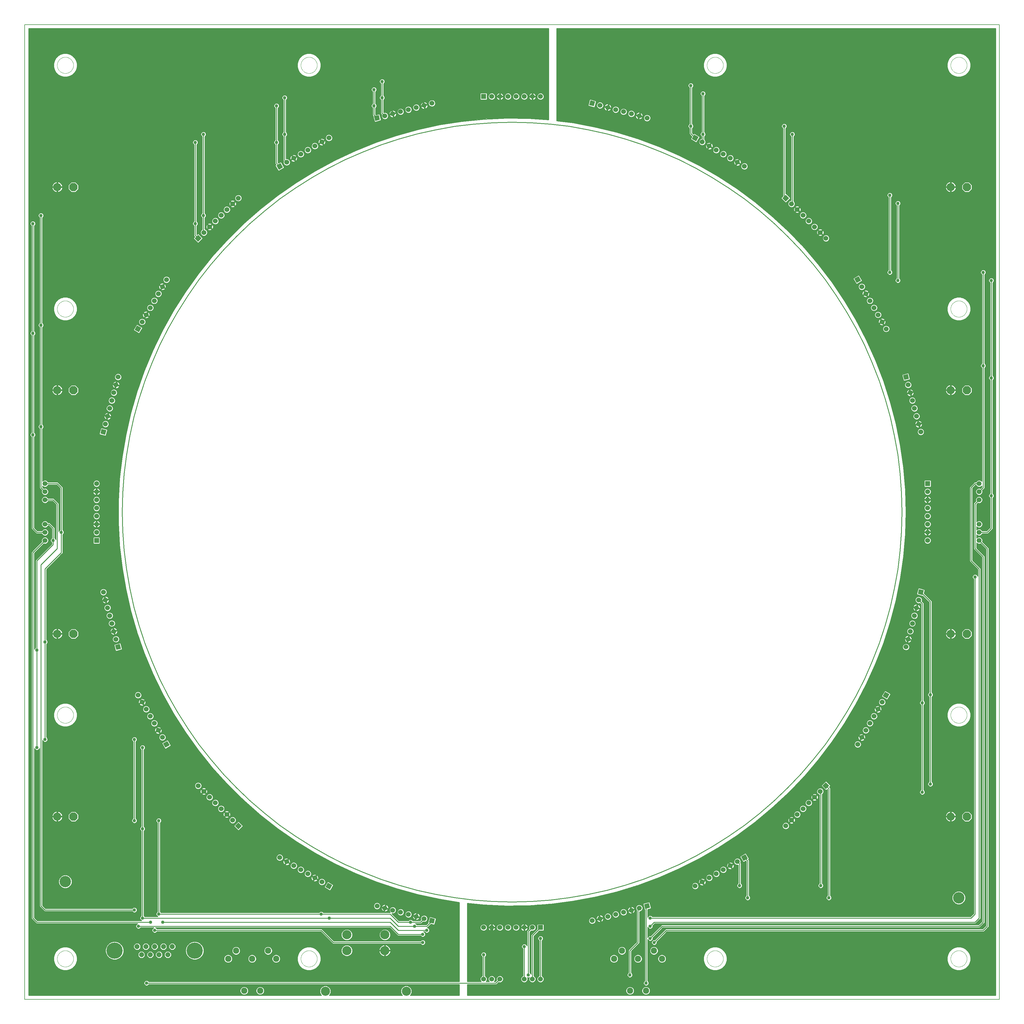
<source format=gtl>
G75*
G70*
%OFA0B0*%
%FSLAX24Y24*%
%IPPOS*%
%LPD*%
%AMOC8*
5,1,8,0,0,1.08239X$1,22.5*
%
%ADD10C,0.0070*%
%ADD11C,0.0000*%
%ADD12C,0.0100*%
%ADD13R,0.0600X0.0600*%
%ADD14C,0.0600*%
%ADD15R,0.0600X0.0600*%
%ADD16OC8,0.0600*%
%ADD17C,0.2000*%
%ADD18C,0.0768*%
%ADD19C,0.1000*%
%ADD20OC8,0.1000*%
%ADD21C,0.1125*%
%ADD22C,0.0400*%
%ADD23C,0.0400*%
%ADD24C,0.1400*%
D10*
X000160Y004131D02*
X000160Y124131D01*
X120160Y124131D01*
X120160Y004131D01*
X000160Y004131D01*
D11*
X004160Y009131D02*
X004162Y009194D01*
X004168Y009256D01*
X004178Y009318D01*
X004191Y009380D01*
X004209Y009440D01*
X004230Y009499D01*
X004255Y009557D01*
X004284Y009613D01*
X004316Y009667D01*
X004351Y009719D01*
X004389Y009768D01*
X004431Y009816D01*
X004475Y009860D01*
X004523Y009902D01*
X004572Y009940D01*
X004624Y009975D01*
X004678Y010007D01*
X004734Y010036D01*
X004792Y010061D01*
X004851Y010082D01*
X004911Y010100D01*
X004973Y010113D01*
X005035Y010123D01*
X005097Y010129D01*
X005160Y010131D01*
X005223Y010129D01*
X005285Y010123D01*
X005347Y010113D01*
X005409Y010100D01*
X005469Y010082D01*
X005528Y010061D01*
X005586Y010036D01*
X005642Y010007D01*
X005696Y009975D01*
X005748Y009940D01*
X005797Y009902D01*
X005845Y009860D01*
X005889Y009816D01*
X005931Y009768D01*
X005969Y009719D01*
X006004Y009667D01*
X006036Y009613D01*
X006065Y009557D01*
X006090Y009499D01*
X006111Y009440D01*
X006129Y009380D01*
X006142Y009318D01*
X006152Y009256D01*
X006158Y009194D01*
X006160Y009131D01*
X006158Y009068D01*
X006152Y009006D01*
X006142Y008944D01*
X006129Y008882D01*
X006111Y008822D01*
X006090Y008763D01*
X006065Y008705D01*
X006036Y008649D01*
X006004Y008595D01*
X005969Y008543D01*
X005931Y008494D01*
X005889Y008446D01*
X005845Y008402D01*
X005797Y008360D01*
X005748Y008322D01*
X005696Y008287D01*
X005642Y008255D01*
X005586Y008226D01*
X005528Y008201D01*
X005469Y008180D01*
X005409Y008162D01*
X005347Y008149D01*
X005285Y008139D01*
X005223Y008133D01*
X005160Y008131D01*
X005097Y008133D01*
X005035Y008139D01*
X004973Y008149D01*
X004911Y008162D01*
X004851Y008180D01*
X004792Y008201D01*
X004734Y008226D01*
X004678Y008255D01*
X004624Y008287D01*
X004572Y008322D01*
X004523Y008360D01*
X004475Y008402D01*
X004431Y008446D01*
X004389Y008494D01*
X004351Y008543D01*
X004316Y008595D01*
X004284Y008649D01*
X004255Y008705D01*
X004230Y008763D01*
X004209Y008822D01*
X004191Y008882D01*
X004178Y008944D01*
X004168Y009006D01*
X004162Y009068D01*
X004160Y009131D01*
X004160Y039131D02*
X004162Y039194D01*
X004168Y039256D01*
X004178Y039318D01*
X004191Y039380D01*
X004209Y039440D01*
X004230Y039499D01*
X004255Y039557D01*
X004284Y039613D01*
X004316Y039667D01*
X004351Y039719D01*
X004389Y039768D01*
X004431Y039816D01*
X004475Y039860D01*
X004523Y039902D01*
X004572Y039940D01*
X004624Y039975D01*
X004678Y040007D01*
X004734Y040036D01*
X004792Y040061D01*
X004851Y040082D01*
X004911Y040100D01*
X004973Y040113D01*
X005035Y040123D01*
X005097Y040129D01*
X005160Y040131D01*
X005223Y040129D01*
X005285Y040123D01*
X005347Y040113D01*
X005409Y040100D01*
X005469Y040082D01*
X005528Y040061D01*
X005586Y040036D01*
X005642Y040007D01*
X005696Y039975D01*
X005748Y039940D01*
X005797Y039902D01*
X005845Y039860D01*
X005889Y039816D01*
X005931Y039768D01*
X005969Y039719D01*
X006004Y039667D01*
X006036Y039613D01*
X006065Y039557D01*
X006090Y039499D01*
X006111Y039440D01*
X006129Y039380D01*
X006142Y039318D01*
X006152Y039256D01*
X006158Y039194D01*
X006160Y039131D01*
X006158Y039068D01*
X006152Y039006D01*
X006142Y038944D01*
X006129Y038882D01*
X006111Y038822D01*
X006090Y038763D01*
X006065Y038705D01*
X006036Y038649D01*
X006004Y038595D01*
X005969Y038543D01*
X005931Y038494D01*
X005889Y038446D01*
X005845Y038402D01*
X005797Y038360D01*
X005748Y038322D01*
X005696Y038287D01*
X005642Y038255D01*
X005586Y038226D01*
X005528Y038201D01*
X005469Y038180D01*
X005409Y038162D01*
X005347Y038149D01*
X005285Y038139D01*
X005223Y038133D01*
X005160Y038131D01*
X005097Y038133D01*
X005035Y038139D01*
X004973Y038149D01*
X004911Y038162D01*
X004851Y038180D01*
X004792Y038201D01*
X004734Y038226D01*
X004678Y038255D01*
X004624Y038287D01*
X004572Y038322D01*
X004523Y038360D01*
X004475Y038402D01*
X004431Y038446D01*
X004389Y038494D01*
X004351Y038543D01*
X004316Y038595D01*
X004284Y038649D01*
X004255Y038705D01*
X004230Y038763D01*
X004209Y038822D01*
X004191Y038882D01*
X004178Y038944D01*
X004168Y039006D01*
X004162Y039068D01*
X004160Y039131D01*
X034160Y009131D02*
X034162Y009194D01*
X034168Y009256D01*
X034178Y009318D01*
X034191Y009380D01*
X034209Y009440D01*
X034230Y009499D01*
X034255Y009557D01*
X034284Y009613D01*
X034316Y009667D01*
X034351Y009719D01*
X034389Y009768D01*
X034431Y009816D01*
X034475Y009860D01*
X034523Y009902D01*
X034572Y009940D01*
X034624Y009975D01*
X034678Y010007D01*
X034734Y010036D01*
X034792Y010061D01*
X034851Y010082D01*
X034911Y010100D01*
X034973Y010113D01*
X035035Y010123D01*
X035097Y010129D01*
X035160Y010131D01*
X035223Y010129D01*
X035285Y010123D01*
X035347Y010113D01*
X035409Y010100D01*
X035469Y010082D01*
X035528Y010061D01*
X035586Y010036D01*
X035642Y010007D01*
X035696Y009975D01*
X035748Y009940D01*
X035797Y009902D01*
X035845Y009860D01*
X035889Y009816D01*
X035931Y009768D01*
X035969Y009719D01*
X036004Y009667D01*
X036036Y009613D01*
X036065Y009557D01*
X036090Y009499D01*
X036111Y009440D01*
X036129Y009380D01*
X036142Y009318D01*
X036152Y009256D01*
X036158Y009194D01*
X036160Y009131D01*
X036158Y009068D01*
X036152Y009006D01*
X036142Y008944D01*
X036129Y008882D01*
X036111Y008822D01*
X036090Y008763D01*
X036065Y008705D01*
X036036Y008649D01*
X036004Y008595D01*
X035969Y008543D01*
X035931Y008494D01*
X035889Y008446D01*
X035845Y008402D01*
X035797Y008360D01*
X035748Y008322D01*
X035696Y008287D01*
X035642Y008255D01*
X035586Y008226D01*
X035528Y008201D01*
X035469Y008180D01*
X035409Y008162D01*
X035347Y008149D01*
X035285Y008139D01*
X035223Y008133D01*
X035160Y008131D01*
X035097Y008133D01*
X035035Y008139D01*
X034973Y008149D01*
X034911Y008162D01*
X034851Y008180D01*
X034792Y008201D01*
X034734Y008226D01*
X034678Y008255D01*
X034624Y008287D01*
X034572Y008322D01*
X034523Y008360D01*
X034475Y008402D01*
X034431Y008446D01*
X034389Y008494D01*
X034351Y008543D01*
X034316Y008595D01*
X034284Y008649D01*
X034255Y008705D01*
X034230Y008763D01*
X034209Y008822D01*
X034191Y008882D01*
X034178Y008944D01*
X034168Y009006D01*
X034162Y009068D01*
X034160Y009131D01*
X084160Y009131D02*
X084162Y009194D01*
X084168Y009256D01*
X084178Y009318D01*
X084191Y009380D01*
X084209Y009440D01*
X084230Y009499D01*
X084255Y009557D01*
X084284Y009613D01*
X084316Y009667D01*
X084351Y009719D01*
X084389Y009768D01*
X084431Y009816D01*
X084475Y009860D01*
X084523Y009902D01*
X084572Y009940D01*
X084624Y009975D01*
X084678Y010007D01*
X084734Y010036D01*
X084792Y010061D01*
X084851Y010082D01*
X084911Y010100D01*
X084973Y010113D01*
X085035Y010123D01*
X085097Y010129D01*
X085160Y010131D01*
X085223Y010129D01*
X085285Y010123D01*
X085347Y010113D01*
X085409Y010100D01*
X085469Y010082D01*
X085528Y010061D01*
X085586Y010036D01*
X085642Y010007D01*
X085696Y009975D01*
X085748Y009940D01*
X085797Y009902D01*
X085845Y009860D01*
X085889Y009816D01*
X085931Y009768D01*
X085969Y009719D01*
X086004Y009667D01*
X086036Y009613D01*
X086065Y009557D01*
X086090Y009499D01*
X086111Y009440D01*
X086129Y009380D01*
X086142Y009318D01*
X086152Y009256D01*
X086158Y009194D01*
X086160Y009131D01*
X086158Y009068D01*
X086152Y009006D01*
X086142Y008944D01*
X086129Y008882D01*
X086111Y008822D01*
X086090Y008763D01*
X086065Y008705D01*
X086036Y008649D01*
X086004Y008595D01*
X085969Y008543D01*
X085931Y008494D01*
X085889Y008446D01*
X085845Y008402D01*
X085797Y008360D01*
X085748Y008322D01*
X085696Y008287D01*
X085642Y008255D01*
X085586Y008226D01*
X085528Y008201D01*
X085469Y008180D01*
X085409Y008162D01*
X085347Y008149D01*
X085285Y008139D01*
X085223Y008133D01*
X085160Y008131D01*
X085097Y008133D01*
X085035Y008139D01*
X084973Y008149D01*
X084911Y008162D01*
X084851Y008180D01*
X084792Y008201D01*
X084734Y008226D01*
X084678Y008255D01*
X084624Y008287D01*
X084572Y008322D01*
X084523Y008360D01*
X084475Y008402D01*
X084431Y008446D01*
X084389Y008494D01*
X084351Y008543D01*
X084316Y008595D01*
X084284Y008649D01*
X084255Y008705D01*
X084230Y008763D01*
X084209Y008822D01*
X084191Y008882D01*
X084178Y008944D01*
X084168Y009006D01*
X084162Y009068D01*
X084160Y009131D01*
X114160Y009131D02*
X114162Y009194D01*
X114168Y009256D01*
X114178Y009318D01*
X114191Y009380D01*
X114209Y009440D01*
X114230Y009499D01*
X114255Y009557D01*
X114284Y009613D01*
X114316Y009667D01*
X114351Y009719D01*
X114389Y009768D01*
X114431Y009816D01*
X114475Y009860D01*
X114523Y009902D01*
X114572Y009940D01*
X114624Y009975D01*
X114678Y010007D01*
X114734Y010036D01*
X114792Y010061D01*
X114851Y010082D01*
X114911Y010100D01*
X114973Y010113D01*
X115035Y010123D01*
X115097Y010129D01*
X115160Y010131D01*
X115223Y010129D01*
X115285Y010123D01*
X115347Y010113D01*
X115409Y010100D01*
X115469Y010082D01*
X115528Y010061D01*
X115586Y010036D01*
X115642Y010007D01*
X115696Y009975D01*
X115748Y009940D01*
X115797Y009902D01*
X115845Y009860D01*
X115889Y009816D01*
X115931Y009768D01*
X115969Y009719D01*
X116004Y009667D01*
X116036Y009613D01*
X116065Y009557D01*
X116090Y009499D01*
X116111Y009440D01*
X116129Y009380D01*
X116142Y009318D01*
X116152Y009256D01*
X116158Y009194D01*
X116160Y009131D01*
X116158Y009068D01*
X116152Y009006D01*
X116142Y008944D01*
X116129Y008882D01*
X116111Y008822D01*
X116090Y008763D01*
X116065Y008705D01*
X116036Y008649D01*
X116004Y008595D01*
X115969Y008543D01*
X115931Y008494D01*
X115889Y008446D01*
X115845Y008402D01*
X115797Y008360D01*
X115748Y008322D01*
X115696Y008287D01*
X115642Y008255D01*
X115586Y008226D01*
X115528Y008201D01*
X115469Y008180D01*
X115409Y008162D01*
X115347Y008149D01*
X115285Y008139D01*
X115223Y008133D01*
X115160Y008131D01*
X115097Y008133D01*
X115035Y008139D01*
X114973Y008149D01*
X114911Y008162D01*
X114851Y008180D01*
X114792Y008201D01*
X114734Y008226D01*
X114678Y008255D01*
X114624Y008287D01*
X114572Y008322D01*
X114523Y008360D01*
X114475Y008402D01*
X114431Y008446D01*
X114389Y008494D01*
X114351Y008543D01*
X114316Y008595D01*
X114284Y008649D01*
X114255Y008705D01*
X114230Y008763D01*
X114209Y008822D01*
X114191Y008882D01*
X114178Y008944D01*
X114168Y009006D01*
X114162Y009068D01*
X114160Y009131D01*
X114160Y039131D02*
X114162Y039194D01*
X114168Y039256D01*
X114178Y039318D01*
X114191Y039380D01*
X114209Y039440D01*
X114230Y039499D01*
X114255Y039557D01*
X114284Y039613D01*
X114316Y039667D01*
X114351Y039719D01*
X114389Y039768D01*
X114431Y039816D01*
X114475Y039860D01*
X114523Y039902D01*
X114572Y039940D01*
X114624Y039975D01*
X114678Y040007D01*
X114734Y040036D01*
X114792Y040061D01*
X114851Y040082D01*
X114911Y040100D01*
X114973Y040113D01*
X115035Y040123D01*
X115097Y040129D01*
X115160Y040131D01*
X115223Y040129D01*
X115285Y040123D01*
X115347Y040113D01*
X115409Y040100D01*
X115469Y040082D01*
X115528Y040061D01*
X115586Y040036D01*
X115642Y040007D01*
X115696Y039975D01*
X115748Y039940D01*
X115797Y039902D01*
X115845Y039860D01*
X115889Y039816D01*
X115931Y039768D01*
X115969Y039719D01*
X116004Y039667D01*
X116036Y039613D01*
X116065Y039557D01*
X116090Y039499D01*
X116111Y039440D01*
X116129Y039380D01*
X116142Y039318D01*
X116152Y039256D01*
X116158Y039194D01*
X116160Y039131D01*
X116158Y039068D01*
X116152Y039006D01*
X116142Y038944D01*
X116129Y038882D01*
X116111Y038822D01*
X116090Y038763D01*
X116065Y038705D01*
X116036Y038649D01*
X116004Y038595D01*
X115969Y038543D01*
X115931Y038494D01*
X115889Y038446D01*
X115845Y038402D01*
X115797Y038360D01*
X115748Y038322D01*
X115696Y038287D01*
X115642Y038255D01*
X115586Y038226D01*
X115528Y038201D01*
X115469Y038180D01*
X115409Y038162D01*
X115347Y038149D01*
X115285Y038139D01*
X115223Y038133D01*
X115160Y038131D01*
X115097Y038133D01*
X115035Y038139D01*
X114973Y038149D01*
X114911Y038162D01*
X114851Y038180D01*
X114792Y038201D01*
X114734Y038226D01*
X114678Y038255D01*
X114624Y038287D01*
X114572Y038322D01*
X114523Y038360D01*
X114475Y038402D01*
X114431Y038446D01*
X114389Y038494D01*
X114351Y038543D01*
X114316Y038595D01*
X114284Y038649D01*
X114255Y038705D01*
X114230Y038763D01*
X114209Y038822D01*
X114191Y038882D01*
X114178Y038944D01*
X114168Y039006D01*
X114162Y039068D01*
X114160Y039131D01*
X114160Y089131D02*
X114162Y089194D01*
X114168Y089256D01*
X114178Y089318D01*
X114191Y089380D01*
X114209Y089440D01*
X114230Y089499D01*
X114255Y089557D01*
X114284Y089613D01*
X114316Y089667D01*
X114351Y089719D01*
X114389Y089768D01*
X114431Y089816D01*
X114475Y089860D01*
X114523Y089902D01*
X114572Y089940D01*
X114624Y089975D01*
X114678Y090007D01*
X114734Y090036D01*
X114792Y090061D01*
X114851Y090082D01*
X114911Y090100D01*
X114973Y090113D01*
X115035Y090123D01*
X115097Y090129D01*
X115160Y090131D01*
X115223Y090129D01*
X115285Y090123D01*
X115347Y090113D01*
X115409Y090100D01*
X115469Y090082D01*
X115528Y090061D01*
X115586Y090036D01*
X115642Y090007D01*
X115696Y089975D01*
X115748Y089940D01*
X115797Y089902D01*
X115845Y089860D01*
X115889Y089816D01*
X115931Y089768D01*
X115969Y089719D01*
X116004Y089667D01*
X116036Y089613D01*
X116065Y089557D01*
X116090Y089499D01*
X116111Y089440D01*
X116129Y089380D01*
X116142Y089318D01*
X116152Y089256D01*
X116158Y089194D01*
X116160Y089131D01*
X116158Y089068D01*
X116152Y089006D01*
X116142Y088944D01*
X116129Y088882D01*
X116111Y088822D01*
X116090Y088763D01*
X116065Y088705D01*
X116036Y088649D01*
X116004Y088595D01*
X115969Y088543D01*
X115931Y088494D01*
X115889Y088446D01*
X115845Y088402D01*
X115797Y088360D01*
X115748Y088322D01*
X115696Y088287D01*
X115642Y088255D01*
X115586Y088226D01*
X115528Y088201D01*
X115469Y088180D01*
X115409Y088162D01*
X115347Y088149D01*
X115285Y088139D01*
X115223Y088133D01*
X115160Y088131D01*
X115097Y088133D01*
X115035Y088139D01*
X114973Y088149D01*
X114911Y088162D01*
X114851Y088180D01*
X114792Y088201D01*
X114734Y088226D01*
X114678Y088255D01*
X114624Y088287D01*
X114572Y088322D01*
X114523Y088360D01*
X114475Y088402D01*
X114431Y088446D01*
X114389Y088494D01*
X114351Y088543D01*
X114316Y088595D01*
X114284Y088649D01*
X114255Y088705D01*
X114230Y088763D01*
X114209Y088822D01*
X114191Y088882D01*
X114178Y088944D01*
X114168Y089006D01*
X114162Y089068D01*
X114160Y089131D01*
X114160Y119131D02*
X114162Y119194D01*
X114168Y119256D01*
X114178Y119318D01*
X114191Y119380D01*
X114209Y119440D01*
X114230Y119499D01*
X114255Y119557D01*
X114284Y119613D01*
X114316Y119667D01*
X114351Y119719D01*
X114389Y119768D01*
X114431Y119816D01*
X114475Y119860D01*
X114523Y119902D01*
X114572Y119940D01*
X114624Y119975D01*
X114678Y120007D01*
X114734Y120036D01*
X114792Y120061D01*
X114851Y120082D01*
X114911Y120100D01*
X114973Y120113D01*
X115035Y120123D01*
X115097Y120129D01*
X115160Y120131D01*
X115223Y120129D01*
X115285Y120123D01*
X115347Y120113D01*
X115409Y120100D01*
X115469Y120082D01*
X115528Y120061D01*
X115586Y120036D01*
X115642Y120007D01*
X115696Y119975D01*
X115748Y119940D01*
X115797Y119902D01*
X115845Y119860D01*
X115889Y119816D01*
X115931Y119768D01*
X115969Y119719D01*
X116004Y119667D01*
X116036Y119613D01*
X116065Y119557D01*
X116090Y119499D01*
X116111Y119440D01*
X116129Y119380D01*
X116142Y119318D01*
X116152Y119256D01*
X116158Y119194D01*
X116160Y119131D01*
X116158Y119068D01*
X116152Y119006D01*
X116142Y118944D01*
X116129Y118882D01*
X116111Y118822D01*
X116090Y118763D01*
X116065Y118705D01*
X116036Y118649D01*
X116004Y118595D01*
X115969Y118543D01*
X115931Y118494D01*
X115889Y118446D01*
X115845Y118402D01*
X115797Y118360D01*
X115748Y118322D01*
X115696Y118287D01*
X115642Y118255D01*
X115586Y118226D01*
X115528Y118201D01*
X115469Y118180D01*
X115409Y118162D01*
X115347Y118149D01*
X115285Y118139D01*
X115223Y118133D01*
X115160Y118131D01*
X115097Y118133D01*
X115035Y118139D01*
X114973Y118149D01*
X114911Y118162D01*
X114851Y118180D01*
X114792Y118201D01*
X114734Y118226D01*
X114678Y118255D01*
X114624Y118287D01*
X114572Y118322D01*
X114523Y118360D01*
X114475Y118402D01*
X114431Y118446D01*
X114389Y118494D01*
X114351Y118543D01*
X114316Y118595D01*
X114284Y118649D01*
X114255Y118705D01*
X114230Y118763D01*
X114209Y118822D01*
X114191Y118882D01*
X114178Y118944D01*
X114168Y119006D01*
X114162Y119068D01*
X114160Y119131D01*
X084160Y119131D02*
X084162Y119194D01*
X084168Y119256D01*
X084178Y119318D01*
X084191Y119380D01*
X084209Y119440D01*
X084230Y119499D01*
X084255Y119557D01*
X084284Y119613D01*
X084316Y119667D01*
X084351Y119719D01*
X084389Y119768D01*
X084431Y119816D01*
X084475Y119860D01*
X084523Y119902D01*
X084572Y119940D01*
X084624Y119975D01*
X084678Y120007D01*
X084734Y120036D01*
X084792Y120061D01*
X084851Y120082D01*
X084911Y120100D01*
X084973Y120113D01*
X085035Y120123D01*
X085097Y120129D01*
X085160Y120131D01*
X085223Y120129D01*
X085285Y120123D01*
X085347Y120113D01*
X085409Y120100D01*
X085469Y120082D01*
X085528Y120061D01*
X085586Y120036D01*
X085642Y120007D01*
X085696Y119975D01*
X085748Y119940D01*
X085797Y119902D01*
X085845Y119860D01*
X085889Y119816D01*
X085931Y119768D01*
X085969Y119719D01*
X086004Y119667D01*
X086036Y119613D01*
X086065Y119557D01*
X086090Y119499D01*
X086111Y119440D01*
X086129Y119380D01*
X086142Y119318D01*
X086152Y119256D01*
X086158Y119194D01*
X086160Y119131D01*
X086158Y119068D01*
X086152Y119006D01*
X086142Y118944D01*
X086129Y118882D01*
X086111Y118822D01*
X086090Y118763D01*
X086065Y118705D01*
X086036Y118649D01*
X086004Y118595D01*
X085969Y118543D01*
X085931Y118494D01*
X085889Y118446D01*
X085845Y118402D01*
X085797Y118360D01*
X085748Y118322D01*
X085696Y118287D01*
X085642Y118255D01*
X085586Y118226D01*
X085528Y118201D01*
X085469Y118180D01*
X085409Y118162D01*
X085347Y118149D01*
X085285Y118139D01*
X085223Y118133D01*
X085160Y118131D01*
X085097Y118133D01*
X085035Y118139D01*
X084973Y118149D01*
X084911Y118162D01*
X084851Y118180D01*
X084792Y118201D01*
X084734Y118226D01*
X084678Y118255D01*
X084624Y118287D01*
X084572Y118322D01*
X084523Y118360D01*
X084475Y118402D01*
X084431Y118446D01*
X084389Y118494D01*
X084351Y118543D01*
X084316Y118595D01*
X084284Y118649D01*
X084255Y118705D01*
X084230Y118763D01*
X084209Y118822D01*
X084191Y118882D01*
X084178Y118944D01*
X084168Y119006D01*
X084162Y119068D01*
X084160Y119131D01*
X034160Y119131D02*
X034162Y119194D01*
X034168Y119256D01*
X034178Y119318D01*
X034191Y119380D01*
X034209Y119440D01*
X034230Y119499D01*
X034255Y119557D01*
X034284Y119613D01*
X034316Y119667D01*
X034351Y119719D01*
X034389Y119768D01*
X034431Y119816D01*
X034475Y119860D01*
X034523Y119902D01*
X034572Y119940D01*
X034624Y119975D01*
X034678Y120007D01*
X034734Y120036D01*
X034792Y120061D01*
X034851Y120082D01*
X034911Y120100D01*
X034973Y120113D01*
X035035Y120123D01*
X035097Y120129D01*
X035160Y120131D01*
X035223Y120129D01*
X035285Y120123D01*
X035347Y120113D01*
X035409Y120100D01*
X035469Y120082D01*
X035528Y120061D01*
X035586Y120036D01*
X035642Y120007D01*
X035696Y119975D01*
X035748Y119940D01*
X035797Y119902D01*
X035845Y119860D01*
X035889Y119816D01*
X035931Y119768D01*
X035969Y119719D01*
X036004Y119667D01*
X036036Y119613D01*
X036065Y119557D01*
X036090Y119499D01*
X036111Y119440D01*
X036129Y119380D01*
X036142Y119318D01*
X036152Y119256D01*
X036158Y119194D01*
X036160Y119131D01*
X036158Y119068D01*
X036152Y119006D01*
X036142Y118944D01*
X036129Y118882D01*
X036111Y118822D01*
X036090Y118763D01*
X036065Y118705D01*
X036036Y118649D01*
X036004Y118595D01*
X035969Y118543D01*
X035931Y118494D01*
X035889Y118446D01*
X035845Y118402D01*
X035797Y118360D01*
X035748Y118322D01*
X035696Y118287D01*
X035642Y118255D01*
X035586Y118226D01*
X035528Y118201D01*
X035469Y118180D01*
X035409Y118162D01*
X035347Y118149D01*
X035285Y118139D01*
X035223Y118133D01*
X035160Y118131D01*
X035097Y118133D01*
X035035Y118139D01*
X034973Y118149D01*
X034911Y118162D01*
X034851Y118180D01*
X034792Y118201D01*
X034734Y118226D01*
X034678Y118255D01*
X034624Y118287D01*
X034572Y118322D01*
X034523Y118360D01*
X034475Y118402D01*
X034431Y118446D01*
X034389Y118494D01*
X034351Y118543D01*
X034316Y118595D01*
X034284Y118649D01*
X034255Y118705D01*
X034230Y118763D01*
X034209Y118822D01*
X034191Y118882D01*
X034178Y118944D01*
X034168Y119006D01*
X034162Y119068D01*
X034160Y119131D01*
X004160Y119131D02*
X004162Y119194D01*
X004168Y119256D01*
X004178Y119318D01*
X004191Y119380D01*
X004209Y119440D01*
X004230Y119499D01*
X004255Y119557D01*
X004284Y119613D01*
X004316Y119667D01*
X004351Y119719D01*
X004389Y119768D01*
X004431Y119816D01*
X004475Y119860D01*
X004523Y119902D01*
X004572Y119940D01*
X004624Y119975D01*
X004678Y120007D01*
X004734Y120036D01*
X004792Y120061D01*
X004851Y120082D01*
X004911Y120100D01*
X004973Y120113D01*
X005035Y120123D01*
X005097Y120129D01*
X005160Y120131D01*
X005223Y120129D01*
X005285Y120123D01*
X005347Y120113D01*
X005409Y120100D01*
X005469Y120082D01*
X005528Y120061D01*
X005586Y120036D01*
X005642Y120007D01*
X005696Y119975D01*
X005748Y119940D01*
X005797Y119902D01*
X005845Y119860D01*
X005889Y119816D01*
X005931Y119768D01*
X005969Y119719D01*
X006004Y119667D01*
X006036Y119613D01*
X006065Y119557D01*
X006090Y119499D01*
X006111Y119440D01*
X006129Y119380D01*
X006142Y119318D01*
X006152Y119256D01*
X006158Y119194D01*
X006160Y119131D01*
X006158Y119068D01*
X006152Y119006D01*
X006142Y118944D01*
X006129Y118882D01*
X006111Y118822D01*
X006090Y118763D01*
X006065Y118705D01*
X006036Y118649D01*
X006004Y118595D01*
X005969Y118543D01*
X005931Y118494D01*
X005889Y118446D01*
X005845Y118402D01*
X005797Y118360D01*
X005748Y118322D01*
X005696Y118287D01*
X005642Y118255D01*
X005586Y118226D01*
X005528Y118201D01*
X005469Y118180D01*
X005409Y118162D01*
X005347Y118149D01*
X005285Y118139D01*
X005223Y118133D01*
X005160Y118131D01*
X005097Y118133D01*
X005035Y118139D01*
X004973Y118149D01*
X004911Y118162D01*
X004851Y118180D01*
X004792Y118201D01*
X004734Y118226D01*
X004678Y118255D01*
X004624Y118287D01*
X004572Y118322D01*
X004523Y118360D01*
X004475Y118402D01*
X004431Y118446D01*
X004389Y118494D01*
X004351Y118543D01*
X004316Y118595D01*
X004284Y118649D01*
X004255Y118705D01*
X004230Y118763D01*
X004209Y118822D01*
X004191Y118882D01*
X004178Y118944D01*
X004168Y119006D01*
X004162Y119068D01*
X004160Y119131D01*
X004160Y089131D02*
X004162Y089194D01*
X004168Y089256D01*
X004178Y089318D01*
X004191Y089380D01*
X004209Y089440D01*
X004230Y089499D01*
X004255Y089557D01*
X004284Y089613D01*
X004316Y089667D01*
X004351Y089719D01*
X004389Y089768D01*
X004431Y089816D01*
X004475Y089860D01*
X004523Y089902D01*
X004572Y089940D01*
X004624Y089975D01*
X004678Y090007D01*
X004734Y090036D01*
X004792Y090061D01*
X004851Y090082D01*
X004911Y090100D01*
X004973Y090113D01*
X005035Y090123D01*
X005097Y090129D01*
X005160Y090131D01*
X005223Y090129D01*
X005285Y090123D01*
X005347Y090113D01*
X005409Y090100D01*
X005469Y090082D01*
X005528Y090061D01*
X005586Y090036D01*
X005642Y090007D01*
X005696Y089975D01*
X005748Y089940D01*
X005797Y089902D01*
X005845Y089860D01*
X005889Y089816D01*
X005931Y089768D01*
X005969Y089719D01*
X006004Y089667D01*
X006036Y089613D01*
X006065Y089557D01*
X006090Y089499D01*
X006111Y089440D01*
X006129Y089380D01*
X006142Y089318D01*
X006152Y089256D01*
X006158Y089194D01*
X006160Y089131D01*
X006158Y089068D01*
X006152Y089006D01*
X006142Y088944D01*
X006129Y088882D01*
X006111Y088822D01*
X006090Y088763D01*
X006065Y088705D01*
X006036Y088649D01*
X006004Y088595D01*
X005969Y088543D01*
X005931Y088494D01*
X005889Y088446D01*
X005845Y088402D01*
X005797Y088360D01*
X005748Y088322D01*
X005696Y088287D01*
X005642Y088255D01*
X005586Y088226D01*
X005528Y088201D01*
X005469Y088180D01*
X005409Y088162D01*
X005347Y088149D01*
X005285Y088139D01*
X005223Y088133D01*
X005160Y088131D01*
X005097Y088133D01*
X005035Y088139D01*
X004973Y088149D01*
X004911Y088162D01*
X004851Y088180D01*
X004792Y088201D01*
X004734Y088226D01*
X004678Y088255D01*
X004624Y088287D01*
X004572Y088322D01*
X004523Y088360D01*
X004475Y088402D01*
X004431Y088446D01*
X004389Y088494D01*
X004351Y088543D01*
X004316Y088595D01*
X004284Y088649D01*
X004255Y088705D01*
X004230Y088763D01*
X004209Y088822D01*
X004191Y088882D01*
X004178Y088944D01*
X004168Y089006D01*
X004162Y089068D01*
X004160Y089131D01*
D12*
X003710Y089161D02*
X002340Y089161D01*
X002340Y089062D02*
X003710Y089062D01*
X003710Y088964D02*
X002340Y088964D01*
X002340Y088865D02*
X003730Y088865D01*
X003710Y088940D02*
X003809Y088571D01*
X004000Y088241D01*
X004270Y087971D01*
X004600Y087780D01*
X004969Y087681D01*
X005351Y087681D01*
X005720Y087780D01*
X006050Y087971D01*
X006320Y088241D01*
X006511Y088571D01*
X006610Y088940D01*
X006610Y089322D01*
X006511Y089691D01*
X006320Y090021D01*
X006050Y090291D01*
X005720Y090482D01*
X005351Y090581D01*
X004969Y090581D01*
X004600Y090482D01*
X004270Y090291D01*
X004000Y090021D01*
X003809Y089691D01*
X003710Y089322D01*
X003710Y088940D01*
X003756Y088767D02*
X002340Y088767D01*
X002340Y088668D02*
X003783Y088668D01*
X003810Y088570D02*
X002340Y088570D01*
X002340Y088471D02*
X003867Y088471D01*
X003923Y088373D02*
X002340Y088373D01*
X002340Y088274D02*
X003980Y088274D01*
X004065Y088176D02*
X002340Y088176D01*
X002340Y088077D02*
X004163Y088077D01*
X004262Y087979D02*
X002340Y087979D01*
X002340Y087880D02*
X004427Y087880D01*
X004598Y087781D02*
X002340Y087781D01*
X002340Y087683D02*
X004962Y087683D01*
X005358Y087683D02*
X014203Y087683D01*
X014180Y087628D02*
X014180Y087457D01*
X014245Y087299D01*
X014366Y087178D01*
X014524Y087113D01*
X014696Y087113D01*
X014854Y087178D01*
X014974Y087299D01*
X015040Y087457D01*
X015040Y087628D01*
X014974Y087786D01*
X014854Y087907D01*
X014696Y087973D01*
X014524Y087973D01*
X014366Y087907D01*
X014245Y087786D01*
X014180Y087628D01*
X014180Y087584D02*
X002340Y087584D01*
X002340Y087486D02*
X014180Y087486D01*
X014209Y087387D02*
X002370Y087387D01*
X002347Y087411D02*
X002340Y087414D01*
X002340Y100348D01*
X002347Y100351D01*
X002440Y100444D01*
X002490Y100565D01*
X002490Y100697D01*
X002440Y100818D01*
X002347Y100911D01*
X002226Y100961D01*
X002094Y100961D01*
X001973Y100911D01*
X001880Y100818D01*
X001830Y100697D01*
X001830Y100565D01*
X001880Y100444D01*
X001973Y100351D01*
X001980Y100348D01*
X001980Y087414D01*
X001973Y087411D01*
X001880Y087318D01*
X001830Y087197D01*
X001830Y087065D01*
X001880Y086944D01*
X001973Y086851D01*
X001980Y086848D01*
X001980Y074914D01*
X001973Y074911D01*
X001880Y074818D01*
X001830Y074697D01*
X001830Y074565D01*
X001880Y074444D01*
X001973Y074351D01*
X001980Y074348D01*
X001980Y067056D01*
X002085Y066951D01*
X002256Y066780D01*
X002230Y066717D01*
X002230Y066545D01*
X002295Y066387D01*
X002416Y066266D01*
X002574Y066201D01*
X002746Y066201D01*
X002904Y066266D01*
X003024Y066387D01*
X003090Y066545D01*
X003090Y066717D01*
X003024Y066875D01*
X002904Y066996D01*
X002746Y067061D01*
X002574Y067061D01*
X002511Y067035D01*
X002340Y067206D01*
X002340Y067343D01*
X002416Y067266D01*
X002574Y067201D01*
X002746Y067201D01*
X002904Y067266D01*
X003024Y067387D01*
X003051Y067451D01*
X004085Y067451D01*
X004480Y067056D01*
X004480Y061914D01*
X004473Y061911D01*
X004380Y061818D01*
X004340Y061721D01*
X004340Y065056D01*
X004340Y065206D01*
X003735Y065811D01*
X003585Y065811D01*
X003051Y065811D01*
X003024Y065875D01*
X002904Y065996D01*
X002746Y066061D01*
X002574Y066061D01*
X002416Y065996D01*
X002295Y065875D01*
X002230Y065717D01*
X002230Y065545D01*
X002295Y065387D01*
X002416Y065266D01*
X002574Y065201D01*
X002746Y065201D01*
X002904Y065266D01*
X003024Y065387D01*
X003051Y065451D01*
X003585Y065451D01*
X003980Y065056D01*
X003980Y060721D01*
X003940Y060818D01*
X003847Y060911D01*
X003840Y060914D01*
X003840Y062056D01*
X003840Y062206D01*
X003340Y062706D01*
X003235Y062811D01*
X003051Y062811D01*
X003024Y062875D01*
X002904Y062996D01*
X002746Y063061D01*
X002574Y063061D01*
X002416Y062996D01*
X002295Y062875D01*
X002230Y062717D01*
X002230Y062545D01*
X002295Y062387D01*
X002416Y062266D01*
X002574Y062201D01*
X002746Y062201D01*
X002904Y062266D01*
X003024Y062387D01*
X003051Y062451D01*
X003085Y062451D01*
X003480Y062056D01*
X003480Y060914D01*
X003473Y060911D01*
X003380Y060818D01*
X003330Y060697D01*
X003330Y060565D01*
X003380Y060444D01*
X003473Y060351D01*
X003480Y060348D01*
X003480Y060206D01*
X001480Y058206D01*
X001480Y058056D01*
X001480Y047414D01*
X001473Y047411D01*
X001380Y047318D01*
X001340Y047221D01*
X001340Y059056D01*
X002511Y060227D01*
X002574Y060201D01*
X002746Y060201D01*
X002904Y060266D01*
X003024Y060387D01*
X003090Y060545D01*
X003090Y060717D01*
X003024Y060875D01*
X002904Y060996D01*
X002746Y061061D01*
X002574Y061061D01*
X002416Y060996D01*
X002295Y060875D01*
X002230Y060717D01*
X002230Y060545D01*
X002256Y060482D01*
X000980Y059206D01*
X000980Y059056D01*
X000980Y014056D01*
X001085Y013951D01*
X001480Y013556D01*
X001585Y013451D01*
X014070Y013451D01*
X013973Y013411D01*
X013880Y013318D01*
X013830Y013197D01*
X013830Y013065D01*
X013880Y012944D01*
X013973Y012851D01*
X014094Y012801D01*
X014226Y012801D01*
X014347Y012851D01*
X014440Y012944D01*
X014443Y012951D01*
X016070Y012951D01*
X015973Y012911D01*
X015880Y012818D01*
X015830Y012697D01*
X015830Y012565D01*
X015880Y012444D01*
X015973Y012351D01*
X016094Y012301D01*
X016226Y012301D01*
X016347Y012351D01*
X016440Y012444D01*
X016443Y012451D01*
X036585Y012451D01*
X038085Y010951D01*
X038235Y010951D01*
X048877Y010951D01*
X048880Y010944D01*
X048973Y010851D01*
X049094Y010801D01*
X049226Y010801D01*
X049347Y010851D01*
X049440Y010944D01*
X049490Y011065D01*
X049490Y011197D01*
X049440Y011318D01*
X049347Y011411D01*
X049226Y011461D01*
X049094Y011461D01*
X048973Y011411D01*
X048880Y011318D01*
X048877Y011311D01*
X038235Y011311D01*
X036840Y012706D01*
X036735Y012811D01*
X016443Y012811D01*
X016440Y012818D01*
X016347Y012911D01*
X016250Y012951D01*
X045085Y012951D01*
X046085Y011951D01*
X046235Y011951D01*
X048877Y011951D01*
X048880Y011944D01*
X048973Y011851D01*
X049094Y011801D01*
X049226Y011801D01*
X049347Y011851D01*
X049440Y011944D01*
X049490Y012065D01*
X049490Y012197D01*
X049440Y012318D01*
X049347Y012411D01*
X049250Y012451D01*
X049377Y012451D01*
X049380Y012444D01*
X049473Y012351D01*
X049594Y012301D01*
X049726Y012301D01*
X049847Y012351D01*
X049940Y012444D01*
X049990Y012565D01*
X049990Y012697D01*
X049940Y012818D01*
X049847Y012911D01*
X049739Y012955D01*
X050185Y013401D01*
X050532Y013308D01*
X050625Y013362D01*
X050808Y014046D01*
X050754Y014139D01*
X050071Y014322D01*
X049978Y014268D01*
X049721Y014268D01*
X049700Y014318D02*
X049579Y014439D01*
X049421Y014504D01*
X049250Y014504D01*
X049092Y014439D01*
X048971Y014318D01*
X048906Y014160D01*
X048906Y013989D01*
X048932Y013925D01*
X048818Y013811D01*
X047943Y013811D01*
X047940Y013818D01*
X047847Y013911D01*
X047726Y013961D01*
X047594Y013961D01*
X047473Y013911D01*
X047380Y013818D01*
X047377Y013811D01*
X046235Y013811D01*
X045352Y014694D01*
X045386Y014679D01*
X045557Y014679D01*
X045715Y014745D01*
X045836Y014866D01*
X045902Y015024D01*
X045902Y015195D01*
X045836Y015353D01*
X045715Y015474D01*
X045557Y015539D01*
X045386Y015539D01*
X045228Y015474D01*
X045107Y015353D01*
X045042Y015195D01*
X045042Y015024D01*
X045107Y014866D01*
X045162Y014811D01*
X036943Y014811D01*
X036940Y014818D01*
X036847Y014911D01*
X036726Y014961D01*
X036594Y014961D01*
X036473Y014911D01*
X036380Y014818D01*
X036377Y014811D01*
X016943Y014811D01*
X016940Y014818D01*
X016847Y014911D01*
X016840Y014914D01*
X016840Y025848D01*
X016847Y025851D01*
X016940Y025944D01*
X016990Y026065D01*
X016990Y026197D01*
X016940Y026318D01*
X016847Y026411D01*
X016726Y026461D01*
X016594Y026461D01*
X016473Y026411D01*
X016380Y026318D01*
X016330Y026197D01*
X016330Y026065D01*
X016380Y025944D01*
X016473Y025851D01*
X016480Y025848D01*
X016480Y014914D01*
X016473Y014911D01*
X016380Y014818D01*
X016330Y014697D01*
X016330Y014565D01*
X016380Y014444D01*
X016473Y014351D01*
X016570Y014311D01*
X014943Y014311D01*
X014940Y014318D01*
X014847Y014411D01*
X014840Y014414D01*
X014840Y024848D01*
X014847Y024851D01*
X014940Y024944D01*
X014990Y025065D01*
X014990Y025197D01*
X014940Y025318D01*
X014847Y025411D01*
X014840Y025414D01*
X014840Y034848D01*
X014847Y034851D01*
X014940Y034944D01*
X014990Y035065D01*
X014990Y035197D01*
X014940Y035318D01*
X014847Y035411D01*
X014726Y035461D01*
X014594Y035461D01*
X014473Y035411D01*
X014380Y035318D01*
X014330Y035197D01*
X014330Y035065D01*
X014380Y034944D01*
X014473Y034851D01*
X014480Y034848D01*
X014480Y025414D01*
X014473Y025411D01*
X014380Y025318D01*
X014330Y025197D01*
X014330Y025065D01*
X014380Y024944D01*
X014473Y024851D01*
X014480Y024848D01*
X014480Y014414D01*
X014473Y014411D01*
X014380Y014318D01*
X014330Y014197D01*
X014330Y014065D01*
X014380Y013944D01*
X014473Y013851D01*
X014570Y013811D01*
X001735Y013811D01*
X001340Y014206D01*
X001340Y035041D01*
X001380Y034944D01*
X001473Y034851D01*
X001594Y034801D01*
X001726Y034801D01*
X001847Y034851D01*
X001940Y034944D01*
X001980Y035041D01*
X001980Y015706D01*
X001980Y015556D01*
X002480Y015056D01*
X001340Y015056D01*
X001340Y014958D02*
X002579Y014958D01*
X002585Y014951D02*
X013377Y014951D01*
X013380Y014944D01*
X013473Y014851D01*
X013594Y014801D01*
X013726Y014801D01*
X013847Y014851D01*
X013940Y014944D01*
X013990Y015065D01*
X013990Y015197D01*
X013940Y015318D01*
X013847Y015411D01*
X013726Y015461D01*
X013594Y015461D01*
X013473Y015411D01*
X013380Y015318D01*
X013377Y015311D01*
X002735Y015311D01*
X002340Y015706D01*
X002340Y036041D01*
X002380Y035944D01*
X002473Y035851D01*
X002594Y035801D01*
X002726Y035801D01*
X002847Y035851D01*
X002940Y035944D01*
X002990Y036065D01*
X002990Y036197D01*
X002940Y036318D01*
X002847Y036411D01*
X002840Y036414D01*
X002840Y047848D01*
X002847Y047851D01*
X002940Y047944D01*
X002990Y048065D01*
X002990Y048197D01*
X002940Y048318D01*
X002847Y048411D01*
X002840Y048414D01*
X002840Y057056D01*
X004735Y058951D01*
X004840Y059056D01*
X004840Y061348D01*
X004847Y061351D01*
X004940Y061444D01*
X004990Y061565D01*
X004990Y061697D01*
X004940Y061818D01*
X004847Y061911D01*
X004840Y061914D01*
X004840Y067206D01*
X004735Y067311D01*
X004340Y067706D01*
X004235Y067811D01*
X003051Y067811D01*
X003024Y067875D01*
X002904Y067996D01*
X002746Y068061D01*
X002574Y068061D01*
X002416Y067996D01*
X002340Y067919D01*
X002340Y074348D01*
X002347Y074351D01*
X002440Y074444D01*
X002490Y074565D01*
X002490Y074697D01*
X002440Y074818D01*
X002347Y074911D01*
X002340Y074914D01*
X002340Y086848D01*
X002347Y086851D01*
X002440Y086944D01*
X002490Y087065D01*
X002490Y087197D01*
X002440Y087318D01*
X002347Y087411D01*
X002452Y087289D02*
X014256Y087289D01*
X014355Y087190D02*
X014081Y087190D01*
X014019Y087226D02*
X013915Y087198D01*
X013561Y086585D01*
X013589Y086481D01*
X014201Y086128D01*
X014305Y086155D01*
X014659Y086768D01*
X014631Y086872D01*
X014019Y087226D01*
X013910Y087190D02*
X002490Y087190D01*
X002490Y087092D02*
X013853Y087092D01*
X013796Y086993D02*
X002460Y086993D01*
X002390Y086895D02*
X013739Y086895D01*
X013682Y086796D02*
X002340Y086796D01*
X002340Y086697D02*
X013625Y086697D01*
X013569Y086599D02*
X002340Y086599D01*
X002340Y086500D02*
X013583Y086500D01*
X013726Y086402D02*
X002340Y086402D01*
X002340Y086303D02*
X013897Y086303D01*
X014068Y086205D02*
X002340Y086205D01*
X002340Y086106D02*
X016938Y086106D01*
X016986Y086205D02*
X014334Y086205D01*
X014391Y086303D02*
X017034Y086303D01*
X017081Y086402D02*
X014448Y086402D01*
X014505Y086500D02*
X017129Y086500D01*
X017166Y086576D02*
X015965Y084108D01*
X014906Y081576D01*
X014906Y081576D01*
X013992Y078988D01*
X013992Y078988D01*
X013225Y076352D01*
X013225Y076352D01*
X012609Y073677D01*
X012145Y070972D01*
X012145Y070971D02*
X011835Y068244D01*
X011679Y065504D01*
X011679Y065503D01*
X011679Y062759D01*
X011679Y062759D01*
X011835Y060018D01*
X012145Y057291D01*
X012145Y057290D02*
X012609Y054585D01*
X013225Y051910D01*
X013992Y049274D01*
X014906Y046686D01*
X015965Y044154D01*
X017166Y041686D01*
X017166Y041685D01*
X018505Y039289D01*
X019977Y036972D01*
X021578Y034742D01*
X023303Y032607D01*
X025145Y030572D01*
X025145Y030572D01*
X027100Y028645D01*
X029160Y026831D01*
X031320Y025137D01*
X033573Y023568D01*
X035910Y022129D01*
X038325Y020824D01*
X040810Y019658D01*
X043357Y018635D01*
X045958Y017757D01*
X048604Y017028D01*
X051288Y016449D01*
X053660Y016077D01*
X053660Y006311D01*
X015443Y006311D01*
X015440Y006318D01*
X015347Y006411D01*
X015226Y006461D01*
X015094Y006461D01*
X014973Y006411D01*
X014880Y006318D01*
X014830Y006197D01*
X014830Y006065D01*
X014880Y005944D01*
X014973Y005851D01*
X015094Y005801D01*
X015226Y005801D01*
X015347Y005851D01*
X015440Y005944D01*
X015443Y005951D01*
X053660Y005951D01*
X053660Y004616D01*
X047614Y004616D01*
X047727Y004729D01*
X047832Y004983D01*
X047832Y005259D01*
X047727Y005513D01*
X047532Y005708D01*
X047278Y005814D01*
X047002Y005814D01*
X046748Y005708D01*
X046553Y005513D01*
X046447Y005259D01*
X046447Y004983D01*
X046553Y004729D01*
X046666Y004616D01*
X037654Y004616D01*
X037767Y004729D01*
X037872Y004983D01*
X037872Y005259D01*
X037767Y005513D01*
X037572Y005708D01*
X037318Y005814D01*
X037042Y005814D01*
X036788Y005708D01*
X036593Y005513D01*
X036487Y005259D01*
X036487Y004983D01*
X036593Y004729D01*
X036706Y004616D01*
X000645Y004616D01*
X000645Y123646D01*
X064660Y123646D01*
X064660Y112414D01*
X062218Y112587D01*
X059474Y112626D01*
X059474Y112626D01*
X056731Y112510D01*
X054000Y112238D01*
X051288Y111813D01*
X048604Y111234D01*
X045958Y110505D01*
X043357Y109627D01*
X040810Y108604D01*
X038325Y107438D01*
X035910Y106133D01*
X033573Y104694D01*
X031320Y103125D01*
X029160Y101431D01*
X027100Y099617D01*
X025145Y097690D01*
X023303Y095655D01*
X021578Y093520D01*
X019977Y091290D01*
X018505Y088973D01*
X017166Y086577D01*
X017166Y086576D01*
X017179Y086599D02*
X014561Y086599D01*
X014618Y086697D02*
X017234Y086697D01*
X017289Y086796D02*
X014652Y086796D01*
X014593Y086895D02*
X017344Y086895D01*
X017399Y086993D02*
X014422Y086993D01*
X014251Y087092D02*
X017454Y087092D01*
X017509Y087190D02*
X014865Y087190D01*
X014964Y087289D02*
X017564Y087289D01*
X017619Y087387D02*
X015011Y087387D01*
X015040Y087486D02*
X017674Y087486D01*
X017729Y087584D02*
X015040Y087584D01*
X015017Y087683D02*
X017784Y087683D01*
X017840Y087781D02*
X014977Y087781D01*
X014881Y087880D02*
X017895Y087880D01*
X017950Y087979D02*
X015247Y087979D01*
X015199Y087959D02*
X015365Y088027D01*
X015477Y088139D01*
X015128Y088340D01*
X014930Y087996D01*
X015020Y087959D01*
X015199Y087959D01*
X014973Y087979D02*
X006058Y087979D01*
X006157Y088077D02*
X014805Y088077D01*
X014840Y088042D02*
X015042Y088390D01*
X015128Y088340D01*
X015178Y088427D01*
X015092Y088477D01*
X015290Y088821D01*
X015199Y088859D01*
X015020Y088859D01*
X014855Y088790D01*
X014743Y088678D01*
X015091Y088477D01*
X015042Y088391D01*
X014698Y088589D01*
X014660Y088498D01*
X014660Y088319D01*
X014729Y088154D01*
X014840Y088042D01*
X014861Y088077D02*
X014976Y088077D01*
X014918Y088176D02*
X015033Y088176D01*
X015090Y088274D02*
X014974Y088274D01*
X015031Y088373D02*
X015072Y088373D01*
X015147Y088373D02*
X015272Y088373D01*
X015243Y088274D02*
X015443Y088274D01*
X015522Y088228D02*
X015560Y088319D01*
X015560Y088498D01*
X015491Y088664D01*
X015379Y088776D01*
X015178Y088427D01*
X015522Y088228D01*
X015541Y088274D02*
X018115Y088274D01*
X018170Y088373D02*
X015560Y088373D01*
X015560Y088471D02*
X018225Y088471D01*
X018280Y088570D02*
X015530Y088570D01*
X015487Y088668D02*
X018335Y088668D01*
X018390Y088767D02*
X015388Y088767D01*
X015374Y088767D02*
X015259Y088767D01*
X015202Y088668D02*
X015317Y088668D01*
X015261Y088570D02*
X015145Y088570D01*
X015102Y088471D02*
X015204Y088471D01*
X015088Y088471D02*
X014902Y088471D01*
X014931Y088570D02*
X014731Y088570D01*
X014690Y088570D02*
X006510Y088570D01*
X006537Y088668D02*
X014760Y088668D01*
X014832Y088767D02*
X006564Y088767D01*
X006590Y088865D02*
X015475Y088865D01*
X015524Y088845D02*
X015696Y088845D01*
X015854Y088910D01*
X015974Y089031D01*
X016040Y089189D01*
X016040Y089360D01*
X015974Y089518D01*
X015854Y089639D01*
X015696Y089705D01*
X015524Y089705D01*
X015366Y089639D01*
X015245Y089518D01*
X015180Y089360D01*
X015180Y089189D01*
X015245Y089031D01*
X015366Y088910D01*
X015524Y088845D01*
X015745Y088865D02*
X018445Y088865D01*
X018500Y088964D02*
X015907Y088964D01*
X015987Y089062D02*
X018562Y089062D01*
X018505Y088973D02*
X018505Y088973D01*
X018625Y089161D02*
X016028Y089161D01*
X016040Y089260D02*
X018687Y089260D01*
X018750Y089358D02*
X016040Y089358D01*
X016000Y089457D02*
X018813Y089457D01*
X018875Y089555D02*
X015938Y089555D01*
X015819Y089654D02*
X018938Y089654D01*
X019000Y089752D02*
X016295Y089752D01*
X016354Y089776D02*
X016474Y089897D01*
X016540Y090055D01*
X016540Y090226D01*
X016474Y090384D01*
X016354Y090505D01*
X016196Y090571D01*
X016024Y090571D01*
X015866Y090505D01*
X015745Y090384D01*
X015680Y090226D01*
X015680Y090055D01*
X015745Y089897D01*
X015866Y089776D01*
X016024Y089711D01*
X016196Y089711D01*
X016354Y089776D01*
X016428Y089851D02*
X019063Y089851D01*
X019126Y089949D02*
X016496Y089949D01*
X016537Y090048D02*
X019188Y090048D01*
X019251Y090146D02*
X016540Y090146D01*
X016532Y090245D02*
X019313Y090245D01*
X019376Y090344D02*
X016491Y090344D01*
X016417Y090442D02*
X019439Y090442D01*
X019501Y090541D02*
X016269Y090541D01*
X016366Y090642D02*
X016524Y090577D01*
X016696Y090577D01*
X016854Y090642D01*
X016974Y090763D01*
X017040Y090921D01*
X017040Y091092D01*
X016974Y091250D01*
X016854Y091371D01*
X016696Y091437D01*
X016524Y091437D01*
X016366Y091371D01*
X016245Y091250D01*
X016180Y091092D01*
X016180Y090921D01*
X016245Y090763D01*
X016366Y090642D01*
X016374Y090639D02*
X002340Y090639D01*
X002340Y090541D02*
X004819Y090541D01*
X004531Y090442D02*
X002340Y090442D01*
X002340Y090344D02*
X004360Y090344D01*
X004223Y090245D02*
X002340Y090245D01*
X002340Y090146D02*
X004125Y090146D01*
X004026Y090048D02*
X002340Y090048D01*
X002340Y089949D02*
X003958Y089949D01*
X003901Y089851D02*
X002340Y089851D01*
X002340Y089752D02*
X003844Y089752D01*
X003799Y089654D02*
X002340Y089654D01*
X002340Y089555D02*
X003773Y089555D01*
X003746Y089457D02*
X002340Y089457D01*
X002340Y089358D02*
X003720Y089358D01*
X003710Y089260D02*
X002340Y089260D01*
X001980Y089260D02*
X001340Y089260D01*
X001340Y089358D02*
X001980Y089358D01*
X001980Y089457D02*
X001340Y089457D01*
X001340Y089555D02*
X001980Y089555D01*
X001980Y089654D02*
X001340Y089654D01*
X001340Y089752D02*
X001980Y089752D01*
X001980Y089851D02*
X001340Y089851D01*
X001340Y089949D02*
X001980Y089949D01*
X001980Y090048D02*
X001340Y090048D01*
X001340Y090146D02*
X001980Y090146D01*
X001980Y090245D02*
X001340Y090245D01*
X001340Y090344D02*
X001980Y090344D01*
X001980Y090442D02*
X001340Y090442D01*
X001340Y090541D02*
X001980Y090541D01*
X001980Y090639D02*
X001340Y090639D01*
X001340Y090738D02*
X001980Y090738D01*
X001980Y090836D02*
X001340Y090836D01*
X001340Y090935D02*
X001980Y090935D01*
X001980Y091033D02*
X001340Y091033D01*
X001340Y091132D02*
X001980Y091132D01*
X001980Y091230D02*
X001340Y091230D01*
X001340Y091329D02*
X001980Y091329D01*
X001980Y091428D02*
X001340Y091428D01*
X001340Y091526D02*
X001980Y091526D01*
X001980Y091625D02*
X001340Y091625D01*
X001340Y091723D02*
X001980Y091723D01*
X001980Y091822D02*
X001340Y091822D01*
X001340Y091920D02*
X001980Y091920D01*
X001980Y092019D02*
X001340Y092019D01*
X001340Y092117D02*
X001980Y092117D01*
X001980Y092216D02*
X001340Y092216D01*
X001340Y092314D02*
X001980Y092314D01*
X001980Y092413D02*
X001340Y092413D01*
X001340Y092511D02*
X001980Y092511D01*
X001980Y092610D02*
X001340Y092610D01*
X001340Y092709D02*
X001980Y092709D01*
X001980Y092807D02*
X001340Y092807D01*
X001340Y092906D02*
X001980Y092906D01*
X001980Y093004D02*
X001340Y093004D01*
X001340Y093103D02*
X001980Y093103D01*
X001980Y093201D02*
X001340Y093201D01*
X001340Y093300D02*
X001980Y093300D01*
X001980Y093398D02*
X001340Y093398D01*
X001340Y093497D02*
X001980Y093497D01*
X001980Y093595D02*
X001340Y093595D01*
X001340Y093694D02*
X001980Y093694D01*
X001980Y093793D02*
X001340Y093793D01*
X001340Y093891D02*
X001980Y093891D01*
X001980Y093990D02*
X001340Y093990D01*
X001340Y094088D02*
X001980Y094088D01*
X001980Y094187D02*
X001340Y094187D01*
X001340Y094285D02*
X001980Y094285D01*
X001980Y094384D02*
X001340Y094384D01*
X001340Y094482D02*
X001980Y094482D01*
X001980Y094581D02*
X001340Y094581D01*
X001340Y094679D02*
X001980Y094679D01*
X001980Y094778D02*
X001340Y094778D01*
X001340Y094877D02*
X001980Y094877D01*
X001980Y094975D02*
X001340Y094975D01*
X001340Y095074D02*
X001980Y095074D01*
X001980Y095172D02*
X001340Y095172D01*
X001340Y095271D02*
X001980Y095271D01*
X001980Y095369D02*
X001340Y095369D01*
X001340Y095468D02*
X001980Y095468D01*
X001980Y095566D02*
X001340Y095566D01*
X001340Y095665D02*
X001980Y095665D01*
X001980Y095763D02*
X001340Y095763D01*
X001340Y095862D02*
X001980Y095862D01*
X001980Y095961D02*
X001340Y095961D01*
X001340Y096059D02*
X001980Y096059D01*
X001980Y096158D02*
X001340Y096158D01*
X001340Y096256D02*
X001980Y096256D01*
X001980Y096355D02*
X001340Y096355D01*
X001340Y096453D02*
X001980Y096453D01*
X001980Y096552D02*
X001340Y096552D01*
X001340Y096650D02*
X001980Y096650D01*
X001980Y096749D02*
X001340Y096749D01*
X001340Y096847D02*
X001980Y096847D01*
X001980Y096946D02*
X001340Y096946D01*
X001340Y097044D02*
X001980Y097044D01*
X001980Y097143D02*
X001340Y097143D01*
X001340Y097242D02*
X001980Y097242D01*
X001980Y097340D02*
X001340Y097340D01*
X001340Y097439D02*
X001980Y097439D01*
X001980Y097537D02*
X001340Y097537D01*
X001340Y097636D02*
X001980Y097636D01*
X001980Y097734D02*
X001340Y097734D01*
X001340Y097833D02*
X001980Y097833D01*
X001980Y097931D02*
X001340Y097931D01*
X001340Y098030D02*
X001980Y098030D01*
X001980Y098128D02*
X001340Y098128D01*
X001340Y098227D02*
X001980Y098227D01*
X001980Y098326D02*
X001340Y098326D01*
X001340Y098424D02*
X001980Y098424D01*
X001980Y098523D02*
X001340Y098523D01*
X001340Y098621D02*
X001980Y098621D01*
X001980Y098720D02*
X001340Y098720D01*
X001340Y098818D02*
X001980Y098818D01*
X001980Y098917D02*
X001340Y098917D01*
X001340Y099015D02*
X001980Y099015D01*
X001980Y099114D02*
X001340Y099114D01*
X001340Y099212D02*
X001980Y099212D01*
X001980Y099311D02*
X001340Y099311D01*
X001340Y099348D02*
X001347Y099351D01*
X001440Y099444D01*
X001490Y099565D01*
X001490Y099697D01*
X001440Y099818D01*
X001347Y099911D01*
X001226Y099961D01*
X001094Y099961D01*
X000973Y099911D01*
X000880Y099818D01*
X000830Y099697D01*
X000830Y099565D01*
X000880Y099444D01*
X000973Y099351D01*
X000980Y099348D01*
X000980Y086414D01*
X000973Y086411D01*
X000880Y086318D01*
X000830Y086197D01*
X000830Y086065D01*
X000880Y085944D01*
X000973Y085851D01*
X000980Y085848D01*
X000980Y073914D01*
X000973Y073911D01*
X000880Y073818D01*
X000830Y073697D01*
X000830Y073565D01*
X000880Y073444D01*
X000973Y073351D01*
X000980Y073348D01*
X000980Y062206D01*
X000980Y062056D01*
X001480Y061556D01*
X001585Y061451D01*
X002269Y061451D01*
X002295Y061387D01*
X002416Y061266D01*
X002574Y061201D01*
X002746Y061201D01*
X002904Y061266D01*
X003024Y061387D01*
X003090Y061545D01*
X003090Y061717D01*
X003024Y061875D01*
X002904Y061996D01*
X002746Y062061D01*
X002574Y062061D01*
X002416Y061996D01*
X002295Y061875D01*
X002269Y061811D01*
X001735Y061811D01*
X001340Y062206D01*
X001340Y073348D01*
X001347Y073351D01*
X001440Y073444D01*
X001490Y073565D01*
X001490Y073697D01*
X001440Y073818D01*
X001347Y073911D01*
X001340Y073914D01*
X001340Y085848D01*
X001347Y085851D01*
X001440Y085944D01*
X001490Y086065D01*
X001490Y086197D01*
X001440Y086318D01*
X001347Y086411D01*
X001340Y086414D01*
X001340Y099348D01*
X001405Y099410D02*
X001980Y099410D01*
X001980Y099508D02*
X001466Y099508D01*
X001490Y099607D02*
X001980Y099607D01*
X001980Y099705D02*
X001486Y099705D01*
X001446Y099804D02*
X001980Y099804D01*
X001980Y099902D02*
X001355Y099902D01*
X001160Y099631D02*
X001160Y086131D01*
X001160Y073631D01*
X001160Y062131D01*
X001660Y061631D01*
X002660Y061631D01*
X003059Y061470D02*
X003480Y061470D01*
X003480Y061372D02*
X003009Y061372D01*
X002910Y061273D02*
X003480Y061273D01*
X003480Y061175D02*
X000645Y061175D01*
X000645Y061273D02*
X002410Y061273D01*
X002311Y061372D02*
X000645Y061372D01*
X000645Y061470D02*
X001566Y061470D01*
X001468Y061569D02*
X000645Y061569D01*
X000645Y061667D02*
X001369Y061667D01*
X001270Y061766D02*
X000645Y061766D01*
X000645Y061865D02*
X001172Y061865D01*
X001073Y061963D02*
X000645Y061963D01*
X000645Y062062D02*
X000980Y062062D01*
X000980Y062160D02*
X000645Y062160D01*
X000645Y062259D02*
X000980Y062259D01*
X000980Y062357D02*
X000645Y062357D01*
X000645Y062456D02*
X000980Y062456D01*
X000980Y062554D02*
X000645Y062554D01*
X000645Y062653D02*
X000980Y062653D01*
X000980Y062751D02*
X000645Y062751D01*
X000645Y062850D02*
X000980Y062850D01*
X000980Y062949D02*
X000645Y062949D01*
X000645Y063047D02*
X000980Y063047D01*
X000980Y063146D02*
X000645Y063146D01*
X000645Y063244D02*
X000980Y063244D01*
X000980Y063343D02*
X000645Y063343D01*
X000645Y063441D02*
X000980Y063441D01*
X000980Y063540D02*
X000645Y063540D01*
X000645Y063638D02*
X000980Y063638D01*
X000980Y063737D02*
X000645Y063737D01*
X000645Y063835D02*
X000980Y063835D01*
X000980Y063934D02*
X000645Y063934D01*
X000645Y064032D02*
X000980Y064032D01*
X000980Y064131D02*
X000645Y064131D01*
X000645Y064230D02*
X000980Y064230D01*
X000980Y064328D02*
X000645Y064328D01*
X000645Y064427D02*
X000980Y064427D01*
X000980Y064525D02*
X000645Y064525D01*
X000645Y064624D02*
X000980Y064624D01*
X000980Y064722D02*
X000645Y064722D01*
X000645Y064821D02*
X000980Y064821D01*
X000980Y064919D02*
X000645Y064919D01*
X000645Y065018D02*
X000980Y065018D01*
X000980Y065116D02*
X000645Y065116D01*
X000645Y065215D02*
X000980Y065215D01*
X000980Y065314D02*
X000645Y065314D01*
X000645Y065412D02*
X000980Y065412D01*
X000980Y065511D02*
X000645Y065511D01*
X000645Y065609D02*
X000980Y065609D01*
X000980Y065708D02*
X000645Y065708D01*
X000645Y065806D02*
X000980Y065806D01*
X000980Y065905D02*
X000645Y065905D01*
X000645Y066003D02*
X000980Y066003D01*
X000980Y066102D02*
X000645Y066102D01*
X000645Y066200D02*
X000980Y066200D01*
X000980Y066299D02*
X000645Y066299D01*
X000645Y066398D02*
X000980Y066398D01*
X000980Y066496D02*
X000645Y066496D01*
X000645Y066595D02*
X000980Y066595D01*
X000980Y066693D02*
X000645Y066693D01*
X000645Y066792D02*
X000980Y066792D01*
X000980Y066890D02*
X000645Y066890D01*
X000645Y066989D02*
X000980Y066989D01*
X000980Y067087D02*
X000645Y067087D01*
X000645Y067186D02*
X000980Y067186D01*
X000980Y067284D02*
X000645Y067284D01*
X000645Y067383D02*
X000980Y067383D01*
X000980Y067481D02*
X000645Y067481D01*
X000645Y067580D02*
X000980Y067580D01*
X000980Y067679D02*
X000645Y067679D01*
X000645Y067777D02*
X000980Y067777D01*
X000980Y067876D02*
X000645Y067876D01*
X000645Y067974D02*
X000980Y067974D01*
X000980Y068073D02*
X000645Y068073D01*
X000645Y068171D02*
X000980Y068171D01*
X000980Y068270D02*
X000645Y068270D01*
X000645Y068368D02*
X000980Y068368D01*
X000980Y068467D02*
X000645Y068467D01*
X000645Y068565D02*
X000980Y068565D01*
X000980Y068664D02*
X000645Y068664D01*
X000645Y068763D02*
X000980Y068763D01*
X000980Y068861D02*
X000645Y068861D01*
X000645Y068960D02*
X000980Y068960D01*
X000980Y069058D02*
X000645Y069058D01*
X000645Y069157D02*
X000980Y069157D01*
X000980Y069255D02*
X000645Y069255D01*
X000645Y069354D02*
X000980Y069354D01*
X000980Y069452D02*
X000645Y069452D01*
X000645Y069551D02*
X000980Y069551D01*
X000980Y069649D02*
X000645Y069649D01*
X000645Y069748D02*
X000980Y069748D01*
X000980Y069847D02*
X000645Y069847D01*
X000645Y069945D02*
X000980Y069945D01*
X000980Y070044D02*
X000645Y070044D01*
X000645Y070142D02*
X000980Y070142D01*
X000980Y070241D02*
X000645Y070241D01*
X000645Y070339D02*
X000980Y070339D01*
X000980Y070438D02*
X000645Y070438D01*
X000645Y070536D02*
X000980Y070536D01*
X000980Y070635D02*
X000645Y070635D01*
X000645Y070733D02*
X000980Y070733D01*
X000980Y070832D02*
X000645Y070832D01*
X000645Y070931D02*
X000980Y070931D01*
X000980Y071029D02*
X000645Y071029D01*
X000645Y071128D02*
X000980Y071128D01*
X000980Y071226D02*
X000645Y071226D01*
X000645Y071325D02*
X000980Y071325D01*
X000980Y071423D02*
X000645Y071423D01*
X000645Y071522D02*
X000980Y071522D01*
X000980Y071620D02*
X000645Y071620D01*
X000645Y071719D02*
X000980Y071719D01*
X000980Y071817D02*
X000645Y071817D01*
X000645Y071916D02*
X000980Y071916D01*
X000980Y072014D02*
X000645Y072014D01*
X000645Y072113D02*
X000980Y072113D01*
X000980Y072212D02*
X000645Y072212D01*
X000645Y072310D02*
X000980Y072310D01*
X000980Y072409D02*
X000645Y072409D01*
X000645Y072507D02*
X000980Y072507D01*
X000980Y072606D02*
X000645Y072606D01*
X000645Y072704D02*
X000980Y072704D01*
X000980Y072803D02*
X000645Y072803D01*
X000645Y072901D02*
X000980Y072901D01*
X000980Y073000D02*
X000645Y073000D01*
X000645Y073098D02*
X000980Y073098D01*
X000980Y073197D02*
X000645Y073197D01*
X000645Y073296D02*
X000980Y073296D01*
X000930Y073394D02*
X000645Y073394D01*
X000645Y073493D02*
X000860Y073493D01*
X000830Y073591D02*
X000645Y073591D01*
X000645Y073690D02*
X000830Y073690D01*
X000868Y073788D02*
X000645Y073788D01*
X000645Y073887D02*
X000949Y073887D01*
X000980Y073985D02*
X000645Y073985D01*
X000645Y074084D02*
X000980Y074084D01*
X000980Y074182D02*
X000645Y074182D01*
X000645Y074281D02*
X000980Y074281D01*
X000980Y074380D02*
X000645Y074380D01*
X000645Y074478D02*
X000980Y074478D01*
X000980Y074577D02*
X000645Y074577D01*
X000645Y074675D02*
X000980Y074675D01*
X000980Y074774D02*
X000645Y074774D01*
X000645Y074872D02*
X000980Y074872D01*
X000980Y074971D02*
X000645Y074971D01*
X000645Y075069D02*
X000980Y075069D01*
X000980Y075168D02*
X000645Y075168D01*
X000645Y075266D02*
X000980Y075266D01*
X000980Y075365D02*
X000645Y075365D01*
X000645Y075464D02*
X000980Y075464D01*
X000980Y075562D02*
X000645Y075562D01*
X000645Y075661D02*
X000980Y075661D01*
X000980Y075759D02*
X000645Y075759D01*
X000645Y075858D02*
X000980Y075858D01*
X000980Y075956D02*
X000645Y075956D01*
X000645Y076055D02*
X000980Y076055D01*
X000980Y076153D02*
X000645Y076153D01*
X000645Y076252D02*
X000980Y076252D01*
X000980Y076350D02*
X000645Y076350D01*
X000645Y076449D02*
X000980Y076449D01*
X000980Y076547D02*
X000645Y076547D01*
X000645Y076646D02*
X000980Y076646D01*
X000980Y076745D02*
X000645Y076745D01*
X000645Y076843D02*
X000980Y076843D01*
X000980Y076942D02*
X000645Y076942D01*
X000645Y077040D02*
X000980Y077040D01*
X000980Y077139D02*
X000645Y077139D01*
X000645Y077237D02*
X000980Y077237D01*
X000980Y077336D02*
X000645Y077336D01*
X000645Y077434D02*
X000980Y077434D01*
X000980Y077533D02*
X000645Y077533D01*
X000645Y077631D02*
X000980Y077631D01*
X000980Y077730D02*
X000645Y077730D01*
X000645Y077829D02*
X000980Y077829D01*
X000980Y077927D02*
X000645Y077927D01*
X000645Y078026D02*
X000980Y078026D01*
X000980Y078124D02*
X000645Y078124D01*
X000645Y078223D02*
X000980Y078223D01*
X000980Y078321D02*
X000645Y078321D01*
X000645Y078420D02*
X000980Y078420D01*
X000980Y078518D02*
X000645Y078518D01*
X000645Y078617D02*
X000980Y078617D01*
X000980Y078715D02*
X000645Y078715D01*
X000645Y078814D02*
X000980Y078814D01*
X000980Y078913D02*
X000645Y078913D01*
X000645Y079011D02*
X000980Y079011D01*
X000980Y079110D02*
X000645Y079110D01*
X000645Y079208D02*
X000980Y079208D01*
X000980Y079307D02*
X000645Y079307D01*
X000645Y079405D02*
X000980Y079405D01*
X000980Y079504D02*
X000645Y079504D01*
X000645Y079602D02*
X000980Y079602D01*
X000980Y079701D02*
X000645Y079701D01*
X000645Y079799D02*
X000980Y079799D01*
X000980Y079898D02*
X000645Y079898D01*
X000645Y079996D02*
X000980Y079996D01*
X000980Y080095D02*
X000645Y080095D01*
X000645Y080194D02*
X000980Y080194D01*
X000980Y080292D02*
X000645Y080292D01*
X000645Y080391D02*
X000980Y080391D01*
X000980Y080489D02*
X000645Y080489D01*
X000645Y080588D02*
X000980Y080588D01*
X000980Y080686D02*
X000645Y080686D01*
X000645Y080785D02*
X000980Y080785D01*
X000980Y080883D02*
X000645Y080883D01*
X000645Y080982D02*
X000980Y080982D01*
X000980Y081080D02*
X000645Y081080D01*
X000645Y081179D02*
X000980Y081179D01*
X000980Y081278D02*
X000645Y081278D01*
X000645Y081376D02*
X000980Y081376D01*
X000980Y081475D02*
X000645Y081475D01*
X000645Y081573D02*
X000980Y081573D01*
X000980Y081672D02*
X000645Y081672D01*
X000645Y081770D02*
X000980Y081770D01*
X000980Y081869D02*
X000645Y081869D01*
X000645Y081967D02*
X000980Y081967D01*
X000980Y082066D02*
X000645Y082066D01*
X000645Y082164D02*
X000980Y082164D01*
X000980Y082263D02*
X000645Y082263D01*
X000645Y082362D02*
X000980Y082362D01*
X000980Y082460D02*
X000645Y082460D01*
X000645Y082559D02*
X000980Y082559D01*
X000980Y082657D02*
X000645Y082657D01*
X000645Y082756D02*
X000980Y082756D01*
X000980Y082854D02*
X000645Y082854D01*
X000645Y082953D02*
X000980Y082953D01*
X000980Y083051D02*
X000645Y083051D01*
X000645Y083150D02*
X000980Y083150D01*
X000980Y083248D02*
X000645Y083248D01*
X000645Y083347D02*
X000980Y083347D01*
X000980Y083446D02*
X000645Y083446D01*
X000645Y083544D02*
X000980Y083544D01*
X000980Y083643D02*
X000645Y083643D01*
X000645Y083741D02*
X000980Y083741D01*
X000980Y083840D02*
X000645Y083840D01*
X000645Y083938D02*
X000980Y083938D01*
X000980Y084037D02*
X000645Y084037D01*
X000645Y084135D02*
X000980Y084135D01*
X000980Y084234D02*
X000645Y084234D01*
X000645Y084332D02*
X000980Y084332D01*
X000980Y084431D02*
X000645Y084431D01*
X000645Y084529D02*
X000980Y084529D01*
X000980Y084628D02*
X000645Y084628D01*
X000645Y084727D02*
X000980Y084727D01*
X000980Y084825D02*
X000645Y084825D01*
X000645Y084924D02*
X000980Y084924D01*
X000980Y085022D02*
X000645Y085022D01*
X000645Y085121D02*
X000980Y085121D01*
X000980Y085219D02*
X000645Y085219D01*
X000645Y085318D02*
X000980Y085318D01*
X000980Y085416D02*
X000645Y085416D01*
X000645Y085515D02*
X000980Y085515D01*
X000980Y085613D02*
X000645Y085613D01*
X000645Y085712D02*
X000980Y085712D01*
X000980Y085811D02*
X000645Y085811D01*
X000645Y085909D02*
X000915Y085909D01*
X000854Y086008D02*
X000645Y086008D01*
X000645Y086106D02*
X000830Y086106D01*
X000833Y086205D02*
X000645Y086205D01*
X000645Y086303D02*
X000874Y086303D01*
X000964Y086402D02*
X000645Y086402D01*
X000645Y086500D02*
X000980Y086500D01*
X000980Y086599D02*
X000645Y086599D01*
X000645Y086697D02*
X000980Y086697D01*
X000980Y086796D02*
X000645Y086796D01*
X000645Y086895D02*
X000980Y086895D01*
X000980Y086993D02*
X000645Y086993D01*
X000645Y087092D02*
X000980Y087092D01*
X000980Y087190D02*
X000645Y087190D01*
X000645Y087289D02*
X000980Y087289D01*
X000980Y087387D02*
X000645Y087387D01*
X000645Y087486D02*
X000980Y087486D01*
X000980Y087584D02*
X000645Y087584D01*
X000645Y087683D02*
X000980Y087683D01*
X000980Y087781D02*
X000645Y087781D01*
X000645Y087880D02*
X000980Y087880D01*
X000980Y087979D02*
X000645Y087979D01*
X000645Y088077D02*
X000980Y088077D01*
X000980Y088176D02*
X000645Y088176D01*
X000645Y088274D02*
X000980Y088274D01*
X000980Y088373D02*
X000645Y088373D01*
X000645Y088471D02*
X000980Y088471D01*
X000980Y088570D02*
X000645Y088570D01*
X000645Y088668D02*
X000980Y088668D01*
X000980Y088767D02*
X000645Y088767D01*
X000645Y088865D02*
X000980Y088865D01*
X000980Y088964D02*
X000645Y088964D01*
X000645Y089062D02*
X000980Y089062D01*
X000980Y089161D02*
X000645Y089161D01*
X000645Y089260D02*
X000980Y089260D01*
X000980Y089358D02*
X000645Y089358D01*
X000645Y089457D02*
X000980Y089457D01*
X000980Y089555D02*
X000645Y089555D01*
X000645Y089654D02*
X000980Y089654D01*
X000980Y089752D02*
X000645Y089752D01*
X000645Y089851D02*
X000980Y089851D01*
X000980Y089949D02*
X000645Y089949D01*
X000645Y090048D02*
X000980Y090048D01*
X000980Y090146D02*
X000645Y090146D01*
X000645Y090245D02*
X000980Y090245D01*
X000980Y090344D02*
X000645Y090344D01*
X000645Y090442D02*
X000980Y090442D01*
X000980Y090541D02*
X000645Y090541D01*
X000645Y090639D02*
X000980Y090639D01*
X000980Y090738D02*
X000645Y090738D01*
X000645Y090836D02*
X000980Y090836D01*
X000980Y090935D02*
X000645Y090935D01*
X000645Y091033D02*
X000980Y091033D01*
X000980Y091132D02*
X000645Y091132D01*
X000645Y091230D02*
X000980Y091230D01*
X000980Y091329D02*
X000645Y091329D01*
X000645Y091428D02*
X000980Y091428D01*
X000980Y091526D02*
X000645Y091526D01*
X000645Y091625D02*
X000980Y091625D01*
X000980Y091723D02*
X000645Y091723D01*
X000645Y091822D02*
X000980Y091822D01*
X000980Y091920D02*
X000645Y091920D01*
X000645Y092019D02*
X000980Y092019D01*
X000980Y092117D02*
X000645Y092117D01*
X000645Y092216D02*
X000980Y092216D01*
X000980Y092314D02*
X000645Y092314D01*
X000645Y092413D02*
X000980Y092413D01*
X000980Y092511D02*
X000645Y092511D01*
X000645Y092610D02*
X000980Y092610D01*
X000980Y092709D02*
X000645Y092709D01*
X000645Y092807D02*
X000980Y092807D01*
X000980Y092906D02*
X000645Y092906D01*
X000645Y093004D02*
X000980Y093004D01*
X000980Y093103D02*
X000645Y093103D01*
X000645Y093201D02*
X000980Y093201D01*
X000980Y093300D02*
X000645Y093300D01*
X000645Y093398D02*
X000980Y093398D01*
X000980Y093497D02*
X000645Y093497D01*
X000645Y093595D02*
X000980Y093595D01*
X000980Y093694D02*
X000645Y093694D01*
X000645Y093793D02*
X000980Y093793D01*
X000980Y093891D02*
X000645Y093891D01*
X000645Y093990D02*
X000980Y093990D01*
X000980Y094088D02*
X000645Y094088D01*
X000645Y094187D02*
X000980Y094187D01*
X000980Y094285D02*
X000645Y094285D01*
X000645Y094384D02*
X000980Y094384D01*
X000980Y094482D02*
X000645Y094482D01*
X000645Y094581D02*
X000980Y094581D01*
X000980Y094679D02*
X000645Y094679D01*
X000645Y094778D02*
X000980Y094778D01*
X000980Y094877D02*
X000645Y094877D01*
X000645Y094975D02*
X000980Y094975D01*
X000980Y095074D02*
X000645Y095074D01*
X000645Y095172D02*
X000980Y095172D01*
X000980Y095271D02*
X000645Y095271D01*
X000645Y095369D02*
X000980Y095369D01*
X000980Y095468D02*
X000645Y095468D01*
X000645Y095566D02*
X000980Y095566D01*
X000980Y095665D02*
X000645Y095665D01*
X000645Y095763D02*
X000980Y095763D01*
X000980Y095862D02*
X000645Y095862D01*
X000645Y095961D02*
X000980Y095961D01*
X000980Y096059D02*
X000645Y096059D01*
X000645Y096158D02*
X000980Y096158D01*
X000980Y096256D02*
X000645Y096256D01*
X000645Y096355D02*
X000980Y096355D01*
X000980Y096453D02*
X000645Y096453D01*
X000645Y096552D02*
X000980Y096552D01*
X000980Y096650D02*
X000645Y096650D01*
X000645Y096749D02*
X000980Y096749D01*
X000980Y096847D02*
X000645Y096847D01*
X000645Y096946D02*
X000980Y096946D01*
X000980Y097044D02*
X000645Y097044D01*
X000645Y097143D02*
X000980Y097143D01*
X000980Y097242D02*
X000645Y097242D01*
X000645Y097340D02*
X000980Y097340D01*
X000980Y097439D02*
X000645Y097439D01*
X000645Y097537D02*
X000980Y097537D01*
X000980Y097636D02*
X000645Y097636D01*
X000645Y097734D02*
X000980Y097734D01*
X000980Y097833D02*
X000645Y097833D01*
X000645Y097931D02*
X000980Y097931D01*
X000980Y098030D02*
X000645Y098030D01*
X000645Y098128D02*
X000980Y098128D01*
X000980Y098227D02*
X000645Y098227D01*
X000645Y098326D02*
X000980Y098326D01*
X000980Y098424D02*
X000645Y098424D01*
X000645Y098523D02*
X000980Y098523D01*
X000980Y098621D02*
X000645Y098621D01*
X000645Y098720D02*
X000980Y098720D01*
X000980Y098818D02*
X000645Y098818D01*
X000645Y098917D02*
X000980Y098917D01*
X000980Y099015D02*
X000645Y099015D01*
X000645Y099114D02*
X000980Y099114D01*
X000980Y099212D02*
X000645Y099212D01*
X000645Y099311D02*
X000980Y099311D01*
X000915Y099410D02*
X000645Y099410D01*
X000645Y099508D02*
X000854Y099508D01*
X000830Y099607D02*
X000645Y099607D01*
X000645Y099705D02*
X000834Y099705D01*
X000874Y099804D02*
X000645Y099804D01*
X000645Y099902D02*
X000965Y099902D01*
X000645Y100001D02*
X001980Y100001D01*
X001980Y100099D02*
X000645Y100099D01*
X000645Y100198D02*
X001980Y100198D01*
X001980Y100296D02*
X000645Y100296D01*
X000645Y100395D02*
X001929Y100395D01*
X001860Y100494D02*
X000645Y100494D01*
X000645Y100592D02*
X001830Y100592D01*
X001830Y100691D02*
X000645Y100691D01*
X000645Y100789D02*
X001868Y100789D01*
X001950Y100888D02*
X000645Y100888D01*
X000645Y100986D02*
X020980Y100986D01*
X020980Y100888D02*
X002370Y100888D01*
X002452Y100789D02*
X020980Y100789D01*
X020980Y100691D02*
X002490Y100691D01*
X002490Y100592D02*
X020980Y100592D01*
X020980Y100494D02*
X002460Y100494D01*
X002391Y100395D02*
X020980Y100395D01*
X020980Y100296D02*
X002340Y100296D01*
X002340Y100198D02*
X020980Y100198D01*
X020980Y100099D02*
X002340Y100099D01*
X002340Y100001D02*
X020980Y100001D01*
X020980Y099914D02*
X020973Y099911D01*
X020880Y099818D01*
X020830Y099697D01*
X020830Y099565D01*
X020880Y099444D01*
X020973Y099351D01*
X020980Y099348D01*
X020980Y098107D01*
X021083Y098004D01*
X020960Y097881D01*
X020960Y097773D01*
X021460Y097273D01*
X021568Y097273D01*
X022068Y097773D01*
X022068Y097881D01*
X021568Y098381D01*
X021460Y098381D01*
X021340Y098261D01*
X021340Y099348D01*
X021347Y099351D01*
X021440Y099444D01*
X021490Y099565D01*
X021490Y099697D01*
X021440Y099818D01*
X021347Y099911D01*
X021340Y099914D01*
X021340Y109348D01*
X021347Y109351D01*
X021440Y109444D01*
X021490Y109565D01*
X021490Y109697D01*
X021440Y109818D01*
X021347Y109911D01*
X021226Y109961D01*
X021094Y109961D01*
X020973Y109911D01*
X020880Y109818D01*
X020830Y109697D01*
X020830Y109565D01*
X020880Y109444D01*
X020973Y109351D01*
X020980Y109348D01*
X020980Y099914D01*
X020965Y099902D02*
X002340Y099902D01*
X002340Y099804D02*
X020874Y099804D01*
X020834Y099705D02*
X002340Y099705D01*
X002340Y099607D02*
X020830Y099607D01*
X020854Y099508D02*
X002340Y099508D01*
X002340Y099410D02*
X020915Y099410D01*
X020980Y099311D02*
X002340Y099311D01*
X002340Y099212D02*
X020980Y099212D01*
X020980Y099114D02*
X002340Y099114D01*
X002340Y099015D02*
X020980Y099015D01*
X020980Y098917D02*
X002340Y098917D01*
X002340Y098818D02*
X020980Y098818D01*
X020980Y098720D02*
X002340Y098720D01*
X002340Y098621D02*
X020980Y098621D01*
X020980Y098523D02*
X002340Y098523D01*
X002340Y098424D02*
X020980Y098424D01*
X020980Y098326D02*
X002340Y098326D01*
X002340Y098227D02*
X020980Y098227D01*
X020980Y098128D02*
X002340Y098128D01*
X002340Y098030D02*
X021057Y098030D01*
X021010Y097931D02*
X002340Y097931D01*
X002340Y097833D02*
X020960Y097833D01*
X020999Y097734D02*
X002340Y097734D01*
X002340Y097636D02*
X021098Y097636D01*
X021196Y097537D02*
X002340Y097537D01*
X002340Y097439D02*
X021295Y097439D01*
X021393Y097340D02*
X002340Y097340D01*
X002340Y097242D02*
X024739Y097242D01*
X024828Y097340D02*
X021635Y097340D01*
X021734Y097439D02*
X024918Y097439D01*
X025007Y097537D02*
X021832Y097537D01*
X021931Y097636D02*
X025096Y097636D01*
X025190Y097734D02*
X022029Y097734D01*
X022068Y097833D02*
X025290Y097833D01*
X025390Y097931D02*
X022018Y097931D01*
X021920Y098030D02*
X025490Y098030D01*
X025590Y098128D02*
X022365Y098128D01*
X022307Y098104D02*
X022465Y098170D01*
X022586Y098291D01*
X022651Y098449D01*
X022651Y098620D01*
X022586Y098778D01*
X022465Y098899D01*
X022340Y098951D01*
X022340Y100348D01*
X022347Y100351D01*
X022440Y100444D01*
X022490Y100565D01*
X022490Y100697D01*
X022440Y100818D01*
X022347Y100911D01*
X022340Y100914D01*
X022340Y110348D01*
X030980Y110348D01*
X030980Y110446D02*
X022441Y110446D01*
X022440Y110444D02*
X022490Y110565D01*
X022490Y110697D01*
X022440Y110818D01*
X022347Y110911D01*
X022226Y110961D01*
X022094Y110961D01*
X021973Y110911D01*
X021880Y110818D01*
X021830Y110697D01*
X021830Y110565D01*
X021880Y110444D01*
X021973Y110351D01*
X021980Y110348D01*
X000645Y110348D01*
X000645Y110446D02*
X021879Y110446D01*
X021838Y110545D02*
X000645Y110545D01*
X000645Y110643D02*
X021830Y110643D01*
X021849Y110742D02*
X000645Y110742D01*
X000645Y110841D02*
X021903Y110841D01*
X022041Y110939D02*
X000645Y110939D01*
X000645Y111038D02*
X030980Y111038D01*
X030980Y111136D02*
X000645Y111136D01*
X000645Y111235D02*
X030980Y111235D01*
X030980Y111333D02*
X000645Y111333D01*
X000645Y111432D02*
X030980Y111432D01*
X030980Y111530D02*
X000645Y111530D01*
X000645Y111629D02*
X030980Y111629D01*
X030980Y111727D02*
X000645Y111727D01*
X000645Y111826D02*
X030980Y111826D01*
X030980Y111925D02*
X000645Y111925D01*
X000645Y112023D02*
X030980Y112023D01*
X030980Y112122D02*
X000645Y112122D01*
X000645Y112220D02*
X030980Y112220D01*
X030980Y112319D02*
X000645Y112319D01*
X000645Y112417D02*
X030980Y112417D01*
X030980Y112516D02*
X000645Y112516D01*
X000645Y112614D02*
X030980Y112614D01*
X030980Y112713D02*
X000645Y112713D01*
X000645Y112811D02*
X030980Y112811D01*
X030980Y112910D02*
X000645Y112910D01*
X000645Y113009D02*
X030980Y113009D01*
X030980Y113107D02*
X000645Y113107D01*
X000645Y113206D02*
X030980Y113206D01*
X030980Y113304D02*
X000645Y113304D01*
X000645Y113403D02*
X030980Y113403D01*
X030980Y113501D02*
X000645Y113501D01*
X000645Y113600D02*
X030980Y113600D01*
X030980Y113698D02*
X000645Y113698D01*
X000645Y113797D02*
X030980Y113797D01*
X030980Y113848D02*
X030980Y109914D01*
X030973Y109911D01*
X030880Y109818D01*
X030830Y109697D01*
X030830Y109565D01*
X030880Y109444D01*
X030973Y109351D01*
X030980Y109348D01*
X030980Y106998D01*
X031076Y106903D01*
X031030Y106876D01*
X031003Y106772D01*
X031356Y106160D01*
X031460Y106132D01*
X032073Y106486D01*
X032101Y106590D01*
X031747Y107202D01*
X031643Y107230D01*
X031398Y107089D01*
X031340Y107147D01*
X031340Y109348D01*
X031347Y109351D01*
X031440Y109444D01*
X031490Y109565D01*
X031490Y109697D01*
X031440Y109818D01*
X031347Y109911D01*
X031340Y109914D01*
X031340Y113848D01*
X031347Y113851D01*
X031440Y113944D01*
X031490Y114065D01*
X031490Y114197D01*
X031440Y114318D01*
X031347Y114411D01*
X031226Y114461D01*
X031094Y114461D01*
X030973Y114411D01*
X030880Y114318D01*
X030830Y114197D01*
X030830Y114065D01*
X030880Y113944D01*
X030973Y113851D01*
X030980Y113848D01*
X030929Y113895D02*
X000645Y113895D01*
X000645Y113994D02*
X030860Y113994D01*
X030830Y114092D02*
X000645Y114092D01*
X000645Y114191D02*
X030830Y114191D01*
X030869Y114290D02*
X000645Y114290D01*
X000645Y114388D02*
X030950Y114388D01*
X031160Y114131D02*
X031160Y109631D01*
X031160Y107073D01*
X031552Y106681D01*
X031765Y106308D02*
X036233Y106308D01*
X036415Y106406D02*
X031936Y106406D01*
X032078Y106505D02*
X036598Y106505D01*
X036780Y106603D02*
X032093Y106603D01*
X032036Y106702D02*
X036962Y106702D01*
X037145Y106800D02*
X032622Y106800D01*
X032661Y106816D02*
X032782Y106937D01*
X032848Y107095D01*
X032848Y107267D01*
X032782Y107425D01*
X032661Y107546D01*
X032503Y107611D01*
X032340Y107611D01*
X032340Y110348D01*
X037218Y110348D01*
X037249Y110425D02*
X037184Y110267D01*
X037184Y110095D01*
X037249Y109937D01*
X037370Y109816D01*
X037528Y109751D01*
X037700Y109751D01*
X037858Y109816D01*
X037979Y109937D01*
X038044Y110095D01*
X038044Y110267D01*
X037979Y110425D01*
X037858Y110546D01*
X037700Y110611D01*
X037528Y110611D01*
X037370Y110546D01*
X037249Y110425D01*
X037271Y110446D02*
X032441Y110446D01*
X032440Y110444D02*
X032490Y110565D01*
X032490Y110697D01*
X032440Y110818D01*
X032347Y110911D01*
X032340Y110914D01*
X032340Y114848D01*
X032347Y114851D01*
X032440Y114944D01*
X032490Y115065D01*
X032490Y115197D01*
X032440Y115318D01*
X032347Y115411D01*
X032226Y115461D01*
X032094Y115461D01*
X031973Y115411D01*
X031880Y115318D01*
X031830Y115197D01*
X031830Y115065D01*
X031880Y114944D01*
X031973Y114851D01*
X031980Y114848D01*
X031980Y110914D01*
X031973Y110911D01*
X031880Y110818D01*
X031830Y110697D01*
X031830Y110565D01*
X031880Y110444D01*
X031973Y110351D01*
X031980Y110348D01*
X031340Y110348D01*
X031340Y110446D02*
X031879Y110446D01*
X031838Y110545D02*
X031340Y110545D01*
X031340Y110643D02*
X031830Y110643D01*
X031849Y110742D02*
X031340Y110742D01*
X031340Y110841D02*
X031903Y110841D01*
X031980Y110939D02*
X031340Y110939D01*
X031340Y111038D02*
X031980Y111038D01*
X031980Y111136D02*
X031340Y111136D01*
X031340Y111235D02*
X031980Y111235D01*
X031980Y111333D02*
X031340Y111333D01*
X031340Y111432D02*
X031980Y111432D01*
X031980Y111530D02*
X031340Y111530D01*
X031340Y111629D02*
X031980Y111629D01*
X031980Y111727D02*
X031340Y111727D01*
X031340Y111826D02*
X031980Y111826D01*
X031980Y111925D02*
X031340Y111925D01*
X031340Y112023D02*
X031980Y112023D01*
X031980Y112122D02*
X031340Y112122D01*
X031340Y112220D02*
X031980Y112220D01*
X031980Y112319D02*
X031340Y112319D01*
X031340Y112417D02*
X031980Y112417D01*
X031980Y112516D02*
X031340Y112516D01*
X031340Y112614D02*
X031980Y112614D01*
X031980Y112713D02*
X031340Y112713D01*
X031340Y112811D02*
X031980Y112811D01*
X031980Y112910D02*
X031340Y112910D01*
X031340Y113009D02*
X031980Y113009D01*
X031980Y113107D02*
X031340Y113107D01*
X031340Y113206D02*
X031980Y113206D01*
X031980Y113304D02*
X031340Y113304D01*
X031340Y113403D02*
X031980Y113403D01*
X031980Y113501D02*
X031340Y113501D01*
X031340Y113600D02*
X031980Y113600D01*
X031980Y113698D02*
X031340Y113698D01*
X031340Y113797D02*
X031980Y113797D01*
X031980Y113895D02*
X031391Y113895D01*
X031460Y113994D02*
X031980Y113994D01*
X031980Y114092D02*
X031490Y114092D01*
X031490Y114191D02*
X031980Y114191D01*
X031980Y114290D02*
X031451Y114290D01*
X031370Y114388D02*
X031980Y114388D01*
X031980Y114487D02*
X000645Y114487D01*
X000645Y114585D02*
X031980Y114585D01*
X031980Y114684D02*
X000645Y114684D01*
X000645Y114782D02*
X031980Y114782D01*
X031944Y114881D02*
X000645Y114881D01*
X000645Y114979D02*
X031866Y114979D01*
X031830Y115078D02*
X000645Y115078D01*
X000645Y115176D02*
X031830Y115176D01*
X031862Y115275D02*
X000645Y115275D01*
X000645Y115374D02*
X031936Y115374D01*
X032160Y115131D02*
X032160Y110631D01*
X032160Y107439D01*
X032418Y107181D01*
X032717Y107490D02*
X033053Y107490D01*
X033024Y107589D02*
X033224Y107589D01*
X033265Y107613D02*
X032917Y107411D01*
X033029Y107300D01*
X033194Y107231D01*
X033373Y107231D01*
X033464Y107269D01*
X033266Y107613D01*
X033352Y107663D01*
X033302Y107749D01*
X033215Y107699D01*
X033265Y107613D01*
X033279Y107589D02*
X033395Y107589D01*
X033352Y107663D02*
X033553Y107314D01*
X033665Y107426D01*
X033734Y107591D01*
X033734Y107771D01*
X033696Y107861D01*
X033352Y107663D01*
X033338Y107687D02*
X033394Y107687D01*
X033365Y107786D02*
X033565Y107786D01*
X033536Y107884D02*
X033839Y107884D01*
X033785Y107937D02*
X033906Y107816D01*
X034064Y107751D01*
X034235Y107751D01*
X034393Y107816D01*
X034514Y107937D01*
X034580Y108095D01*
X034580Y108267D01*
X034514Y108425D01*
X034393Y108546D01*
X034235Y108611D01*
X034064Y108611D01*
X033906Y108546D01*
X033785Y108425D01*
X033720Y108267D01*
X033720Y108095D01*
X033785Y107937D01*
X033767Y107983D02*
X033618Y107983D01*
X033651Y107950D02*
X033539Y108062D01*
X033373Y108131D01*
X033194Y108131D01*
X033103Y108093D01*
X033302Y107749D01*
X033651Y107950D01*
X033726Y108081D02*
X033493Y108081D01*
X033720Y108180D02*
X032340Y108180D01*
X032340Y108278D02*
X033725Y108278D01*
X033766Y108377D02*
X032340Y108377D01*
X032340Y108476D02*
X033836Y108476D01*
X033975Y108574D02*
X032340Y108574D01*
X032340Y108673D02*
X034586Y108673D01*
X034586Y108595D02*
X034651Y108437D01*
X034772Y108316D01*
X034930Y108251D01*
X035101Y108251D01*
X035259Y108316D01*
X035380Y108437D01*
X035446Y108595D01*
X035446Y108767D01*
X035380Y108925D01*
X035259Y109046D01*
X035101Y109111D01*
X034930Y109111D01*
X034772Y109046D01*
X034651Y108925D01*
X034586Y108767D01*
X034586Y108595D01*
X034595Y108574D02*
X034325Y108574D01*
X034463Y108476D02*
X034636Y108476D01*
X034712Y108377D02*
X034534Y108377D01*
X034575Y108278D02*
X034864Y108278D01*
X034580Y108180D02*
X039907Y108180D01*
X040117Y108278D02*
X035168Y108278D01*
X035320Y108377D02*
X040327Y108377D01*
X040537Y108476D02*
X035396Y108476D01*
X035437Y108574D02*
X040747Y108574D01*
X040981Y108673D02*
X035446Y108673D01*
X035444Y108771D02*
X035748Y108771D01*
X035796Y108751D02*
X035967Y108751D01*
X036125Y108816D01*
X036246Y108937D01*
X036312Y109095D01*
X036312Y109267D01*
X036246Y109425D01*
X036125Y109546D01*
X035967Y109611D01*
X035796Y109611D01*
X035638Y109546D01*
X035517Y109425D01*
X035452Y109267D01*
X035452Y109095D01*
X035517Y108937D01*
X035638Y108816D01*
X035796Y108751D01*
X036016Y108771D02*
X041226Y108771D01*
X041472Y108870D02*
X036179Y108870D01*
X036259Y108968D02*
X041717Y108968D01*
X041962Y109067D02*
X036300Y109067D01*
X036312Y109165D02*
X042207Y109165D01*
X042453Y109264D02*
X036917Y109264D01*
X036928Y109269D02*
X036730Y109613D01*
X036816Y109663D01*
X036766Y109749D01*
X036680Y109699D01*
X036729Y109613D01*
X036381Y109411D01*
X036493Y109300D01*
X036658Y109231D01*
X036837Y109231D01*
X036928Y109269D01*
X037017Y109314D02*
X037129Y109426D01*
X037198Y109591D01*
X037198Y109771D01*
X037160Y109861D01*
X036816Y109663D01*
X037017Y109314D01*
X036990Y109362D02*
X036874Y109362D01*
X036817Y109461D02*
X036933Y109461D01*
X036876Y109559D02*
X036760Y109559D01*
X036808Y109658D02*
X036819Y109658D01*
X036766Y109749D02*
X037115Y109950D01*
X037003Y110062D01*
X036837Y110131D01*
X036658Y110131D01*
X036568Y110093D01*
X036766Y109749D01*
X036762Y109757D02*
X036647Y109757D01*
X036680Y109699D02*
X036478Y110048D01*
X036366Y109936D01*
X036298Y109771D01*
X036298Y109591D01*
X036336Y109501D01*
X036680Y109699D01*
X036703Y109658D02*
X036608Y109658D01*
X036637Y109559D02*
X036438Y109559D01*
X036467Y109461D02*
X036210Y109461D01*
X036272Y109362D02*
X036430Y109362D01*
X036312Y109264D02*
X036579Y109264D01*
X036311Y109559D02*
X036092Y109559D01*
X036298Y109658D02*
X032340Y109658D01*
X032340Y109559D02*
X035672Y109559D01*
X035554Y109461D02*
X032340Y109461D01*
X032340Y109362D02*
X035492Y109362D01*
X035452Y109264D02*
X032340Y109264D01*
X032340Y109165D02*
X035452Y109165D01*
X035464Y109067D02*
X035208Y109067D01*
X035337Y108968D02*
X035505Y108968D01*
X035585Y108870D02*
X035403Y108870D01*
X034824Y109067D02*
X032340Y109067D01*
X032340Y108968D02*
X034695Y108968D01*
X034629Y108870D02*
X032340Y108870D01*
X032340Y108771D02*
X034588Y108771D01*
X034574Y108081D02*
X039697Y108081D01*
X039486Y107983D02*
X034533Y107983D01*
X034461Y107884D02*
X039276Y107884D01*
X039066Y107786D02*
X034319Y107786D01*
X033981Y107786D02*
X033728Y107786D01*
X033734Y107687D02*
X038856Y107687D01*
X038646Y107589D02*
X033733Y107589D01*
X033692Y107490D02*
X038436Y107490D01*
X038239Y107392D02*
X033631Y107392D01*
X033509Y107392D02*
X033393Y107392D01*
X033336Y107490D02*
X033452Y107490D01*
X033450Y107293D02*
X038057Y107293D01*
X037874Y107194D02*
X032848Y107194D01*
X032848Y107096D02*
X037692Y107096D01*
X037510Y106997D02*
X032807Y106997D01*
X032744Y106899D02*
X037327Y106899D01*
X037066Y109362D02*
X042698Y109362D01*
X042943Y109461D02*
X037144Y109461D01*
X037185Y109559D02*
X043188Y109559D01*
X043448Y109658D02*
X037198Y109658D01*
X037198Y109757D02*
X037515Y109757D01*
X037713Y109757D02*
X043740Y109757D01*
X044032Y109855D02*
X037896Y109855D01*
X037985Y109954D02*
X044324Y109954D01*
X044616Y110052D02*
X038026Y110052D01*
X038044Y110151D02*
X044908Y110151D01*
X045200Y110249D02*
X038044Y110249D01*
X038010Y110348D02*
X045492Y110348D01*
X045784Y110446D02*
X037957Y110446D01*
X037858Y110545D02*
X046103Y110545D01*
X046460Y110643D02*
X032490Y110643D01*
X032481Y110545D02*
X037370Y110545D01*
X037184Y110249D02*
X032340Y110249D01*
X032340Y110151D02*
X037184Y110151D01*
X037202Y110052D02*
X037013Y110052D01*
X037112Y109954D02*
X037243Y109954D01*
X037163Y109855D02*
X037332Y109855D01*
X037149Y109855D02*
X036950Y109855D01*
X036979Y109757D02*
X036779Y109757D01*
X036705Y109855D02*
X036590Y109855D01*
X036533Y109954D02*
X036648Y109954D01*
X036591Y110052D02*
X032340Y110052D01*
X032340Y109954D02*
X036384Y109954D01*
X036333Y109855D02*
X032340Y109855D01*
X032340Y109757D02*
X036298Y109757D01*
X036050Y106209D02*
X031594Y106209D01*
X031328Y106209D02*
X022340Y106209D01*
X022340Y106308D02*
X031271Y106308D01*
X031214Y106406D02*
X022340Y106406D01*
X022340Y106505D02*
X031157Y106505D01*
X031100Y106603D02*
X022340Y106603D01*
X022340Y106702D02*
X031043Y106702D01*
X031010Y106800D02*
X022340Y106800D01*
X022340Y106899D02*
X031069Y106899D01*
X030981Y106997D02*
X022340Y106997D01*
X022340Y107096D02*
X030980Y107096D01*
X030980Y107194D02*
X022340Y107194D01*
X022340Y107293D02*
X030980Y107293D01*
X030980Y107392D02*
X022340Y107392D01*
X022340Y107490D02*
X030980Y107490D01*
X030980Y107589D02*
X022340Y107589D01*
X022340Y107687D02*
X030980Y107687D01*
X030980Y107786D02*
X022340Y107786D01*
X022340Y107884D02*
X030980Y107884D01*
X030980Y107983D02*
X022340Y107983D01*
X022340Y108081D02*
X030980Y108081D01*
X030980Y108180D02*
X022340Y108180D01*
X022340Y108278D02*
X030980Y108278D01*
X030980Y108377D02*
X022340Y108377D01*
X022340Y108476D02*
X030980Y108476D01*
X030980Y108574D02*
X022340Y108574D01*
X022340Y108673D02*
X030980Y108673D01*
X030980Y108771D02*
X022340Y108771D01*
X022340Y108870D02*
X030980Y108870D01*
X030980Y108968D02*
X022340Y108968D01*
X022340Y109067D02*
X030980Y109067D01*
X030980Y109165D02*
X022340Y109165D01*
X022340Y109264D02*
X030980Y109264D01*
X030962Y109362D02*
X022340Y109362D01*
X022340Y109461D02*
X030873Y109461D01*
X030832Y109559D02*
X022340Y109559D01*
X022340Y109658D02*
X030830Y109658D01*
X030855Y109757D02*
X022340Y109757D01*
X022340Y109855D02*
X030917Y109855D01*
X030980Y109954D02*
X022340Y109954D01*
X022340Y110052D02*
X030980Y110052D01*
X030980Y110151D02*
X022340Y110151D01*
X022340Y110249D02*
X030980Y110249D01*
X030980Y110545D02*
X022481Y110545D01*
X022490Y110643D02*
X030980Y110643D01*
X030980Y110742D02*
X022471Y110742D01*
X022417Y110841D02*
X030980Y110841D01*
X030980Y110939D02*
X022279Y110939D01*
X022160Y110631D02*
X022160Y100631D01*
X022160Y098596D01*
X022221Y098534D01*
X021921Y098227D02*
X021723Y098227D01*
X021821Y098128D02*
X022078Y098128D01*
X022136Y098104D02*
X022307Y098104D01*
X022136Y098104D02*
X021978Y098170D01*
X021857Y098291D01*
X021791Y098449D01*
X021791Y098620D01*
X021857Y098778D01*
X021978Y098899D01*
X021980Y098900D01*
X021980Y100348D01*
X021973Y100351D01*
X021880Y100444D01*
X021830Y100565D01*
X021830Y100697D01*
X021880Y100818D01*
X021973Y100911D01*
X021980Y100914D01*
X021980Y110348D01*
X021980Y110249D02*
X000645Y110249D01*
X000645Y110151D02*
X021980Y110151D01*
X021980Y110052D02*
X000645Y110052D01*
X000645Y109954D02*
X021077Y109954D01*
X021243Y109954D02*
X021980Y109954D01*
X021980Y109855D02*
X021403Y109855D01*
X021465Y109757D02*
X021980Y109757D01*
X021980Y109658D02*
X021490Y109658D01*
X021488Y109559D02*
X021980Y109559D01*
X021980Y109461D02*
X021447Y109461D01*
X021358Y109362D02*
X021980Y109362D01*
X021980Y109264D02*
X021340Y109264D01*
X021340Y109165D02*
X021980Y109165D01*
X021980Y109067D02*
X021340Y109067D01*
X021340Y108968D02*
X021980Y108968D01*
X021980Y108870D02*
X021340Y108870D01*
X021340Y108771D02*
X021980Y108771D01*
X021980Y108673D02*
X021340Y108673D01*
X021340Y108574D02*
X021980Y108574D01*
X021980Y108476D02*
X021340Y108476D01*
X021340Y108377D02*
X021980Y108377D01*
X021980Y108278D02*
X021340Y108278D01*
X021340Y108180D02*
X021980Y108180D01*
X021980Y108081D02*
X021340Y108081D01*
X021340Y107983D02*
X021980Y107983D01*
X021980Y107884D02*
X021340Y107884D01*
X021340Y107786D02*
X021980Y107786D01*
X021980Y107687D02*
X021340Y107687D01*
X021340Y107589D02*
X021980Y107589D01*
X021980Y107490D02*
X021340Y107490D01*
X021340Y107392D02*
X021980Y107392D01*
X021980Y107293D02*
X021340Y107293D01*
X021340Y107194D02*
X021980Y107194D01*
X021980Y107096D02*
X021340Y107096D01*
X021340Y106997D02*
X021980Y106997D01*
X021980Y106899D02*
X021340Y106899D01*
X021340Y106800D02*
X021980Y106800D01*
X021980Y106702D02*
X021340Y106702D01*
X021340Y106603D02*
X021980Y106603D01*
X021980Y106505D02*
X021340Y106505D01*
X021340Y106406D02*
X021980Y106406D01*
X021980Y106308D02*
X021340Y106308D01*
X021340Y106209D02*
X021980Y106209D01*
X021980Y106110D02*
X021340Y106110D01*
X021340Y106012D02*
X021980Y106012D01*
X021980Y105913D02*
X021340Y105913D01*
X021340Y105815D02*
X021980Y105815D01*
X021980Y105716D02*
X021340Y105716D01*
X021340Y105618D02*
X021980Y105618D01*
X021980Y105519D02*
X021340Y105519D01*
X021340Y105421D02*
X021980Y105421D01*
X021980Y105322D02*
X021340Y105322D01*
X021340Y105224D02*
X021980Y105224D01*
X021980Y105125D02*
X021340Y105125D01*
X021340Y105026D02*
X021980Y105026D01*
X021980Y104928D02*
X021340Y104928D01*
X021340Y104829D02*
X021980Y104829D01*
X021980Y104731D02*
X021340Y104731D01*
X021340Y104632D02*
X021980Y104632D01*
X021980Y104534D02*
X021340Y104534D01*
X021340Y104435D02*
X021980Y104435D01*
X021980Y104337D02*
X021340Y104337D01*
X021340Y104238D02*
X021980Y104238D01*
X021980Y104140D02*
X021340Y104140D01*
X021340Y104041D02*
X021980Y104041D01*
X021980Y103943D02*
X021340Y103943D01*
X021340Y103844D02*
X021980Y103844D01*
X021980Y103745D02*
X021340Y103745D01*
X021340Y103647D02*
X021980Y103647D01*
X021980Y103548D02*
X021340Y103548D01*
X021340Y103450D02*
X021980Y103450D01*
X021980Y103351D02*
X021340Y103351D01*
X021340Y103253D02*
X021980Y103253D01*
X021980Y103154D02*
X021340Y103154D01*
X021340Y103056D02*
X021980Y103056D01*
X021980Y102957D02*
X021340Y102957D01*
X021340Y102859D02*
X021980Y102859D01*
X021980Y102760D02*
X021340Y102760D01*
X021340Y102661D02*
X021980Y102661D01*
X021980Y102563D02*
X021340Y102563D01*
X021340Y102464D02*
X021980Y102464D01*
X021980Y102366D02*
X021340Y102366D01*
X021340Y102267D02*
X021980Y102267D01*
X021980Y102169D02*
X021340Y102169D01*
X021340Y102070D02*
X021980Y102070D01*
X021980Y101972D02*
X021340Y101972D01*
X021340Y101873D02*
X021980Y101873D01*
X021980Y101775D02*
X021340Y101775D01*
X021340Y101676D02*
X021980Y101676D01*
X021980Y101577D02*
X021340Y101577D01*
X021340Y101479D02*
X021980Y101479D01*
X021980Y101380D02*
X021340Y101380D01*
X021340Y101282D02*
X021980Y101282D01*
X021980Y101183D02*
X021340Y101183D01*
X021340Y101085D02*
X021980Y101085D01*
X021980Y100986D02*
X021340Y100986D01*
X021340Y100888D02*
X021950Y100888D01*
X021868Y100789D02*
X021340Y100789D01*
X021340Y100691D02*
X021830Y100691D01*
X021830Y100592D02*
X021340Y100592D01*
X021340Y100494D02*
X021860Y100494D01*
X021929Y100395D02*
X021340Y100395D01*
X021340Y100296D02*
X021980Y100296D01*
X021980Y100198D02*
X021340Y100198D01*
X021340Y100099D02*
X021980Y100099D01*
X021980Y100001D02*
X021340Y100001D01*
X021355Y099902D02*
X021980Y099902D01*
X021980Y099804D02*
X021446Y099804D01*
X021486Y099705D02*
X021980Y099705D01*
X021980Y099607D02*
X021490Y099607D01*
X021466Y099508D02*
X021980Y099508D01*
X021980Y099410D02*
X021405Y099410D01*
X021340Y099311D02*
X021980Y099311D01*
X021980Y099212D02*
X021340Y099212D01*
X021340Y099114D02*
X021980Y099114D01*
X021980Y099015D02*
X021340Y099015D01*
X021340Y098917D02*
X021980Y098917D01*
X021897Y098818D02*
X021340Y098818D01*
X021340Y098720D02*
X021833Y098720D01*
X021792Y098621D02*
X021340Y098621D01*
X021340Y098523D02*
X021791Y098523D01*
X021802Y098424D02*
X021340Y098424D01*
X021340Y098326D02*
X021405Y098326D01*
X021624Y098326D02*
X021842Y098326D01*
X021514Y097827D02*
X021160Y098182D01*
X021160Y099631D01*
X021160Y109631D01*
X020855Y109757D02*
X000645Y109757D01*
X000645Y109855D02*
X020917Y109855D01*
X020830Y109658D02*
X000645Y109658D01*
X000645Y109559D02*
X020832Y109559D01*
X020873Y109461D02*
X000645Y109461D01*
X000645Y109362D02*
X020962Y109362D01*
X020980Y109264D02*
X000645Y109264D01*
X000645Y109165D02*
X020980Y109165D01*
X020980Y109067D02*
X000645Y109067D01*
X000645Y108968D02*
X020980Y108968D01*
X020980Y108870D02*
X000645Y108870D01*
X000645Y108771D02*
X020980Y108771D01*
X020980Y108673D02*
X000645Y108673D01*
X000645Y108574D02*
X020980Y108574D01*
X020980Y108476D02*
X000645Y108476D01*
X000645Y108377D02*
X020980Y108377D01*
X020980Y108278D02*
X000645Y108278D01*
X000645Y108180D02*
X020980Y108180D01*
X020980Y108081D02*
X000645Y108081D01*
X000645Y107983D02*
X020980Y107983D01*
X020980Y107884D02*
X000645Y107884D01*
X000645Y107786D02*
X020980Y107786D01*
X020980Y107687D02*
X000645Y107687D01*
X000645Y107589D02*
X020980Y107589D01*
X020980Y107490D02*
X000645Y107490D01*
X000645Y107392D02*
X020980Y107392D01*
X020980Y107293D02*
X000645Y107293D01*
X000645Y107194D02*
X020980Y107194D01*
X020980Y107096D02*
X000645Y107096D01*
X000645Y106997D02*
X020980Y106997D01*
X020980Y106899D02*
X000645Y106899D01*
X000645Y106800D02*
X020980Y106800D01*
X020980Y106702D02*
X000645Y106702D01*
X000645Y106603D02*
X020980Y106603D01*
X020980Y106505D02*
X000645Y106505D01*
X000645Y106406D02*
X020980Y106406D01*
X020980Y106308D02*
X000645Y106308D01*
X000645Y106209D02*
X020980Y106209D01*
X020980Y106110D02*
X000645Y106110D01*
X000645Y106012D02*
X020980Y106012D01*
X020980Y105913D02*
X000645Y105913D01*
X000645Y105815D02*
X020980Y105815D01*
X020980Y105716D02*
X000645Y105716D01*
X000645Y105618D02*
X020980Y105618D01*
X020980Y105519D02*
X000645Y105519D01*
X000645Y105421D02*
X020980Y105421D01*
X020980Y105322D02*
X000645Y105322D01*
X000645Y105224D02*
X020980Y105224D01*
X020980Y105125D02*
X000645Y105125D01*
X000645Y105026D02*
X020980Y105026D01*
X020980Y104928D02*
X000645Y104928D01*
X000645Y104829D02*
X020980Y104829D01*
X020980Y104731D02*
X006451Y104731D01*
X006421Y104761D02*
X005899Y104761D01*
X005530Y104392D01*
X005530Y103870D01*
X005899Y103501D01*
X006421Y103501D01*
X006790Y103870D01*
X006790Y104392D01*
X006421Y104761D01*
X006550Y104632D02*
X020980Y104632D01*
X020980Y104534D02*
X006648Y104534D01*
X006747Y104435D02*
X020980Y104435D01*
X020980Y104337D02*
X006790Y104337D01*
X006790Y104238D02*
X020980Y104238D01*
X020980Y104140D02*
X006790Y104140D01*
X006790Y104041D02*
X020980Y104041D01*
X020980Y103943D02*
X006790Y103943D01*
X006764Y103844D02*
X020980Y103844D01*
X020980Y103745D02*
X006665Y103745D01*
X006567Y103647D02*
X020980Y103647D01*
X020980Y103548D02*
X006468Y103548D01*
X005852Y103548D02*
X004452Y103548D01*
X004528Y103580D02*
X004711Y103763D01*
X004810Y104002D01*
X004810Y104081D01*
X004210Y104081D01*
X004210Y104181D01*
X004810Y104181D01*
X004810Y104260D01*
X004711Y104499D01*
X004528Y104682D01*
X004289Y104781D01*
X004210Y104781D01*
X004210Y104181D01*
X004110Y104181D01*
X004110Y104081D01*
X004210Y104081D01*
X004210Y103481D01*
X004289Y103481D01*
X004528Y103580D01*
X004595Y103647D02*
X005753Y103647D01*
X005655Y103745D02*
X004694Y103745D01*
X004745Y103844D02*
X005556Y103844D01*
X005530Y103943D02*
X004785Y103943D01*
X004810Y104041D02*
X005530Y104041D01*
X005530Y104140D02*
X004210Y104140D01*
X004210Y104238D02*
X004110Y104238D01*
X004110Y104181D02*
X004110Y104781D01*
X004031Y104781D01*
X003792Y104682D01*
X003609Y104499D01*
X003510Y104260D01*
X003510Y104181D01*
X004110Y104181D01*
X004110Y104140D02*
X000645Y104140D01*
X000645Y104238D02*
X003510Y104238D01*
X003542Y104337D02*
X000645Y104337D01*
X000645Y104435D02*
X003582Y104435D01*
X003644Y104534D02*
X000645Y104534D01*
X000645Y104632D02*
X003742Y104632D01*
X003910Y104731D02*
X000645Y104731D01*
X000645Y104041D02*
X003510Y104041D01*
X003510Y104002D02*
X003609Y103763D01*
X003792Y103580D01*
X004031Y103481D01*
X004110Y103481D01*
X004110Y104081D01*
X003510Y104081D01*
X003510Y104002D01*
X003534Y103943D02*
X000645Y103943D01*
X000645Y103844D02*
X003575Y103844D01*
X003626Y103745D02*
X000645Y103745D01*
X000645Y103647D02*
X003725Y103647D01*
X003868Y103548D02*
X000645Y103548D01*
X000645Y103450D02*
X020980Y103450D01*
X020980Y103351D02*
X000645Y103351D01*
X000645Y103253D02*
X020980Y103253D01*
X020980Y103154D02*
X000645Y103154D01*
X000645Y103056D02*
X020980Y103056D01*
X020980Y102957D02*
X000645Y102957D01*
X000645Y102859D02*
X020980Y102859D01*
X020980Y102760D02*
X000645Y102760D01*
X000645Y102661D02*
X020980Y102661D01*
X020980Y102563D02*
X000645Y102563D01*
X000645Y102464D02*
X020980Y102464D01*
X020980Y102366D02*
X000645Y102366D01*
X000645Y102267D02*
X020980Y102267D01*
X020980Y102169D02*
X000645Y102169D01*
X000645Y102070D02*
X020980Y102070D01*
X020980Y101972D02*
X000645Y101972D01*
X000645Y101873D02*
X020980Y101873D01*
X020980Y101775D02*
X000645Y101775D01*
X000645Y101676D02*
X020980Y101676D01*
X020980Y101577D02*
X000645Y101577D01*
X000645Y101479D02*
X020980Y101479D01*
X020980Y101380D02*
X000645Y101380D01*
X000645Y101282D02*
X020980Y101282D01*
X020980Y101183D02*
X000645Y101183D01*
X000645Y101085D02*
X020980Y101085D01*
X022340Y101085D02*
X024255Y101085D01*
X024257Y101086D02*
X024099Y101020D01*
X023978Y100899D01*
X023913Y100741D01*
X023913Y100570D01*
X023978Y100412D01*
X024099Y100291D01*
X024257Y100226D01*
X024428Y100226D01*
X024586Y100291D01*
X024707Y100412D01*
X024773Y100570D01*
X024773Y100741D01*
X024707Y100899D01*
X024586Y101020D01*
X024428Y101086D01*
X024257Y101086D01*
X024430Y101085D02*
X024720Y101085D01*
X024685Y101119D02*
X024806Y100998D01*
X024964Y100933D01*
X025135Y100933D01*
X025293Y100998D01*
X025414Y101119D01*
X025480Y101277D01*
X025480Y101448D01*
X025414Y101606D01*
X025293Y101727D01*
X025135Y101793D01*
X024964Y101793D01*
X024806Y101727D01*
X024685Y101606D01*
X024620Y101448D01*
X024620Y101277D01*
X024685Y101119D01*
X024659Y101183D02*
X022340Y101183D01*
X022340Y101282D02*
X024620Y101282D01*
X024620Y101380D02*
X022340Y101380D01*
X022340Y101479D02*
X024632Y101479D01*
X024673Y101577D02*
X022340Y101577D01*
X022340Y101676D02*
X024755Y101676D01*
X024920Y101775D02*
X022340Y101775D01*
X022340Y101873D02*
X025351Y101873D01*
X025375Y101815D02*
X025403Y101787D01*
X025686Y102070D01*
X025403Y102353D01*
X025375Y102325D01*
X025307Y102159D01*
X025307Y101980D01*
X025375Y101815D01*
X025489Y101873D02*
X025631Y101873D01*
X025588Y101972D02*
X025729Y101972D01*
X025757Y101999D02*
X025474Y101716D01*
X025502Y101688D01*
X025667Y101620D01*
X025846Y101620D01*
X026012Y101688D01*
X026040Y101716D01*
X025757Y101999D01*
X025828Y102070D01*
X025827Y102070D01*
X025828Y102070D02*
X025757Y102141D01*
X026040Y102423D01*
X026012Y102451D01*
X025846Y102520D01*
X025667Y102520D01*
X025502Y102451D01*
X025474Y102423D01*
X025757Y102141D01*
X025686Y102070D01*
X025686Y102070D01*
X025757Y101999D01*
X025784Y101972D02*
X025926Y101972D01*
X025883Y101873D02*
X026024Y101873D01*
X025981Y101775D02*
X029599Y101775D01*
X029724Y101873D02*
X026162Y101873D01*
X026138Y101815D02*
X026207Y101980D01*
X026207Y102159D01*
X026138Y102325D01*
X026110Y102353D01*
X025828Y102070D01*
X026110Y101787D01*
X026138Y101815D01*
X026203Y101972D02*
X029850Y101972D01*
X029976Y102070D02*
X026207Y102070D01*
X026203Y102169D02*
X030101Y102169D01*
X030227Y102267D02*
X026162Y102267D01*
X026025Y102267D02*
X025884Y102267D01*
X025926Y102169D02*
X025785Y102169D01*
X025729Y102169D02*
X025587Y102169D01*
X025630Y102267D02*
X025489Y102267D01*
X025532Y102366D02*
X022340Y102366D01*
X022340Y102464D02*
X025533Y102464D01*
X025352Y102267D02*
X022340Y102267D01*
X022340Y102169D02*
X025311Y102169D01*
X025307Y102070D02*
X022340Y102070D01*
X022340Y101972D02*
X025310Y101972D01*
X025179Y101775D02*
X025532Y101775D01*
X025532Y101676D02*
X025345Y101676D01*
X025426Y101577D02*
X029347Y101577D01*
X029222Y101479D02*
X025467Y101479D01*
X025480Y101380D02*
X029103Y101380D01*
X029160Y101431D02*
X029160Y101431D01*
X028991Y101282D02*
X025480Y101282D01*
X025441Y101183D02*
X028879Y101183D01*
X028767Y101085D02*
X025380Y101085D01*
X025264Y100986D02*
X028655Y100986D01*
X028543Y100888D02*
X024712Y100888D01*
X024753Y100789D02*
X028431Y100789D01*
X028319Y100691D02*
X024773Y100691D01*
X024773Y100592D02*
X028207Y100592D01*
X028095Y100494D02*
X024741Y100494D01*
X024690Y100395D02*
X027984Y100395D01*
X027872Y100296D02*
X024591Y100296D01*
X024094Y100296D02*
X023896Y100296D01*
X023879Y100313D02*
X023721Y100379D01*
X023550Y100379D01*
X023392Y100313D01*
X023271Y100192D01*
X023206Y100034D01*
X023206Y099863D01*
X023271Y099705D01*
X023392Y099584D01*
X023550Y099519D01*
X023721Y099519D01*
X023879Y099584D01*
X024000Y099705D01*
X024066Y099863D01*
X024066Y100034D01*
X024000Y100192D01*
X023879Y100313D01*
X023995Y100395D02*
X022391Y100395D01*
X022340Y100296D02*
X023375Y100296D01*
X023277Y100198D02*
X022340Y100198D01*
X022340Y100099D02*
X023233Y100099D01*
X023206Y100001D02*
X022340Y100001D01*
X022340Y099902D02*
X023206Y099902D01*
X023230Y099804D02*
X022340Y099804D01*
X022340Y099705D02*
X023271Y099705D01*
X023183Y099623D02*
X023018Y099691D01*
X022839Y099691D01*
X022674Y099623D01*
X022646Y099595D01*
X022928Y099312D01*
X022858Y099242D01*
X022575Y099524D01*
X022547Y099496D01*
X022478Y099331D01*
X022478Y099152D01*
X022547Y098987D01*
X022575Y098959D01*
X022858Y099241D01*
X022928Y099171D01*
X022646Y098888D01*
X022674Y098860D01*
X022839Y098791D01*
X023018Y098791D01*
X023183Y098860D01*
X023211Y098888D01*
X022929Y099171D01*
X022999Y099241D01*
X023282Y098959D01*
X023310Y098987D01*
X023378Y099152D01*
X023378Y099331D01*
X023310Y099496D01*
X023282Y099524D01*
X022999Y099242D01*
X022929Y099312D01*
X023211Y099595D01*
X023183Y099623D01*
X023200Y099607D02*
X023369Y099607D01*
X023298Y099508D02*
X026989Y099508D01*
X026889Y099410D02*
X023346Y099410D01*
X023378Y099311D02*
X026789Y099311D01*
X026689Y099212D02*
X023378Y099212D01*
X023363Y099114D02*
X026589Y099114D01*
X026489Y099015D02*
X023322Y099015D01*
X023225Y099015D02*
X023084Y099015D01*
X023127Y099114D02*
X022985Y099114D01*
X022970Y099212D02*
X023028Y099212D01*
X023069Y099311D02*
X022930Y099311D01*
X022927Y099311D02*
X022788Y099311D01*
X022829Y099212D02*
X022886Y099212D01*
X022872Y099114D02*
X022730Y099114D01*
X022773Y099015D02*
X022632Y099015D01*
X022535Y099015D02*
X022340Y099015D01*
X022340Y099114D02*
X022494Y099114D01*
X022478Y099212D02*
X022340Y099212D01*
X022340Y099311D02*
X022478Y099311D01*
X022511Y099410D02*
X022340Y099410D01*
X022340Y099508D02*
X022559Y099508D01*
X022591Y099508D02*
X022732Y099508D01*
X022690Y099410D02*
X022831Y099410D01*
X023026Y099410D02*
X023167Y099410D01*
X023124Y099508D02*
X023266Y099508D01*
X023182Y098917D02*
X026389Y098917D01*
X026289Y098818D02*
X023083Y098818D01*
X022774Y098818D02*
X022545Y098818D01*
X022610Y098720D02*
X026190Y098720D01*
X026090Y098621D02*
X022651Y098621D01*
X022651Y098523D02*
X025990Y098523D01*
X025890Y098424D02*
X022641Y098424D01*
X022600Y098326D02*
X025790Y098326D01*
X025690Y098227D02*
X022522Y098227D01*
X022421Y098917D02*
X022675Y098917D01*
X022657Y099607D02*
X022340Y099607D01*
X022460Y100494D02*
X023944Y100494D01*
X023913Y100592D02*
X022490Y100592D01*
X022490Y100691D02*
X023913Y100691D01*
X023933Y100789D02*
X022452Y100789D01*
X022370Y100888D02*
X023973Y100888D01*
X024065Y100986D02*
X022340Y100986D01*
X022340Y102563D02*
X026087Y102563D01*
X026099Y102533D02*
X026220Y102412D01*
X026378Y102347D01*
X026550Y102347D01*
X026708Y102412D01*
X026829Y102533D01*
X026894Y102691D01*
X026894Y102863D01*
X026829Y103021D01*
X026708Y103141D01*
X026550Y103207D01*
X026378Y103207D01*
X026220Y103141D01*
X026099Y103021D01*
X026034Y102863D01*
X026034Y102691D01*
X026099Y102533D01*
X026169Y102464D02*
X025980Y102464D01*
X025982Y102366D02*
X026333Y102366D01*
X026595Y102366D02*
X030353Y102366D01*
X030478Y102464D02*
X026759Y102464D01*
X026841Y102563D02*
X030604Y102563D01*
X030729Y102661D02*
X026882Y102661D01*
X026894Y102760D02*
X030855Y102760D01*
X030981Y102859D02*
X026894Y102859D01*
X026855Y102957D02*
X031106Y102957D01*
X031232Y103056D02*
X026793Y103056D01*
X026677Y103154D02*
X031362Y103154D01*
X031504Y103253D02*
X022340Y103253D01*
X022340Y103351D02*
X031645Y103351D01*
X031787Y103450D02*
X022340Y103450D01*
X022340Y103548D02*
X031928Y103548D01*
X032070Y103647D02*
X022340Y103647D01*
X022340Y103745D02*
X032211Y103745D01*
X032352Y103844D02*
X022340Y103844D01*
X022340Y103943D02*
X032494Y103943D01*
X032635Y104041D02*
X022340Y104041D01*
X022340Y104140D02*
X032777Y104140D01*
X032918Y104238D02*
X022340Y104238D01*
X022340Y104337D02*
X033060Y104337D01*
X033201Y104435D02*
X022340Y104435D01*
X022340Y104534D02*
X033343Y104534D01*
X033484Y104632D02*
X022340Y104632D01*
X022340Y104731D02*
X033632Y104731D01*
X033792Y104829D02*
X022340Y104829D01*
X022340Y104928D02*
X033953Y104928D01*
X034113Y105026D02*
X022340Y105026D01*
X022340Y105125D02*
X034273Y105125D01*
X034433Y105224D02*
X022340Y105224D01*
X022340Y105322D02*
X034593Y105322D01*
X034753Y105421D02*
X022340Y105421D01*
X022340Y105519D02*
X034913Y105519D01*
X035073Y105618D02*
X022340Y105618D01*
X022340Y105716D02*
X035233Y105716D01*
X035393Y105815D02*
X022340Y105815D01*
X022340Y105913D02*
X035553Y105913D01*
X035713Y106012D02*
X022340Y106012D01*
X022340Y106110D02*
X035873Y106110D01*
X033045Y107293D02*
X032837Y107293D01*
X032796Y107392D02*
X032937Y107392D01*
X032871Y107501D02*
X033215Y107699D01*
X033014Y108048D01*
X032902Y107936D01*
X032834Y107771D01*
X032834Y107591D01*
X032871Y107501D01*
X032835Y107589D02*
X032557Y107589D01*
X032340Y107687D02*
X032834Y107687D01*
X032840Y107786D02*
X032340Y107786D01*
X032340Y107884D02*
X032881Y107884D01*
X032949Y107983D02*
X032340Y107983D01*
X032340Y108081D02*
X033110Y108081D01*
X033052Y107983D02*
X033167Y107983D01*
X033109Y107884D02*
X033224Y107884D01*
X033166Y107786D02*
X033281Y107786D01*
X033222Y107687D02*
X033195Y107687D01*
X032661Y106816D02*
X032503Y106751D01*
X032332Y106751D01*
X032174Y106816D01*
X032053Y106937D01*
X031988Y107095D01*
X031988Y107267D01*
X032014Y107330D01*
X031980Y107364D01*
X031980Y110348D01*
X031980Y110249D02*
X031340Y110249D01*
X031340Y110151D02*
X031980Y110151D01*
X031980Y110052D02*
X031340Y110052D01*
X031340Y109954D02*
X031980Y109954D01*
X031980Y109855D02*
X031403Y109855D01*
X031465Y109757D02*
X031980Y109757D01*
X031980Y109658D02*
X031490Y109658D01*
X031488Y109559D02*
X031980Y109559D01*
X031980Y109461D02*
X031447Y109461D01*
X031358Y109362D02*
X031980Y109362D01*
X031980Y109264D02*
X031340Y109264D01*
X031340Y109165D02*
X031980Y109165D01*
X031980Y109067D02*
X031340Y109067D01*
X031340Y108968D02*
X031980Y108968D01*
X031980Y108870D02*
X031340Y108870D01*
X031340Y108771D02*
X031980Y108771D01*
X031980Y108673D02*
X031340Y108673D01*
X031340Y108574D02*
X031980Y108574D01*
X031980Y108476D02*
X031340Y108476D01*
X031340Y108377D02*
X031980Y108377D01*
X031980Y108278D02*
X031340Y108278D01*
X031340Y108180D02*
X031980Y108180D01*
X031980Y108081D02*
X031340Y108081D01*
X031340Y107983D02*
X031980Y107983D01*
X031980Y107884D02*
X031340Y107884D01*
X031340Y107786D02*
X031980Y107786D01*
X031980Y107687D02*
X031340Y107687D01*
X031340Y107589D02*
X031980Y107589D01*
X031980Y107490D02*
X031340Y107490D01*
X031340Y107392D02*
X031980Y107392D01*
X031999Y107293D02*
X031340Y107293D01*
X031340Y107194D02*
X031581Y107194D01*
X031752Y107194D02*
X031988Y107194D01*
X031988Y107096D02*
X031809Y107096D01*
X031866Y106997D02*
X032028Y106997D01*
X032092Y106899D02*
X031923Y106899D01*
X031979Y106800D02*
X032213Y106800D01*
X031411Y107096D02*
X031391Y107096D01*
X032340Y110348D02*
X032347Y110351D01*
X032440Y110444D01*
X032471Y110742D02*
X046818Y110742D01*
X047176Y110841D02*
X032417Y110841D01*
X032340Y110939D02*
X047533Y110939D01*
X047891Y111038D02*
X032340Y111038D01*
X032340Y111136D02*
X048249Y111136D01*
X048607Y111235D02*
X032340Y111235D01*
X032340Y111333D02*
X049064Y111333D01*
X049521Y111432D02*
X032340Y111432D01*
X032340Y111530D02*
X049978Y111530D01*
X050435Y111629D02*
X032340Y111629D01*
X032340Y111727D02*
X050893Y111727D01*
X051373Y111826D02*
X032340Y111826D01*
X032340Y111925D02*
X052001Y111925D01*
X052629Y112023D02*
X032340Y112023D01*
X032340Y112122D02*
X053257Y112122D01*
X053885Y112220D02*
X043652Y112220D01*
X043993Y112311D02*
X044046Y112405D01*
X043863Y113088D01*
X043770Y113142D01*
X043389Y113040D01*
X043340Y113089D01*
X043340Y113848D01*
X043347Y113851D01*
X043440Y113944D01*
X043490Y114065D01*
X043490Y114197D01*
X043440Y114318D01*
X043347Y114411D01*
X043340Y114414D01*
X043340Y115848D01*
X043347Y115851D01*
X043440Y115944D01*
X043490Y116065D01*
X043490Y116197D01*
X043440Y116318D01*
X043347Y116411D01*
X043226Y116461D01*
X043094Y116461D01*
X042973Y116411D01*
X042880Y116318D01*
X042830Y116197D01*
X042830Y116065D01*
X042880Y115944D01*
X042973Y115851D01*
X042980Y115848D01*
X042980Y114414D01*
X042973Y114411D01*
X042880Y114318D01*
X042830Y114197D01*
X042830Y114065D01*
X042880Y113944D01*
X042973Y113851D01*
X042980Y113848D01*
X042980Y112940D01*
X043041Y112880D01*
X043033Y112866D01*
X043216Y112182D01*
X043309Y112128D01*
X043993Y112311D01*
X043997Y112319D02*
X054810Y112319D01*
X055801Y112417D02*
X044043Y112417D01*
X044017Y112516D02*
X044295Y112516D01*
X044262Y112530D02*
X044420Y112464D01*
X044591Y112464D01*
X044749Y112530D01*
X044870Y112650D01*
X044935Y112809D01*
X044935Y112980D01*
X044870Y113138D01*
X044749Y113259D01*
X044591Y113324D01*
X044420Y113324D01*
X044356Y113298D01*
X044340Y113314D01*
X044340Y114848D01*
X044347Y114851D01*
X044440Y114944D01*
X044490Y115065D01*
X044490Y115197D01*
X044440Y115318D01*
X044347Y115411D01*
X044340Y115414D01*
X044340Y116848D01*
X044347Y116851D01*
X044440Y116944D01*
X044490Y117065D01*
X044490Y117197D01*
X044440Y117318D01*
X044347Y117411D01*
X044226Y117461D01*
X044094Y117461D01*
X043973Y117411D01*
X043880Y117318D01*
X043830Y117197D01*
X043830Y117065D01*
X043880Y116944D01*
X043973Y116851D01*
X043980Y116848D01*
X043980Y115414D01*
X043973Y115411D01*
X043880Y115318D01*
X043830Y115197D01*
X043830Y115065D01*
X043880Y114944D01*
X043973Y114851D01*
X043980Y114848D01*
X043980Y113165D01*
X044085Y113059D01*
X044102Y113043D01*
X044075Y112980D01*
X044075Y112809D01*
X044141Y112650D01*
X044262Y112530D01*
X044177Y112614D02*
X043990Y112614D01*
X043964Y112713D02*
X044115Y112713D01*
X044075Y112811D02*
X043937Y112811D01*
X043911Y112910D02*
X044075Y112910D01*
X044087Y113009D02*
X043885Y113009D01*
X043831Y113107D02*
X044038Y113107D01*
X043980Y113206D02*
X043340Y113206D01*
X043340Y113304D02*
X043980Y113304D01*
X043980Y113403D02*
X043340Y113403D01*
X043340Y113501D02*
X043980Y113501D01*
X043980Y113600D02*
X043340Y113600D01*
X043340Y113698D02*
X043980Y113698D01*
X043980Y113797D02*
X043340Y113797D01*
X043391Y113895D02*
X043980Y113895D01*
X043980Y113994D02*
X043460Y113994D01*
X043490Y114092D02*
X043980Y114092D01*
X043980Y114191D02*
X043490Y114191D01*
X043451Y114290D02*
X043980Y114290D01*
X043980Y114388D02*
X043370Y114388D01*
X043340Y114487D02*
X043980Y114487D01*
X043980Y114585D02*
X043340Y114585D01*
X043340Y114684D02*
X043980Y114684D01*
X043980Y114782D02*
X043340Y114782D01*
X043340Y114881D02*
X043944Y114881D01*
X043866Y114979D02*
X043340Y114979D01*
X043340Y115078D02*
X043830Y115078D01*
X043830Y115176D02*
X043340Y115176D01*
X043340Y115275D02*
X043862Y115275D01*
X043936Y115374D02*
X043340Y115374D01*
X043340Y115472D02*
X043980Y115472D01*
X043980Y115571D02*
X043340Y115571D01*
X043340Y115669D02*
X043980Y115669D01*
X043980Y115768D02*
X043340Y115768D01*
X043362Y115866D02*
X043980Y115866D01*
X043980Y115965D02*
X043448Y115965D01*
X043489Y116063D02*
X043980Y116063D01*
X043980Y116162D02*
X043490Y116162D01*
X043464Y116260D02*
X043980Y116260D01*
X043980Y116359D02*
X043399Y116359D01*
X043234Y116458D02*
X043980Y116458D01*
X043980Y116556D02*
X000645Y116556D01*
X000645Y116458D02*
X043086Y116458D01*
X042921Y116359D02*
X000645Y116359D01*
X000645Y116260D02*
X042856Y116260D01*
X042830Y116162D02*
X000645Y116162D01*
X000645Y116063D02*
X042831Y116063D01*
X042872Y115965D02*
X000645Y115965D01*
X000645Y115866D02*
X042958Y115866D01*
X042980Y115768D02*
X000645Y115768D01*
X000645Y115669D02*
X042980Y115669D01*
X042980Y115571D02*
X000645Y115571D01*
X000645Y115472D02*
X042980Y115472D01*
X042980Y115374D02*
X032384Y115374D01*
X032458Y115275D02*
X042980Y115275D01*
X042980Y115176D02*
X032490Y115176D01*
X032490Y115078D02*
X042980Y115078D01*
X042980Y114979D02*
X032454Y114979D01*
X032376Y114881D02*
X042980Y114881D01*
X042980Y114782D02*
X032340Y114782D01*
X032340Y114684D02*
X042980Y114684D01*
X042980Y114585D02*
X032340Y114585D01*
X032340Y114487D02*
X042980Y114487D01*
X042950Y114388D02*
X032340Y114388D01*
X032340Y114290D02*
X042869Y114290D01*
X042830Y114191D02*
X032340Y114191D01*
X032340Y114092D02*
X042830Y114092D01*
X042860Y113994D02*
X032340Y113994D01*
X032340Y113895D02*
X042929Y113895D01*
X042980Y113797D02*
X032340Y113797D01*
X032340Y113698D02*
X042980Y113698D01*
X042980Y113600D02*
X032340Y113600D01*
X032340Y113501D02*
X042980Y113501D01*
X042980Y113403D02*
X032340Y113403D01*
X032340Y113304D02*
X042980Y113304D01*
X042980Y113206D02*
X032340Y113206D01*
X032340Y113107D02*
X042980Y113107D01*
X042980Y113009D02*
X032340Y113009D01*
X032340Y112910D02*
X043010Y112910D01*
X043047Y112811D02*
X032340Y112811D01*
X032340Y112713D02*
X043074Y112713D01*
X043100Y112614D02*
X032340Y112614D01*
X032340Y112516D02*
X043126Y112516D01*
X043153Y112417D02*
X032340Y112417D01*
X032340Y112319D02*
X043179Y112319D01*
X043206Y112220D02*
X032340Y112220D01*
X034600Y117780D02*
X034969Y117681D01*
X035351Y117681D01*
X035720Y117780D01*
X036050Y117971D01*
X036320Y118241D01*
X036511Y118571D01*
X036610Y118940D01*
X036610Y119322D01*
X036511Y119691D01*
X036320Y120021D01*
X036050Y120291D01*
X035720Y120482D01*
X035351Y120581D01*
X034969Y120581D01*
X034600Y120482D01*
X034270Y120291D01*
X034000Y120021D01*
X033809Y119691D01*
X033710Y119322D01*
X033710Y118940D01*
X033809Y118571D01*
X034000Y118241D01*
X034270Y117971D01*
X034600Y117780D01*
X034501Y117837D02*
X005819Y117837D01*
X005720Y117780D02*
X006050Y117971D01*
X006320Y118241D01*
X006511Y118571D01*
X006610Y118940D01*
X006610Y119322D01*
X006511Y119691D01*
X006320Y120021D01*
X006050Y120291D01*
X005720Y120482D01*
X005351Y120581D01*
X004969Y120581D01*
X004600Y120482D01*
X004270Y120291D01*
X004000Y120021D01*
X003809Y119691D01*
X003710Y119322D01*
X003710Y118940D01*
X003809Y118571D01*
X004000Y118241D01*
X004270Y117971D01*
X004600Y117780D01*
X004969Y117681D01*
X005351Y117681D01*
X005720Y117780D01*
X005566Y117739D02*
X034754Y117739D01*
X034330Y117936D02*
X005990Y117936D01*
X006114Y118034D02*
X034206Y118034D01*
X034108Y118133D02*
X006212Y118133D01*
X006311Y118231D02*
X034009Y118231D01*
X033948Y118330D02*
X006372Y118330D01*
X006429Y118428D02*
X033891Y118428D01*
X033834Y118527D02*
X006485Y118527D01*
X006526Y118625D02*
X033794Y118625D01*
X033768Y118724D02*
X006552Y118724D01*
X006578Y118823D02*
X033741Y118823D01*
X033715Y118921D02*
X006605Y118921D01*
X006610Y119020D02*
X033710Y119020D01*
X033710Y119118D02*
X006610Y119118D01*
X006610Y119217D02*
X033710Y119217D01*
X033710Y119315D02*
X006610Y119315D01*
X006585Y119414D02*
X033735Y119414D01*
X033761Y119512D02*
X006559Y119512D01*
X006533Y119611D02*
X033787Y119611D01*
X033820Y119709D02*
X006500Y119709D01*
X006443Y119808D02*
X033877Y119808D01*
X033933Y119907D02*
X006387Y119907D01*
X006330Y120005D02*
X033990Y120005D01*
X034082Y120104D02*
X006238Y120104D01*
X006139Y120202D02*
X034181Y120202D01*
X034286Y120301D02*
X006034Y120301D01*
X005863Y120399D02*
X034457Y120399D01*
X034659Y120498D02*
X005661Y120498D01*
X004659Y120498D02*
X000645Y120498D01*
X000645Y120596D02*
X064660Y120596D01*
X064660Y120498D02*
X035661Y120498D01*
X035863Y120399D02*
X064660Y120399D01*
X064660Y120301D02*
X036034Y120301D01*
X036139Y120202D02*
X064660Y120202D01*
X064660Y120104D02*
X036238Y120104D01*
X036330Y120005D02*
X064660Y120005D01*
X064660Y119907D02*
X036387Y119907D01*
X036443Y119808D02*
X064660Y119808D01*
X064660Y119709D02*
X036500Y119709D01*
X036533Y119611D02*
X064660Y119611D01*
X064660Y119512D02*
X036559Y119512D01*
X036585Y119414D02*
X064660Y119414D01*
X064660Y119315D02*
X036610Y119315D01*
X036610Y119217D02*
X064660Y119217D01*
X064660Y119118D02*
X036610Y119118D01*
X036610Y119020D02*
X064660Y119020D01*
X064660Y118921D02*
X036605Y118921D01*
X036578Y118823D02*
X064660Y118823D01*
X064660Y118724D02*
X036552Y118724D01*
X036526Y118625D02*
X064660Y118625D01*
X064660Y118527D02*
X036485Y118527D01*
X036429Y118428D02*
X064660Y118428D01*
X064660Y118330D02*
X036372Y118330D01*
X036311Y118231D02*
X064660Y118231D01*
X064660Y118133D02*
X036212Y118133D01*
X036114Y118034D02*
X064660Y118034D01*
X064660Y117936D02*
X035990Y117936D01*
X035819Y117837D02*
X064660Y117837D01*
X064660Y117739D02*
X035566Y117739D01*
X043160Y116131D02*
X043160Y114131D01*
X043160Y113015D01*
X043540Y112635D01*
X043639Y113107D02*
X043340Y113107D01*
X044160Y113239D02*
X044160Y115131D01*
X044160Y117131D01*
X044470Y117246D02*
X064660Y117246D01*
X064660Y117344D02*
X044413Y117344D01*
X044269Y117443D02*
X064660Y117443D01*
X064660Y117541D02*
X000645Y117541D01*
X000645Y117443D02*
X044051Y117443D01*
X043907Y117344D02*
X000645Y117344D01*
X000645Y117246D02*
X043850Y117246D01*
X043830Y117147D02*
X000645Y117147D01*
X000645Y117049D02*
X043837Y117049D01*
X043878Y116950D02*
X000645Y116950D01*
X000645Y116852D02*
X043973Y116852D01*
X043980Y116753D02*
X000645Y116753D01*
X000645Y116655D02*
X043980Y116655D01*
X044340Y116655D02*
X064660Y116655D01*
X064660Y116753D02*
X044340Y116753D01*
X044347Y116852D02*
X064660Y116852D01*
X064660Y116950D02*
X044442Y116950D01*
X044483Y117049D02*
X064660Y117049D01*
X064660Y117147D02*
X044490Y117147D01*
X044340Y116556D02*
X064660Y116556D01*
X064660Y116458D02*
X044340Y116458D01*
X044340Y116359D02*
X064660Y116359D01*
X064660Y116260D02*
X044340Y116260D01*
X044340Y116162D02*
X064660Y116162D01*
X064660Y116063D02*
X044340Y116063D01*
X044340Y115965D02*
X064660Y115965D01*
X064660Y115866D02*
X044340Y115866D01*
X044340Y115768D02*
X064660Y115768D01*
X064660Y115669D02*
X063854Y115669D01*
X063904Y115649D02*
X063746Y115714D01*
X063574Y115714D01*
X063416Y115649D01*
X063295Y115528D01*
X063230Y115370D01*
X063230Y115198D01*
X063295Y115040D01*
X063416Y114919D01*
X063574Y114854D01*
X063746Y114854D01*
X063904Y114919D01*
X064024Y115040D01*
X064090Y115198D01*
X064090Y115370D01*
X064024Y115528D01*
X063904Y115649D01*
X063981Y115571D02*
X064660Y115571D01*
X064660Y115472D02*
X064047Y115472D01*
X064088Y115374D02*
X064660Y115374D01*
X064660Y115275D02*
X064090Y115275D01*
X064081Y115176D02*
X064660Y115176D01*
X064660Y115078D02*
X064040Y115078D01*
X063963Y114979D02*
X064660Y114979D01*
X064660Y114881D02*
X063810Y114881D01*
X063510Y114881D02*
X062862Y114881D01*
X062915Y114903D02*
X063041Y115029D01*
X063110Y115194D01*
X063110Y115234D01*
X062710Y115234D01*
X062710Y115334D01*
X062610Y115334D01*
X062610Y115734D01*
X062570Y115734D01*
X062405Y115665D01*
X062279Y115539D01*
X062210Y115374D01*
X062088Y115374D01*
X062090Y115370D02*
X062024Y115528D01*
X061904Y115649D01*
X061746Y115714D01*
X061574Y115714D01*
X061416Y115649D01*
X061295Y115528D01*
X061230Y115370D01*
X061230Y115198D01*
X061295Y115040D01*
X061416Y114919D01*
X061574Y114854D01*
X061746Y114854D01*
X061904Y114919D01*
X062024Y115040D01*
X062090Y115198D01*
X062090Y115370D01*
X062090Y115275D02*
X062610Y115275D01*
X062610Y115234D02*
X062210Y115234D01*
X062210Y115194D01*
X062279Y115029D01*
X062405Y114903D01*
X062570Y114834D01*
X062610Y114834D01*
X062610Y115234D01*
X062610Y115334D01*
X062210Y115334D01*
X062210Y115374D01*
X062251Y115472D02*
X062047Y115472D01*
X061981Y115571D02*
X062310Y115571D01*
X062414Y115669D02*
X061854Y115669D01*
X061466Y115669D02*
X060854Y115669D01*
X060904Y115649D02*
X060746Y115714D01*
X060574Y115714D01*
X060416Y115649D01*
X060295Y115528D01*
X060230Y115370D01*
X060230Y115198D01*
X060295Y115040D01*
X060416Y114919D01*
X060574Y114854D01*
X060746Y114854D01*
X060904Y114919D01*
X061024Y115040D01*
X061090Y115198D01*
X061090Y115370D01*
X061024Y115528D01*
X060904Y115649D01*
X060981Y115571D02*
X061339Y115571D01*
X061273Y115472D02*
X061047Y115472D01*
X061088Y115374D02*
X061232Y115374D01*
X061230Y115275D02*
X061090Y115275D01*
X061081Y115176D02*
X061239Y115176D01*
X061280Y115078D02*
X061040Y115078D01*
X060963Y114979D02*
X061357Y114979D01*
X061510Y114881D02*
X060810Y114881D01*
X060510Y114881D02*
X059810Y114881D01*
X059746Y114854D02*
X059904Y114919D01*
X060024Y115040D01*
X060090Y115198D01*
X060090Y115370D01*
X060024Y115528D01*
X059904Y115649D01*
X059746Y115714D01*
X059574Y115714D01*
X059416Y115649D01*
X059295Y115528D01*
X059230Y115370D01*
X059230Y115198D01*
X059295Y115040D01*
X059416Y114919D01*
X059574Y114854D01*
X059746Y114854D01*
X059510Y114881D02*
X058862Y114881D01*
X058915Y114903D02*
X059041Y115029D01*
X059110Y115194D01*
X059110Y115234D01*
X058710Y115234D01*
X058710Y115334D01*
X058610Y115334D01*
X058610Y115734D01*
X058570Y115734D01*
X058405Y115665D01*
X058279Y115539D01*
X058210Y115374D01*
X058088Y115374D01*
X058090Y115370D02*
X058024Y115528D01*
X057904Y115649D01*
X057746Y115714D01*
X057574Y115714D01*
X057416Y115649D01*
X057295Y115528D01*
X057230Y115370D01*
X057230Y115198D01*
X057295Y115040D01*
X057416Y114919D01*
X057574Y114854D01*
X057746Y114854D01*
X057904Y114919D01*
X058024Y115040D01*
X058090Y115198D01*
X058090Y115370D01*
X058090Y115275D02*
X058610Y115275D01*
X058610Y115234D02*
X058210Y115234D01*
X058210Y115194D01*
X058279Y115029D01*
X058405Y114903D01*
X058570Y114834D01*
X058610Y114834D01*
X058610Y115234D01*
X058610Y115334D01*
X058210Y115334D01*
X058210Y115374D01*
X058251Y115472D02*
X058047Y115472D01*
X057981Y115571D02*
X058310Y115571D01*
X058414Y115669D02*
X057854Y115669D01*
X057466Y115669D02*
X057059Y115669D01*
X057090Y115638D02*
X057014Y115714D01*
X056306Y115714D01*
X056230Y115638D01*
X056230Y114930D01*
X056306Y114854D01*
X057014Y114854D01*
X057090Y114930D01*
X057090Y115638D01*
X057090Y115571D02*
X057339Y115571D01*
X057273Y115472D02*
X057090Y115472D01*
X057090Y115374D02*
X057232Y115374D01*
X057230Y115275D02*
X057090Y115275D01*
X057090Y115176D02*
X057239Y115176D01*
X057280Y115078D02*
X057090Y115078D01*
X057090Y114979D02*
X057357Y114979D01*
X057510Y114881D02*
X057041Y114881D01*
X056279Y114881D02*
X044376Y114881D01*
X044340Y114782D02*
X050028Y114782D01*
X050057Y114811D02*
X049936Y114691D01*
X049871Y114533D01*
X049871Y114361D01*
X049936Y114203D01*
X050057Y114082D01*
X050215Y114017D01*
X050386Y114017D01*
X050545Y114082D01*
X050665Y114203D01*
X050731Y114361D01*
X050731Y114533D01*
X050665Y114691D01*
X050545Y114811D01*
X050386Y114877D01*
X050215Y114877D01*
X050057Y114811D01*
X049934Y114684D02*
X044340Y114684D01*
X044340Y114585D02*
X049118Y114585D01*
X049080Y114570D02*
X048954Y114443D01*
X048885Y114278D01*
X048885Y114119D01*
X049274Y114223D01*
X049300Y114127D01*
X049396Y114153D01*
X049371Y114249D01*
X049754Y114352D01*
X049716Y114443D01*
X049590Y114570D01*
X049425Y114638D01*
X049266Y114638D01*
X049370Y114249D01*
X049274Y114224D01*
X049171Y114607D01*
X049080Y114570D01*
X049177Y114585D02*
X049280Y114585D01*
X049307Y114487D02*
X049203Y114487D01*
X049230Y114388D02*
X049333Y114388D01*
X049360Y114290D02*
X049256Y114290D01*
X049282Y114191D02*
X049153Y114191D01*
X049171Y114092D02*
X048767Y114092D01*
X048799Y114015D02*
X048734Y114173D01*
X048613Y114294D01*
X048455Y114359D01*
X048284Y114359D01*
X048126Y114294D01*
X048005Y114173D01*
X047939Y114015D01*
X047939Y113844D01*
X048005Y113686D01*
X048126Y113565D01*
X048284Y113499D01*
X048455Y113499D01*
X048613Y113565D01*
X048734Y113686D01*
X048799Y113844D01*
X048799Y114015D01*
X048799Y113994D02*
X048928Y113994D01*
X048916Y114024D02*
X048954Y113933D01*
X049080Y113807D01*
X049246Y113738D01*
X049404Y113738D01*
X049300Y114127D01*
X048916Y114024D01*
X048991Y113895D02*
X048799Y113895D01*
X048780Y113797D02*
X049104Y113797D01*
X049362Y113895D02*
X049465Y113895D01*
X049491Y113797D02*
X049388Y113797D01*
X049499Y113769D02*
X049590Y113807D01*
X049716Y113933D01*
X049785Y114099D01*
X049785Y114257D01*
X049396Y114153D01*
X049499Y113769D01*
X049566Y113797D02*
X064660Y113797D01*
X064660Y113895D02*
X049679Y113895D01*
X049742Y113994D02*
X064660Y113994D01*
X064660Y114092D02*
X050555Y114092D01*
X050653Y114191D02*
X064660Y114191D01*
X064660Y114290D02*
X050701Y114290D01*
X050731Y114388D02*
X064660Y114388D01*
X064660Y114487D02*
X050731Y114487D01*
X050709Y114585D02*
X064660Y114585D01*
X064660Y114684D02*
X050668Y114684D01*
X050574Y114782D02*
X064660Y114782D01*
X065660Y114782D02*
X069663Y114782D01*
X069637Y114684D02*
X065660Y114684D01*
X065660Y114585D02*
X069610Y114585D01*
X069584Y114487D02*
X065660Y114487D01*
X065660Y114388D02*
X069558Y114388D01*
X069531Y114290D02*
X065660Y114290D01*
X065660Y114191D02*
X069526Y114191D01*
X069512Y114216D02*
X069565Y114123D01*
X070249Y113940D01*
X070342Y113994D01*
X070599Y113994D01*
X070620Y113944D02*
X070741Y113823D01*
X070899Y113758D01*
X071070Y113758D01*
X071228Y113823D01*
X071349Y113944D01*
X071414Y114102D01*
X071414Y114273D01*
X071349Y114431D01*
X071228Y114552D01*
X071070Y114618D01*
X070899Y114618D01*
X070741Y114552D01*
X070620Y114431D01*
X070554Y114273D01*
X070554Y114102D01*
X070620Y113944D01*
X070669Y113895D02*
X065660Y113895D01*
X065660Y113797D02*
X070805Y113797D01*
X071164Y113797D02*
X071518Y113797D01*
X071500Y113840D02*
X071569Y113674D01*
X071695Y113548D01*
X071786Y113510D01*
X071889Y113894D01*
X071500Y113998D01*
X071500Y113840D01*
X071500Y113895D02*
X071300Y113895D01*
X071369Y113994D02*
X071500Y113994D01*
X071515Y113994D02*
X071901Y113994D01*
X071915Y113990D02*
X071889Y113894D01*
X071986Y113868D01*
X072012Y113964D01*
X072400Y113860D01*
X072400Y114019D01*
X072332Y114184D01*
X072205Y114311D01*
X072114Y114348D01*
X072012Y113965D01*
X071915Y113991D01*
X072019Y114379D01*
X071861Y114379D01*
X071695Y114311D01*
X071569Y114184D01*
X071531Y114093D01*
X071915Y113990D01*
X071916Y113994D02*
X072019Y113994D01*
X071993Y113895D02*
X072269Y113895D01*
X072251Y113797D02*
X072503Y113797D01*
X072486Y113756D02*
X072486Y113585D01*
X072552Y113427D01*
X072673Y113306D01*
X072831Y113240D01*
X073002Y113240D01*
X073160Y113306D01*
X073281Y113427D01*
X073346Y113585D01*
X073346Y113756D01*
X073281Y113914D01*
X073160Y114035D01*
X073002Y114100D01*
X072831Y114100D01*
X072673Y114035D01*
X072552Y113914D01*
X072486Y113756D01*
X072486Y113698D02*
X072342Y113698D01*
X072332Y113674D02*
X072369Y113765D01*
X071986Y113868D01*
X071881Y113479D01*
X072040Y113479D01*
X072205Y113548D01*
X072332Y113674D01*
X072257Y113600D02*
X072486Y113600D01*
X072521Y113501D02*
X072093Y113501D01*
X071914Y113600D02*
X071810Y113600D01*
X071837Y113698D02*
X071940Y113698D01*
X071967Y113797D02*
X071863Y113797D01*
X071883Y113895D02*
X071889Y113895D01*
X071942Y114092D02*
X072046Y114092D01*
X072072Y114191D02*
X071969Y114191D01*
X071995Y114290D02*
X072099Y114290D01*
X072226Y114290D02*
X081980Y114290D01*
X081980Y114388D02*
X071367Y114388D01*
X071408Y114290D02*
X071674Y114290D01*
X071576Y114191D02*
X071414Y114191D01*
X071410Y114092D02*
X071533Y114092D01*
X071559Y113698D02*
X065660Y113698D01*
X065660Y113600D02*
X071643Y113600D01*
X071887Y113501D02*
X065660Y113501D01*
X065660Y113403D02*
X072576Y113403D01*
X072677Y113304D02*
X065660Y113304D01*
X065660Y113206D02*
X073502Y113206D01*
X073518Y113168D02*
X073639Y113047D01*
X073797Y112981D01*
X073968Y112981D01*
X074126Y113047D01*
X074247Y113168D01*
X074312Y113326D01*
X074312Y113497D01*
X074247Y113655D01*
X074126Y113776D01*
X073968Y113841D01*
X073797Y113841D01*
X073639Y113776D01*
X073518Y113655D01*
X073452Y113497D01*
X073452Y113326D01*
X073518Y113168D01*
X073579Y113107D02*
X065660Y113107D01*
X065660Y113009D02*
X073731Y113009D01*
X074033Y113009D02*
X074442Y113009D01*
X074418Y113067D02*
X074484Y112909D01*
X074605Y112788D01*
X074763Y112723D01*
X074934Y112723D01*
X075092Y112788D01*
X075213Y112909D01*
X075278Y113067D01*
X075278Y113238D01*
X075213Y113396D01*
X075092Y113517D01*
X074934Y113583D01*
X074763Y113583D01*
X074605Y113517D01*
X074484Y113396D01*
X074418Y113238D01*
X074418Y113067D01*
X074418Y113107D02*
X074186Y113107D01*
X074262Y113206D02*
X074418Y113206D01*
X074445Y113304D02*
X074303Y113304D01*
X074312Y113403D02*
X074490Y113403D01*
X074589Y113501D02*
X074310Y113501D01*
X074270Y113600D02*
X081980Y113600D01*
X081980Y113698D02*
X074203Y113698D01*
X074075Y113797D02*
X081980Y113797D01*
X081980Y113895D02*
X073288Y113895D01*
X073329Y113797D02*
X073689Y113797D01*
X073561Y113698D02*
X073346Y113698D01*
X073346Y113600D02*
X073495Y113600D01*
X073454Y113501D02*
X073312Y113501D01*
X073257Y113403D02*
X073452Y113403D01*
X073461Y113304D02*
X073156Y113304D01*
X073201Y113994D02*
X081980Y113994D01*
X081980Y114092D02*
X073021Y114092D01*
X072812Y114092D02*
X072370Y114092D01*
X072400Y113994D02*
X072632Y113994D01*
X072544Y113895D02*
X072400Y113895D01*
X072325Y114191D02*
X081980Y114191D01*
X081980Y114487D02*
X071294Y114487D01*
X071149Y114585D02*
X081980Y114585D01*
X081980Y114684D02*
X070522Y114684D01*
X070525Y114677D02*
X070472Y114771D01*
X069788Y114954D01*
X069695Y114900D01*
X069512Y114216D01*
X069679Y114092D02*
X065660Y114092D01*
X065660Y113994D02*
X070047Y113994D01*
X070342Y113994D02*
X070525Y114677D01*
X070501Y114585D02*
X070820Y114585D01*
X070675Y114487D02*
X070474Y114487D01*
X070448Y114388D02*
X070602Y114388D01*
X070561Y114290D02*
X070421Y114290D01*
X070395Y114191D02*
X070554Y114191D01*
X070559Y114092D02*
X070369Y114092D01*
X070428Y114782D02*
X081980Y114782D01*
X081980Y114881D02*
X070060Y114881D01*
X069690Y114881D02*
X065660Y114881D01*
X065660Y114979D02*
X081980Y114979D01*
X081980Y115078D02*
X065660Y115078D01*
X065660Y115176D02*
X081980Y115176D01*
X081980Y115275D02*
X065660Y115275D01*
X065660Y115374D02*
X081980Y115374D01*
X081980Y115472D02*
X065660Y115472D01*
X065660Y115571D02*
X081980Y115571D01*
X081980Y115669D02*
X065660Y115669D01*
X065660Y115768D02*
X081980Y115768D01*
X081980Y115866D02*
X065660Y115866D01*
X065660Y115965D02*
X081980Y115965D01*
X081980Y116063D02*
X065660Y116063D01*
X065660Y116162D02*
X081980Y116162D01*
X081980Y116260D02*
X065660Y116260D01*
X065660Y116359D02*
X081965Y116359D01*
X081973Y116351D02*
X081980Y116348D01*
X081980Y111914D01*
X081973Y111911D01*
X081880Y111818D01*
X081830Y111697D01*
X081830Y111565D01*
X081880Y111444D01*
X081973Y111351D01*
X081980Y111348D01*
X081980Y110652D01*
X082085Y110547D01*
X082085Y110547D01*
X082298Y110334D01*
X082156Y110090D01*
X082184Y109986D01*
X082797Y109632D01*
X082901Y109660D01*
X083255Y110272D01*
X083227Y110376D01*
X082614Y110730D01*
X082510Y110702D01*
X082484Y110657D01*
X082340Y110801D01*
X082340Y111348D01*
X082347Y111351D01*
X082440Y111444D01*
X082490Y111565D01*
X082490Y111697D01*
X082440Y111818D01*
X082347Y111911D01*
X082340Y111914D01*
X082340Y116348D01*
X082347Y116351D01*
X082440Y116444D01*
X082490Y116565D01*
X082490Y116697D01*
X082440Y116818D01*
X082347Y116911D01*
X082226Y116961D01*
X082094Y116961D01*
X081973Y116911D01*
X081880Y116818D01*
X081830Y116697D01*
X081830Y116565D01*
X081880Y116444D01*
X081973Y116351D01*
X081875Y116458D02*
X065660Y116458D01*
X065660Y116556D02*
X081834Y116556D01*
X081830Y116655D02*
X065660Y116655D01*
X065660Y116753D02*
X081853Y116753D01*
X081914Y116852D02*
X065660Y116852D01*
X065660Y116950D02*
X082068Y116950D01*
X082252Y116950D02*
X119675Y116950D01*
X119675Y116852D02*
X082406Y116852D01*
X082467Y116753D02*
X119675Y116753D01*
X119675Y116655D02*
X082490Y116655D01*
X082486Y116556D02*
X119675Y116556D01*
X119675Y116458D02*
X082445Y116458D01*
X082355Y116359D02*
X119675Y116359D01*
X119675Y116260D02*
X082340Y116260D01*
X082340Y116162D02*
X119675Y116162D01*
X119675Y116063D02*
X082340Y116063D01*
X082340Y115965D02*
X119675Y115965D01*
X119675Y115866D02*
X083891Y115866D01*
X083847Y115911D02*
X083726Y115961D01*
X083594Y115961D01*
X083473Y115911D01*
X083380Y115818D01*
X083330Y115697D01*
X083330Y115565D01*
X083380Y115444D01*
X083473Y115351D01*
X083480Y115348D01*
X083480Y110914D01*
X083473Y110911D01*
X083380Y110818D01*
X083330Y110697D01*
X083330Y110565D01*
X083380Y110444D01*
X083473Y110351D01*
X083480Y110348D01*
X083235Y110348D01*
X083242Y110249D02*
X083480Y110249D01*
X083480Y110151D02*
X083185Y110151D01*
X083128Y110052D02*
X083344Y110052D01*
X083328Y110046D02*
X083207Y109925D01*
X083142Y109767D01*
X083142Y109595D01*
X083207Y109437D01*
X083328Y109316D01*
X083486Y109251D01*
X083657Y109251D01*
X083815Y109316D01*
X083936Y109437D01*
X084002Y109595D01*
X084002Y109767D01*
X083936Y109925D01*
X083840Y110021D01*
X083840Y110348D01*
X093480Y110348D01*
X093480Y110446D02*
X083941Y110446D01*
X083940Y110444D02*
X083990Y110565D01*
X083990Y110697D01*
X083940Y110818D01*
X083847Y110911D01*
X083840Y110914D01*
X083840Y115348D01*
X083847Y115351D01*
X083940Y115444D01*
X083990Y115565D01*
X083990Y115697D01*
X083940Y115818D01*
X083847Y115911D01*
X083961Y115768D02*
X119675Y115768D01*
X119675Y115669D02*
X083990Y115669D01*
X083990Y115571D02*
X119675Y115571D01*
X119675Y115472D02*
X083951Y115472D01*
X083869Y115374D02*
X119675Y115374D01*
X119675Y115275D02*
X083840Y115275D01*
X083840Y115176D02*
X119675Y115176D01*
X119675Y115078D02*
X083840Y115078D01*
X083840Y114979D02*
X119675Y114979D01*
X119675Y114881D02*
X083840Y114881D01*
X083840Y114782D02*
X119675Y114782D01*
X119675Y114684D02*
X083840Y114684D01*
X083840Y114585D02*
X119675Y114585D01*
X119675Y114487D02*
X083840Y114487D01*
X083840Y114388D02*
X119675Y114388D01*
X119675Y114290D02*
X083840Y114290D01*
X083840Y114191D02*
X119675Y114191D01*
X119675Y114092D02*
X083840Y114092D01*
X083840Y113994D02*
X119675Y113994D01*
X119675Y113895D02*
X083840Y113895D01*
X083840Y113797D02*
X119675Y113797D01*
X119675Y113698D02*
X083840Y113698D01*
X083840Y113600D02*
X119675Y113600D01*
X119675Y113501D02*
X083840Y113501D01*
X083840Y113403D02*
X119675Y113403D01*
X119675Y113304D02*
X083840Y113304D01*
X083840Y113206D02*
X119675Y113206D01*
X119675Y113107D02*
X083840Y113107D01*
X083840Y113009D02*
X119675Y113009D01*
X119675Y112910D02*
X083840Y112910D01*
X083840Y112811D02*
X119675Y112811D01*
X119675Y112713D02*
X083840Y112713D01*
X083840Y112614D02*
X119675Y112614D01*
X119675Y112516D02*
X083840Y112516D01*
X083840Y112417D02*
X119675Y112417D01*
X119675Y112319D02*
X083840Y112319D01*
X083840Y112220D02*
X119675Y112220D01*
X119675Y112122D02*
X083840Y112122D01*
X083840Y112023D02*
X119675Y112023D01*
X119675Y111925D02*
X093814Y111925D01*
X093847Y111911D02*
X093726Y111961D01*
X093594Y111961D01*
X093473Y111911D01*
X093380Y111818D01*
X093330Y111697D01*
X093330Y111565D01*
X093380Y111444D01*
X093473Y111351D01*
X093480Y111348D01*
X093480Y103009D01*
X093302Y102831D01*
X093302Y102723D01*
X093802Y102222D01*
X093910Y102222D01*
X094410Y102723D01*
X094410Y102831D01*
X093910Y103331D01*
X093840Y103331D01*
X093840Y111348D01*
X093847Y111351D01*
X093940Y111444D01*
X093990Y111565D01*
X093990Y111697D01*
X093940Y111818D01*
X093847Y111911D01*
X093932Y111826D02*
X119675Y111826D01*
X119675Y111727D02*
X093977Y111727D01*
X093990Y111629D02*
X119675Y111629D01*
X119675Y111530D02*
X093975Y111530D01*
X093927Y111432D02*
X119675Y111432D01*
X119675Y111333D02*
X093840Y111333D01*
X093840Y111235D02*
X119675Y111235D01*
X119675Y111136D02*
X093840Y111136D01*
X093840Y111038D02*
X119675Y111038D01*
X119675Y110939D02*
X094779Y110939D01*
X094726Y110961D02*
X094594Y110961D01*
X094473Y110911D01*
X094380Y110818D01*
X094330Y110697D01*
X094330Y110565D01*
X094380Y110444D01*
X094473Y110351D01*
X094480Y110348D01*
X093840Y110348D01*
X093840Y110446D02*
X094379Y110446D01*
X094338Y110545D02*
X093840Y110545D01*
X093840Y110643D02*
X094330Y110643D01*
X094349Y110742D02*
X093840Y110742D01*
X093840Y110841D02*
X094403Y110841D01*
X094541Y110939D02*
X093840Y110939D01*
X093480Y110939D02*
X083840Y110939D01*
X083840Y111038D02*
X093480Y111038D01*
X093480Y111136D02*
X083840Y111136D01*
X083840Y111235D02*
X093480Y111235D01*
X093480Y111333D02*
X083840Y111333D01*
X083840Y111432D02*
X093393Y111432D01*
X093344Y111530D02*
X083840Y111530D01*
X083840Y111629D02*
X093330Y111629D01*
X093343Y111727D02*
X083840Y111727D01*
X083840Y111826D02*
X093388Y111826D01*
X093506Y111925D02*
X083840Y111925D01*
X083480Y111925D02*
X082340Y111925D01*
X082340Y112023D02*
X083480Y112023D01*
X083480Y112122D02*
X082340Y112122D01*
X082340Y112220D02*
X083480Y112220D01*
X083480Y112319D02*
X082340Y112319D01*
X082340Y112417D02*
X083480Y112417D01*
X083480Y112516D02*
X082340Y112516D01*
X082340Y112614D02*
X083480Y112614D01*
X083480Y112713D02*
X082340Y112713D01*
X082340Y112811D02*
X083480Y112811D01*
X083480Y112910D02*
X082340Y112910D01*
X082340Y113009D02*
X083480Y113009D01*
X083480Y113107D02*
X082340Y113107D01*
X082340Y113206D02*
X083480Y113206D01*
X083480Y113304D02*
X082340Y113304D01*
X082340Y113403D02*
X083480Y113403D01*
X083480Y113501D02*
X082340Y113501D01*
X082340Y113600D02*
X083480Y113600D01*
X083480Y113698D02*
X082340Y113698D01*
X082340Y113797D02*
X083480Y113797D01*
X083480Y113895D02*
X082340Y113895D01*
X082340Y113994D02*
X083480Y113994D01*
X083480Y114092D02*
X082340Y114092D01*
X082340Y114191D02*
X083480Y114191D01*
X083480Y114290D02*
X082340Y114290D01*
X082340Y114388D02*
X083480Y114388D01*
X083480Y114487D02*
X082340Y114487D01*
X082340Y114585D02*
X083480Y114585D01*
X083480Y114684D02*
X082340Y114684D01*
X082340Y114782D02*
X083480Y114782D01*
X083480Y114881D02*
X082340Y114881D01*
X082340Y114979D02*
X083480Y114979D01*
X083480Y115078D02*
X082340Y115078D01*
X082340Y115176D02*
X083480Y115176D01*
X083480Y115275D02*
X082340Y115275D01*
X082340Y115374D02*
X083451Y115374D01*
X083369Y115472D02*
X082340Y115472D01*
X082340Y115571D02*
X083330Y115571D01*
X083330Y115669D02*
X082340Y115669D01*
X082340Y115768D02*
X083359Y115768D01*
X083429Y115866D02*
X082340Y115866D01*
X082160Y116631D02*
X082160Y111631D01*
X082160Y110727D01*
X082706Y110181D01*
X083071Y109954D02*
X083236Y109954D01*
X083179Y109855D02*
X083014Y109855D01*
X082957Y109757D02*
X083142Y109757D01*
X083142Y109658D02*
X082895Y109658D01*
X082752Y109658D02*
X076824Y109658D01*
X077090Y109559D02*
X083157Y109559D01*
X083198Y109461D02*
X077357Y109461D01*
X077624Y109362D02*
X083282Y109362D01*
X083455Y109264D02*
X077891Y109264D01*
X078158Y109165D02*
X083988Y109165D01*
X083988Y109091D02*
X084056Y108926D01*
X084168Y108814D01*
X084369Y109163D01*
X084025Y109361D01*
X083988Y109271D01*
X083988Y109091D01*
X083998Y109067D02*
X078397Y109067D01*
X078244Y109134D02*
X078244Y109134D01*
X080761Y108038D01*
X080761Y108038D01*
X083212Y106803D01*
X083212Y106803D01*
X085589Y105430D01*
X085589Y105430D01*
X087885Y103925D01*
X087885Y103925D01*
X090092Y102293D01*
X090092Y102293D01*
X092203Y100539D01*
X092203Y100539D01*
X094211Y098667D01*
X094211Y098667D01*
X096111Y096686D01*
X096111Y096686D01*
X097895Y094600D01*
X097895Y094600D01*
X099558Y092416D01*
X099558Y092416D01*
X101095Y090142D01*
X102501Y087784D01*
X102501Y087784D01*
X103771Y085351D01*
X104902Y082850D01*
X105890Y080288D01*
X106730Y077675D01*
X107422Y075019D01*
X107962Y072328D01*
X108349Y069610D01*
X108582Y066875D01*
X108660Y064131D01*
X116480Y064131D01*
X116480Y064032D02*
X111467Y064032D01*
X111399Y064061D02*
X111227Y064061D01*
X111069Y063996D01*
X110948Y063875D01*
X110883Y063717D01*
X110883Y063545D01*
X110948Y063387D01*
X111069Y063266D01*
X111227Y063201D01*
X111399Y063201D01*
X111557Y063266D01*
X111677Y063387D01*
X111743Y063545D01*
X111743Y063717D01*
X111677Y063875D01*
X111557Y063996D01*
X111399Y064061D01*
X111399Y064201D02*
X111557Y064266D01*
X111677Y064387D01*
X111743Y064545D01*
X111743Y064717D01*
X111677Y064875D01*
X111557Y064996D01*
X111399Y065061D01*
X111227Y065061D01*
X111069Y064996D01*
X110948Y064875D01*
X110883Y064717D01*
X110883Y064545D01*
X110948Y064387D01*
X111069Y064266D01*
X111227Y064201D01*
X111399Y064201D01*
X111467Y064230D02*
X116480Y064230D01*
X116480Y064328D02*
X111618Y064328D01*
X111694Y064427D02*
X116480Y064427D01*
X116480Y064525D02*
X111735Y064525D01*
X111743Y064624D02*
X116480Y064624D01*
X116480Y064722D02*
X111741Y064722D01*
X111700Y064821D02*
X116480Y064821D01*
X116480Y064919D02*
X111633Y064919D01*
X111502Y065018D02*
X116480Y065018D01*
X116480Y065116D02*
X108632Y065116D01*
X108635Y065018D02*
X111124Y065018D01*
X110993Y064919D02*
X108638Y064919D01*
X108640Y064821D02*
X110926Y064821D01*
X110885Y064722D02*
X108643Y064722D01*
X108646Y064624D02*
X110883Y064624D01*
X110891Y064525D02*
X108649Y064525D01*
X108652Y064427D02*
X110932Y064427D01*
X111008Y064328D02*
X108654Y064328D01*
X108657Y064230D02*
X111159Y064230D01*
X111159Y064032D02*
X108657Y064032D01*
X108654Y063934D02*
X111008Y063934D01*
X110932Y063835D02*
X108652Y063835D01*
X108649Y063737D02*
X110891Y063737D01*
X110883Y063638D02*
X108646Y063638D01*
X108643Y063540D02*
X110885Y063540D01*
X110926Y063441D02*
X108640Y063441D01*
X108638Y063343D02*
X110993Y063343D01*
X111123Y063244D02*
X108635Y063244D01*
X108632Y063146D02*
X116480Y063146D01*
X116480Y063244D02*
X111503Y063244D01*
X111633Y063343D02*
X116480Y063343D01*
X116480Y063441D02*
X111700Y063441D01*
X111741Y063540D02*
X116480Y063540D01*
X116480Y063638D02*
X111743Y063638D01*
X111735Y063737D02*
X116480Y063737D01*
X116480Y063835D02*
X111694Y063835D01*
X111618Y063934D02*
X116480Y063934D01*
X116840Y063934D02*
X116980Y063934D01*
X116980Y064032D02*
X116840Y064032D01*
X116840Y064131D02*
X116980Y064131D01*
X116980Y064230D02*
X116840Y064230D01*
X116840Y064328D02*
X116980Y064328D01*
X116980Y064427D02*
X116840Y064427D01*
X116840Y064525D02*
X116980Y064525D01*
X116980Y064624D02*
X116840Y064624D01*
X116840Y064722D02*
X116980Y064722D01*
X116980Y064821D02*
X116840Y064821D01*
X116840Y064919D02*
X116980Y064919D01*
X116980Y065018D02*
X116840Y065018D01*
X116840Y065116D02*
X116980Y065116D01*
X116980Y065206D02*
X116980Y059556D01*
X117085Y059451D01*
X117980Y058556D01*
X117980Y013706D01*
X117585Y013311D01*
X078585Y013311D01*
X078480Y013206D01*
X077233Y011958D01*
X077226Y011961D01*
X077094Y011961D01*
X076973Y011911D01*
X076880Y011818D01*
X076840Y011721D01*
X076840Y013041D01*
X076880Y012944D01*
X076973Y012851D01*
X077094Y012801D01*
X077226Y012801D01*
X077347Y012851D01*
X077440Y012944D01*
X077490Y013065D01*
X077490Y013197D01*
X077487Y013204D01*
X077735Y013451D01*
X117085Y013451D01*
X117235Y013451D01*
X117735Y013951D01*
X117840Y014056D01*
X117840Y057056D01*
X117840Y057206D01*
X116840Y058206D01*
X116840Y067056D01*
X117235Y067451D01*
X117269Y067451D01*
X117295Y067387D01*
X117416Y067266D01*
X117574Y067201D01*
X117746Y067201D01*
X117904Y067266D01*
X117980Y067343D01*
X117980Y067206D01*
X117809Y067035D01*
X117746Y067061D01*
X117574Y067061D01*
X117416Y066996D01*
X117295Y066875D01*
X117230Y066717D01*
X117230Y066545D01*
X117295Y066387D01*
X117416Y066266D01*
X117574Y066201D01*
X117746Y066201D01*
X117904Y066266D01*
X118024Y066387D01*
X118090Y066545D01*
X118090Y066717D01*
X118064Y066780D01*
X118340Y067056D01*
X118340Y067206D01*
X118340Y081848D01*
X118347Y081851D01*
X118440Y081944D01*
X118490Y082065D01*
X118490Y082197D01*
X118440Y082318D01*
X118347Y082411D01*
X118340Y082414D01*
X118340Y093348D01*
X118347Y093351D01*
X118440Y093444D01*
X118490Y093565D01*
X118490Y093697D01*
X118440Y093818D01*
X118347Y093911D01*
X118226Y093961D01*
X118094Y093961D01*
X117973Y093911D01*
X117880Y093818D01*
X117830Y093697D01*
X117830Y093565D01*
X117880Y093444D01*
X117973Y093351D01*
X117980Y093348D01*
X117980Y082414D01*
X117973Y082411D01*
X117880Y082318D01*
X117830Y082197D01*
X117830Y082065D01*
X117880Y081944D01*
X117973Y081851D01*
X117980Y081848D01*
X117980Y067919D01*
X117904Y067996D01*
X117746Y068061D01*
X117574Y068061D01*
X117416Y067996D01*
X117295Y067875D01*
X117269Y067811D01*
X117085Y067811D01*
X116980Y067706D01*
X116480Y067206D01*
X116480Y067056D01*
X116480Y058056D01*
X116585Y057951D01*
X117480Y057056D01*
X117480Y056221D01*
X117440Y056318D01*
X117347Y056411D01*
X117226Y056461D01*
X117094Y056461D01*
X116973Y056411D01*
X116880Y056318D01*
X116830Y056197D01*
X116830Y056065D01*
X116880Y055944D01*
X116973Y055851D01*
X116980Y055848D01*
X116980Y014706D01*
X116585Y014311D01*
X077443Y014311D01*
X077440Y014318D01*
X077347Y014411D01*
X077226Y014461D01*
X077094Y014461D01*
X076973Y014411D01*
X076880Y014318D01*
X076840Y014221D01*
X076840Y015198D01*
X077234Y015303D01*
X077287Y015396D01*
X077104Y016080D01*
X077011Y016134D01*
X076327Y015951D01*
X076274Y015857D01*
X076457Y015174D01*
X076480Y015160D01*
X076480Y006414D01*
X076473Y006411D01*
X076380Y006318D01*
X076330Y006197D01*
X076330Y006065D01*
X076380Y005944D01*
X076473Y005851D01*
X076594Y005801D01*
X076726Y005801D01*
X076847Y005851D01*
X076940Y005944D01*
X076990Y006065D01*
X076990Y006197D01*
X076940Y006318D01*
X076847Y006411D01*
X076840Y006414D01*
X076840Y011541D01*
X076880Y011444D01*
X076973Y011351D01*
X077094Y011301D01*
X077226Y011301D01*
X077347Y011351D01*
X077440Y011444D01*
X077490Y011565D01*
X077490Y011697D01*
X077487Y011704D01*
X078735Y012951D01*
X117585Y012951D01*
X117735Y012951D01*
X118235Y013451D01*
X118340Y013556D01*
X118340Y058556D01*
X118340Y058706D01*
X117340Y059706D01*
X117340Y060343D01*
X117416Y060266D01*
X117574Y060201D01*
X117746Y060201D01*
X117809Y060227D01*
X118480Y059556D01*
X118480Y013206D01*
X118085Y012811D01*
X079235Y012811D01*
X079085Y012811D01*
X077733Y011458D01*
X077726Y011461D01*
X077594Y011461D01*
X077473Y011411D01*
X077380Y011318D01*
X077330Y011197D01*
X077330Y011065D01*
X077380Y010944D01*
X077473Y010851D01*
X077594Y010801D01*
X077726Y010801D01*
X077847Y010851D01*
X077940Y010944D01*
X077990Y011065D01*
X077990Y011197D01*
X077987Y011204D01*
X079235Y012451D01*
X118235Y012451D01*
X118340Y012556D01*
X118735Y012951D01*
X118840Y013056D01*
X118840Y059556D01*
X118840Y059706D01*
X118064Y060482D01*
X118090Y060545D01*
X118090Y060717D01*
X118024Y060875D01*
X117904Y060996D01*
X117746Y061061D01*
X117574Y061061D01*
X117416Y060996D01*
X117340Y060919D01*
X117340Y061343D01*
X117416Y061266D01*
X117574Y061201D01*
X117746Y061201D01*
X117904Y061266D01*
X118024Y061387D01*
X118051Y061451D01*
X118735Y061451D01*
X118840Y061556D01*
X119340Y062056D01*
X119340Y062206D01*
X119340Y065848D01*
X119347Y065851D01*
X119440Y065944D01*
X119490Y066065D01*
X119490Y066197D01*
X119440Y066318D01*
X119347Y066411D01*
X119340Y066414D01*
X119340Y080348D01*
X119347Y080351D01*
X119440Y080444D01*
X119490Y080565D01*
X119490Y080697D01*
X119440Y080818D01*
X119347Y080911D01*
X119340Y080914D01*
X119340Y092348D01*
X119347Y092351D01*
X119440Y092444D01*
X119490Y092565D01*
X119490Y092697D01*
X119440Y092818D01*
X119347Y092911D01*
X119226Y092961D01*
X119094Y092961D01*
X118973Y092911D01*
X118880Y092818D01*
X118830Y092697D01*
X118830Y092565D01*
X118880Y092444D01*
X118973Y092351D01*
X118980Y092348D01*
X118980Y080914D01*
X118973Y080911D01*
X118880Y080818D01*
X118830Y080697D01*
X118830Y080565D01*
X118880Y080444D01*
X118973Y080351D01*
X118980Y080348D01*
X118980Y066414D01*
X118973Y066411D01*
X118880Y066318D01*
X118830Y066197D01*
X118830Y066065D01*
X118880Y065944D01*
X118973Y065851D01*
X118980Y065848D01*
X118980Y062206D01*
X118585Y061811D01*
X118051Y061811D01*
X118024Y061875D01*
X117904Y061996D01*
X117746Y062061D01*
X117574Y062061D01*
X117416Y061996D01*
X117340Y061919D01*
X117340Y062343D01*
X117416Y062266D01*
X117574Y062201D01*
X117746Y062201D01*
X117904Y062266D01*
X118024Y062387D01*
X118090Y062545D01*
X118090Y062717D01*
X118024Y062875D01*
X117904Y062996D01*
X117746Y063061D01*
X117574Y063061D01*
X117416Y062996D01*
X117340Y062919D01*
X117340Y065056D01*
X117511Y065227D01*
X117574Y065201D01*
X117746Y065201D01*
X117904Y065266D01*
X118024Y065387D01*
X118090Y065545D01*
X118090Y065717D01*
X118024Y065875D01*
X117904Y065996D01*
X117746Y066061D01*
X117574Y066061D01*
X117416Y065996D01*
X117295Y065875D01*
X117230Y065717D01*
X117230Y065545D01*
X117256Y065482D01*
X117085Y065311D01*
X116980Y065206D01*
X116989Y065215D02*
X116840Y065215D01*
X116840Y065314D02*
X117088Y065314D01*
X117187Y065412D02*
X116840Y065412D01*
X116840Y065511D02*
X117244Y065511D01*
X117230Y065609D02*
X116840Y065609D01*
X116840Y065708D02*
X117230Y065708D01*
X117267Y065806D02*
X116840Y065806D01*
X116840Y065905D02*
X117326Y065905D01*
X117435Y066003D02*
X116840Y066003D01*
X116840Y066102D02*
X118830Y066102D01*
X118832Y066200D02*
X116840Y066200D01*
X116840Y066299D02*
X117384Y066299D01*
X117291Y066398D02*
X116840Y066398D01*
X116840Y066496D02*
X117250Y066496D01*
X117230Y066595D02*
X116840Y066595D01*
X116840Y066693D02*
X117230Y066693D01*
X117261Y066792D02*
X116840Y066792D01*
X116840Y066890D02*
X117311Y066890D01*
X117410Y066989D02*
X116840Y066989D01*
X116871Y067087D02*
X117862Y067087D01*
X117960Y067186D02*
X116969Y067186D01*
X117068Y067284D02*
X117399Y067284D01*
X117300Y067383D02*
X117166Y067383D01*
X117160Y067631D02*
X117660Y067631D01*
X117925Y067974D02*
X117980Y067974D01*
X117980Y068073D02*
X108480Y068073D01*
X108472Y068171D02*
X117980Y068171D01*
X117980Y068270D02*
X108464Y068270D01*
X108455Y068368D02*
X117980Y068368D01*
X117980Y068467D02*
X108447Y068467D01*
X108438Y068565D02*
X117980Y068565D01*
X117980Y068664D02*
X108430Y068664D01*
X108422Y068763D02*
X117980Y068763D01*
X117980Y068861D02*
X108413Y068861D01*
X108405Y068960D02*
X117980Y068960D01*
X117980Y069058D02*
X108396Y069058D01*
X108388Y069157D02*
X117980Y069157D01*
X117980Y069255D02*
X108380Y069255D01*
X108371Y069354D02*
X117980Y069354D01*
X117980Y069452D02*
X108363Y069452D01*
X108355Y069551D02*
X117980Y069551D01*
X117980Y069649D02*
X108344Y069649D01*
X108330Y069748D02*
X117980Y069748D01*
X117980Y069847D02*
X108316Y069847D01*
X108302Y069945D02*
X117980Y069945D01*
X117980Y070044D02*
X108288Y070044D01*
X108274Y070142D02*
X117980Y070142D01*
X117980Y070241D02*
X108260Y070241D01*
X108246Y070339D02*
X117980Y070339D01*
X117980Y070438D02*
X108232Y070438D01*
X108218Y070536D02*
X117980Y070536D01*
X117980Y070635D02*
X108204Y070635D01*
X108189Y070733D02*
X117980Y070733D01*
X117980Y070832D02*
X108175Y070832D01*
X108161Y070931D02*
X117980Y070931D01*
X117980Y071029D02*
X108147Y071029D01*
X108133Y071128D02*
X117980Y071128D01*
X117980Y071226D02*
X108119Y071226D01*
X108105Y071325D02*
X117980Y071325D01*
X117980Y071423D02*
X108091Y071423D01*
X108077Y071522D02*
X117980Y071522D01*
X117980Y071620D02*
X108063Y071620D01*
X108049Y071719D02*
X117980Y071719D01*
X117980Y071817D02*
X108035Y071817D01*
X108021Y071916D02*
X117980Y071916D01*
X117980Y072014D02*
X108007Y072014D01*
X107993Y072113D02*
X117980Y072113D01*
X117980Y072212D02*
X107979Y072212D01*
X107965Y072310D02*
X117980Y072310D01*
X117980Y072409D02*
X107946Y072409D01*
X107926Y072507D02*
X117980Y072507D01*
X117980Y072606D02*
X107906Y072606D01*
X107887Y072704D02*
X117980Y072704D01*
X117980Y072803D02*
X107867Y072803D01*
X107847Y072901D02*
X117980Y072901D01*
X117980Y073000D02*
X107827Y073000D01*
X107808Y073098D02*
X117980Y073098D01*
X117980Y073197D02*
X107788Y073197D01*
X107768Y073296D02*
X117980Y073296D01*
X117980Y073394D02*
X107748Y073394D01*
X107728Y073493D02*
X117980Y073493D01*
X117980Y073591D02*
X110637Y073591D01*
X110561Y073560D02*
X110720Y073626D01*
X110840Y073746D01*
X110906Y073904D01*
X110906Y074076D01*
X110840Y074234D01*
X110720Y074355D01*
X110561Y074420D01*
X110390Y074420D01*
X110232Y074355D01*
X110111Y074234D01*
X110046Y074076D01*
X110046Y073904D01*
X110111Y073746D01*
X110232Y073626D01*
X110390Y073560D01*
X110561Y073560D01*
X110315Y073591D02*
X107709Y073591D01*
X107689Y073690D02*
X110168Y073690D01*
X110094Y073788D02*
X107669Y073788D01*
X107649Y073887D02*
X110053Y073887D01*
X110046Y073985D02*
X107630Y073985D01*
X107610Y074084D02*
X110049Y074084D01*
X110090Y074182D02*
X107590Y074182D01*
X107570Y074281D02*
X110159Y074281D01*
X110293Y074380D02*
X107550Y074380D01*
X107531Y074478D02*
X117980Y074478D01*
X117980Y074380D02*
X110659Y074380D01*
X110793Y074281D02*
X117980Y074281D01*
X117980Y074182D02*
X110862Y074182D01*
X110903Y074084D02*
X117980Y074084D01*
X117980Y073985D02*
X110906Y073985D01*
X110899Y073887D02*
X117980Y073887D01*
X117980Y073788D02*
X110858Y073788D01*
X110784Y073690D02*
X117980Y073690D01*
X118340Y073690D02*
X118980Y073690D01*
X118980Y073788D02*
X118340Y073788D01*
X118340Y073887D02*
X118980Y073887D01*
X118980Y073985D02*
X118340Y073985D01*
X118340Y074084D02*
X118980Y074084D01*
X118980Y074182D02*
X118340Y074182D01*
X118340Y074281D02*
X118980Y074281D01*
X118980Y074380D02*
X118340Y074380D01*
X118340Y074478D02*
X118980Y074478D01*
X118980Y074577D02*
X118340Y074577D01*
X118340Y074675D02*
X118980Y074675D01*
X118980Y074774D02*
X118340Y074774D01*
X118340Y074872D02*
X118980Y074872D01*
X118980Y074971D02*
X118340Y074971D01*
X118340Y075069D02*
X118980Y075069D01*
X118980Y075168D02*
X118340Y075168D01*
X118340Y075266D02*
X118980Y075266D01*
X118980Y075365D02*
X118340Y075365D01*
X118340Y075464D02*
X118980Y075464D01*
X118980Y075562D02*
X118340Y075562D01*
X118340Y075661D02*
X118980Y075661D01*
X118980Y075759D02*
X118340Y075759D01*
X118340Y075858D02*
X118980Y075858D01*
X118980Y075956D02*
X118340Y075956D01*
X118340Y076055D02*
X118980Y076055D01*
X118980Y076153D02*
X118340Y076153D01*
X118340Y076252D02*
X118980Y076252D01*
X118980Y076350D02*
X118340Y076350D01*
X118340Y076449D02*
X118980Y076449D01*
X118980Y076547D02*
X118340Y076547D01*
X118340Y076646D02*
X118980Y076646D01*
X118980Y076745D02*
X118340Y076745D01*
X118340Y076843D02*
X118980Y076843D01*
X118980Y076942D02*
X118340Y076942D01*
X118340Y077040D02*
X118980Y077040D01*
X118980Y077139D02*
X118340Y077139D01*
X118340Y077237D02*
X118980Y077237D01*
X118980Y077336D02*
X118340Y077336D01*
X118340Y077434D02*
X118980Y077434D01*
X118980Y077533D02*
X118340Y077533D01*
X118340Y077631D02*
X118980Y077631D01*
X118980Y077730D02*
X118340Y077730D01*
X118340Y077829D02*
X118980Y077829D01*
X118980Y077927D02*
X118340Y077927D01*
X118340Y078026D02*
X118980Y078026D01*
X118980Y078124D02*
X118340Y078124D01*
X118340Y078223D02*
X118980Y078223D01*
X118980Y078321D02*
X118340Y078321D01*
X118340Y078420D02*
X118980Y078420D01*
X118980Y078518D02*
X118340Y078518D01*
X118340Y078617D02*
X118980Y078617D01*
X118980Y078715D02*
X118340Y078715D01*
X118340Y078814D02*
X118980Y078814D01*
X118980Y078913D02*
X118340Y078913D01*
X118340Y079011D02*
X118980Y079011D01*
X118980Y079110D02*
X118340Y079110D01*
X118340Y079208D02*
X118980Y079208D01*
X118980Y079307D02*
X118340Y079307D01*
X118340Y079405D02*
X118980Y079405D01*
X118980Y079504D02*
X118340Y079504D01*
X118340Y079602D02*
X118980Y079602D01*
X118980Y079701D02*
X118340Y079701D01*
X118340Y079799D02*
X118980Y079799D01*
X118980Y079898D02*
X118340Y079898D01*
X118340Y079996D02*
X118980Y079996D01*
X118980Y080095D02*
X118340Y080095D01*
X118340Y080194D02*
X118980Y080194D01*
X118980Y080292D02*
X118340Y080292D01*
X118340Y080391D02*
X118934Y080391D01*
X118862Y080489D02*
X118340Y080489D01*
X118340Y080588D02*
X118830Y080588D01*
X118830Y080686D02*
X118340Y080686D01*
X118340Y080785D02*
X118867Y080785D01*
X118946Y080883D02*
X118340Y080883D01*
X118340Y080982D02*
X118980Y080982D01*
X118980Y081080D02*
X118340Y081080D01*
X118340Y081179D02*
X118980Y081179D01*
X118980Y081278D02*
X118340Y081278D01*
X118340Y081376D02*
X118980Y081376D01*
X118980Y081475D02*
X118340Y081475D01*
X118340Y081573D02*
X118980Y081573D01*
X118980Y081672D02*
X118340Y081672D01*
X118340Y081770D02*
X118980Y081770D01*
X118980Y081869D02*
X118364Y081869D01*
X118449Y081967D02*
X118980Y081967D01*
X118980Y082066D02*
X118490Y082066D01*
X118490Y082164D02*
X118980Y082164D01*
X118980Y082263D02*
X118462Y082263D01*
X118396Y082362D02*
X118980Y082362D01*
X118980Y082460D02*
X118340Y082460D01*
X118340Y082559D02*
X118980Y082559D01*
X118980Y082657D02*
X118340Y082657D01*
X118340Y082756D02*
X118980Y082756D01*
X118980Y082854D02*
X118340Y082854D01*
X118340Y082953D02*
X118980Y082953D01*
X118980Y083051D02*
X118340Y083051D01*
X118340Y083150D02*
X118980Y083150D01*
X118980Y083248D02*
X118340Y083248D01*
X118340Y083347D02*
X118980Y083347D01*
X118980Y083446D02*
X118340Y083446D01*
X118340Y083544D02*
X118980Y083544D01*
X118980Y083643D02*
X118340Y083643D01*
X118340Y083741D02*
X118980Y083741D01*
X118980Y083840D02*
X118340Y083840D01*
X118340Y083938D02*
X118980Y083938D01*
X118980Y084037D02*
X118340Y084037D01*
X118340Y084135D02*
X118980Y084135D01*
X118980Y084234D02*
X118340Y084234D01*
X118340Y084332D02*
X118980Y084332D01*
X118980Y084431D02*
X118340Y084431D01*
X118340Y084529D02*
X118980Y084529D01*
X118980Y084628D02*
X118340Y084628D01*
X118340Y084727D02*
X118980Y084727D01*
X118980Y084825D02*
X118340Y084825D01*
X118340Y084924D02*
X118980Y084924D01*
X118980Y085022D02*
X118340Y085022D01*
X118340Y085121D02*
X118980Y085121D01*
X118980Y085219D02*
X118340Y085219D01*
X118340Y085318D02*
X118980Y085318D01*
X118980Y085416D02*
X118340Y085416D01*
X118340Y085515D02*
X118980Y085515D01*
X118980Y085613D02*
X118340Y085613D01*
X118340Y085712D02*
X118980Y085712D01*
X118980Y085811D02*
X118340Y085811D01*
X118340Y085909D02*
X118980Y085909D01*
X118980Y086008D02*
X118340Y086008D01*
X118340Y086106D02*
X118980Y086106D01*
X118980Y086205D02*
X118340Y086205D01*
X118340Y086303D02*
X118980Y086303D01*
X118980Y086402D02*
X118340Y086402D01*
X118340Y086500D02*
X118980Y086500D01*
X118980Y086599D02*
X118340Y086599D01*
X118340Y086697D02*
X118980Y086697D01*
X118980Y086796D02*
X118340Y086796D01*
X118340Y086895D02*
X118980Y086895D01*
X118980Y086993D02*
X118340Y086993D01*
X118340Y087092D02*
X118980Y087092D01*
X118980Y087190D02*
X118340Y087190D01*
X118340Y087289D02*
X118980Y087289D01*
X118980Y087387D02*
X118340Y087387D01*
X118340Y087486D02*
X118980Y087486D01*
X118980Y087584D02*
X118340Y087584D01*
X118340Y087683D02*
X118980Y087683D01*
X118980Y087781D02*
X118340Y087781D01*
X118340Y087880D02*
X118980Y087880D01*
X118980Y087979D02*
X118340Y087979D01*
X118340Y088077D02*
X118980Y088077D01*
X118980Y088176D02*
X118340Y088176D01*
X118340Y088274D02*
X118980Y088274D01*
X118980Y088373D02*
X118340Y088373D01*
X118340Y088471D02*
X118980Y088471D01*
X118980Y088570D02*
X118340Y088570D01*
X118340Y088668D02*
X118980Y088668D01*
X118980Y088767D02*
X118340Y088767D01*
X118340Y088865D02*
X118980Y088865D01*
X118980Y088964D02*
X118340Y088964D01*
X118340Y089062D02*
X118980Y089062D01*
X118980Y089161D02*
X118340Y089161D01*
X118340Y089260D02*
X118980Y089260D01*
X118980Y089358D02*
X118340Y089358D01*
X118340Y089457D02*
X118980Y089457D01*
X118980Y089555D02*
X118340Y089555D01*
X118340Y089654D02*
X118980Y089654D01*
X118980Y089752D02*
X118340Y089752D01*
X118340Y089851D02*
X118980Y089851D01*
X118980Y089949D02*
X118340Y089949D01*
X118340Y090048D02*
X118980Y090048D01*
X118980Y090146D02*
X118340Y090146D01*
X118340Y090245D02*
X118980Y090245D01*
X118980Y090344D02*
X118340Y090344D01*
X118340Y090442D02*
X118980Y090442D01*
X118980Y090541D02*
X118340Y090541D01*
X118340Y090639D02*
X118980Y090639D01*
X118980Y090738D02*
X118340Y090738D01*
X118340Y090836D02*
X118980Y090836D01*
X118980Y090935D02*
X118340Y090935D01*
X118340Y091033D02*
X118980Y091033D01*
X118980Y091132D02*
X118340Y091132D01*
X118340Y091230D02*
X118980Y091230D01*
X118980Y091329D02*
X118340Y091329D01*
X118340Y091428D02*
X118980Y091428D01*
X118980Y091526D02*
X118340Y091526D01*
X118340Y091625D02*
X118980Y091625D01*
X118980Y091723D02*
X118340Y091723D01*
X118340Y091822D02*
X118980Y091822D01*
X118980Y091920D02*
X118340Y091920D01*
X118340Y092019D02*
X118980Y092019D01*
X118980Y092117D02*
X118340Y092117D01*
X118340Y092216D02*
X118980Y092216D01*
X118980Y092314D02*
X118340Y092314D01*
X118340Y092413D02*
X118911Y092413D01*
X118852Y092511D02*
X118340Y092511D01*
X118340Y092610D02*
X118830Y092610D01*
X118835Y092709D02*
X118340Y092709D01*
X118340Y092807D02*
X118876Y092807D01*
X118968Y092906D02*
X118340Y092906D01*
X118340Y093004D02*
X119675Y093004D01*
X119675Y092906D02*
X119352Y092906D01*
X119444Y092807D02*
X119675Y092807D01*
X119675Y092709D02*
X119485Y092709D01*
X119490Y092610D02*
X119675Y092610D01*
X119675Y092511D02*
X119468Y092511D01*
X119409Y092413D02*
X119675Y092413D01*
X119675Y092314D02*
X119340Y092314D01*
X119340Y092216D02*
X119675Y092216D01*
X119675Y092117D02*
X119340Y092117D01*
X119340Y092019D02*
X119675Y092019D01*
X119675Y091920D02*
X119340Y091920D01*
X119340Y091822D02*
X119675Y091822D01*
X119675Y091723D02*
X119340Y091723D01*
X119340Y091625D02*
X119675Y091625D01*
X119675Y091526D02*
X119340Y091526D01*
X119340Y091428D02*
X119675Y091428D01*
X119675Y091329D02*
X119340Y091329D01*
X119340Y091230D02*
X119675Y091230D01*
X119675Y091132D02*
X119340Y091132D01*
X119340Y091033D02*
X119675Y091033D01*
X119675Y090935D02*
X119340Y090935D01*
X119340Y090836D02*
X119675Y090836D01*
X119675Y090738D02*
X119340Y090738D01*
X119340Y090639D02*
X119675Y090639D01*
X119675Y090541D02*
X119340Y090541D01*
X119340Y090442D02*
X119675Y090442D01*
X119675Y090344D02*
X119340Y090344D01*
X119340Y090245D02*
X119675Y090245D01*
X119675Y090146D02*
X119340Y090146D01*
X119340Y090048D02*
X119675Y090048D01*
X119675Y089949D02*
X119340Y089949D01*
X119340Y089851D02*
X119675Y089851D01*
X119675Y089752D02*
X119340Y089752D01*
X119340Y089654D02*
X119675Y089654D01*
X119675Y089555D02*
X119340Y089555D01*
X119340Y089457D02*
X119675Y089457D01*
X119675Y089358D02*
X119340Y089358D01*
X119340Y089260D02*
X119675Y089260D01*
X119675Y089161D02*
X119340Y089161D01*
X119340Y089062D02*
X119675Y089062D01*
X119675Y088964D02*
X119340Y088964D01*
X119340Y088865D02*
X119675Y088865D01*
X119675Y088767D02*
X119340Y088767D01*
X119340Y088668D02*
X119675Y088668D01*
X119675Y088570D02*
X119340Y088570D01*
X119340Y088471D02*
X119675Y088471D01*
X119675Y088373D02*
X119340Y088373D01*
X119340Y088274D02*
X119675Y088274D01*
X119675Y088176D02*
X119340Y088176D01*
X119340Y088077D02*
X119675Y088077D01*
X119675Y087979D02*
X119340Y087979D01*
X119340Y087880D02*
X119675Y087880D01*
X119675Y087781D02*
X119340Y087781D01*
X119340Y087683D02*
X119675Y087683D01*
X119675Y087584D02*
X119340Y087584D01*
X119340Y087486D02*
X119675Y087486D01*
X119675Y087387D02*
X119340Y087387D01*
X119340Y087289D02*
X119675Y087289D01*
X119675Y087190D02*
X119340Y087190D01*
X119340Y087092D02*
X119675Y087092D01*
X119675Y086993D02*
X119340Y086993D01*
X119340Y086895D02*
X119675Y086895D01*
X119675Y086796D02*
X119340Y086796D01*
X119340Y086697D02*
X119675Y086697D01*
X119675Y086599D02*
X119340Y086599D01*
X119340Y086500D02*
X119675Y086500D01*
X119675Y086402D02*
X119340Y086402D01*
X119340Y086303D02*
X119675Y086303D01*
X119675Y086205D02*
X119340Y086205D01*
X119340Y086106D02*
X119675Y086106D01*
X119675Y086008D02*
X119340Y086008D01*
X119340Y085909D02*
X119675Y085909D01*
X119675Y085811D02*
X119340Y085811D01*
X119340Y085712D02*
X119675Y085712D01*
X119675Y085613D02*
X119340Y085613D01*
X119340Y085515D02*
X119675Y085515D01*
X119675Y085416D02*
X119340Y085416D01*
X119340Y085318D02*
X119675Y085318D01*
X119675Y085219D02*
X119340Y085219D01*
X119340Y085121D02*
X119675Y085121D01*
X119675Y085022D02*
X119340Y085022D01*
X119340Y084924D02*
X119675Y084924D01*
X119675Y084825D02*
X119340Y084825D01*
X119340Y084727D02*
X119675Y084727D01*
X119675Y084628D02*
X119340Y084628D01*
X119340Y084529D02*
X119675Y084529D01*
X119675Y084431D02*
X119340Y084431D01*
X119340Y084332D02*
X119675Y084332D01*
X119675Y084234D02*
X119340Y084234D01*
X119340Y084135D02*
X119675Y084135D01*
X119675Y084037D02*
X119340Y084037D01*
X119340Y083938D02*
X119675Y083938D01*
X119675Y083840D02*
X119340Y083840D01*
X119340Y083741D02*
X119675Y083741D01*
X119675Y083643D02*
X119340Y083643D01*
X119340Y083544D02*
X119675Y083544D01*
X119675Y083446D02*
X119340Y083446D01*
X119340Y083347D02*
X119675Y083347D01*
X119675Y083248D02*
X119340Y083248D01*
X119340Y083150D02*
X119675Y083150D01*
X119675Y083051D02*
X119340Y083051D01*
X119340Y082953D02*
X119675Y082953D01*
X119675Y082854D02*
X119340Y082854D01*
X119340Y082756D02*
X119675Y082756D01*
X119675Y082657D02*
X119340Y082657D01*
X119340Y082559D02*
X119675Y082559D01*
X119675Y082460D02*
X119340Y082460D01*
X119340Y082362D02*
X119675Y082362D01*
X119675Y082263D02*
X119340Y082263D01*
X119340Y082164D02*
X119675Y082164D01*
X119675Y082066D02*
X119340Y082066D01*
X119340Y081967D02*
X119675Y081967D01*
X119675Y081869D02*
X119340Y081869D01*
X119340Y081770D02*
X119675Y081770D01*
X119675Y081672D02*
X119340Y081672D01*
X119340Y081573D02*
X119675Y081573D01*
X119675Y081475D02*
X119340Y081475D01*
X119340Y081376D02*
X119675Y081376D01*
X119675Y081278D02*
X119340Y081278D01*
X119340Y081179D02*
X119675Y081179D01*
X119675Y081080D02*
X119340Y081080D01*
X119340Y080982D02*
X119675Y080982D01*
X119675Y080883D02*
X119374Y080883D01*
X119453Y080785D02*
X119675Y080785D01*
X119675Y080686D02*
X119490Y080686D01*
X119490Y080588D02*
X119675Y080588D01*
X119675Y080489D02*
X119458Y080489D01*
X119386Y080391D02*
X119675Y080391D01*
X119675Y080292D02*
X119340Y080292D01*
X119340Y080194D02*
X119675Y080194D01*
X119675Y080095D02*
X119340Y080095D01*
X119340Y079996D02*
X119675Y079996D01*
X119675Y079898D02*
X119340Y079898D01*
X119340Y079799D02*
X119675Y079799D01*
X119675Y079701D02*
X119340Y079701D01*
X119340Y079602D02*
X119675Y079602D01*
X119675Y079504D02*
X119340Y079504D01*
X119340Y079405D02*
X119675Y079405D01*
X119675Y079307D02*
X119340Y079307D01*
X119340Y079208D02*
X119675Y079208D01*
X119675Y079110D02*
X119340Y079110D01*
X119340Y079011D02*
X119675Y079011D01*
X119675Y078913D02*
X119340Y078913D01*
X119340Y078814D02*
X119675Y078814D01*
X119675Y078715D02*
X119340Y078715D01*
X119340Y078617D02*
X119675Y078617D01*
X119675Y078518D02*
X119340Y078518D01*
X119340Y078420D02*
X119675Y078420D01*
X119675Y078321D02*
X119340Y078321D01*
X119340Y078223D02*
X119675Y078223D01*
X119675Y078124D02*
X119340Y078124D01*
X119340Y078026D02*
X119675Y078026D01*
X119675Y077927D02*
X119340Y077927D01*
X119340Y077829D02*
X119675Y077829D01*
X119675Y077730D02*
X119340Y077730D01*
X119340Y077631D02*
X119675Y077631D01*
X119675Y077533D02*
X119340Y077533D01*
X119340Y077434D02*
X119675Y077434D01*
X119675Y077336D02*
X119340Y077336D01*
X119340Y077237D02*
X119675Y077237D01*
X119675Y077139D02*
X119340Y077139D01*
X119340Y077040D02*
X119675Y077040D01*
X119675Y076942D02*
X119340Y076942D01*
X119340Y076843D02*
X119675Y076843D01*
X119675Y076745D02*
X119340Y076745D01*
X119340Y076646D02*
X119675Y076646D01*
X119675Y076547D02*
X119340Y076547D01*
X119340Y076449D02*
X119675Y076449D01*
X119675Y076350D02*
X119340Y076350D01*
X119340Y076252D02*
X119675Y076252D01*
X119675Y076153D02*
X119340Y076153D01*
X119340Y076055D02*
X119675Y076055D01*
X119675Y075956D02*
X119340Y075956D01*
X119340Y075858D02*
X119675Y075858D01*
X119675Y075759D02*
X119340Y075759D01*
X119340Y075661D02*
X119675Y075661D01*
X119675Y075562D02*
X119340Y075562D01*
X119340Y075464D02*
X119675Y075464D01*
X119675Y075365D02*
X119340Y075365D01*
X119340Y075266D02*
X119675Y075266D01*
X119675Y075168D02*
X119340Y075168D01*
X119340Y075069D02*
X119675Y075069D01*
X119675Y074971D02*
X119340Y074971D01*
X119340Y074872D02*
X119675Y074872D01*
X119675Y074774D02*
X119340Y074774D01*
X119340Y074675D02*
X119675Y074675D01*
X119675Y074577D02*
X119340Y074577D01*
X119340Y074478D02*
X119675Y074478D01*
X119675Y074380D02*
X119340Y074380D01*
X119340Y074281D02*
X119675Y074281D01*
X119675Y074182D02*
X119340Y074182D01*
X119340Y074084D02*
X119675Y074084D01*
X119675Y073985D02*
X119340Y073985D01*
X119340Y073887D02*
X119675Y073887D01*
X119675Y073788D02*
X119340Y073788D01*
X119340Y073690D02*
X119675Y073690D01*
X119675Y073591D02*
X119340Y073591D01*
X119340Y073493D02*
X119675Y073493D01*
X119675Y073394D02*
X119340Y073394D01*
X119340Y073296D02*
X119675Y073296D01*
X119675Y073197D02*
X119340Y073197D01*
X119340Y073098D02*
X119675Y073098D01*
X119675Y073000D02*
X119340Y073000D01*
X119340Y072901D02*
X119675Y072901D01*
X119675Y072803D02*
X119340Y072803D01*
X119340Y072704D02*
X119675Y072704D01*
X119675Y072606D02*
X119340Y072606D01*
X119340Y072507D02*
X119675Y072507D01*
X119675Y072409D02*
X119340Y072409D01*
X119340Y072310D02*
X119675Y072310D01*
X119675Y072212D02*
X119340Y072212D01*
X119340Y072113D02*
X119675Y072113D01*
X119675Y072014D02*
X119340Y072014D01*
X119340Y071916D02*
X119675Y071916D01*
X119675Y071817D02*
X119340Y071817D01*
X119340Y071719D02*
X119675Y071719D01*
X119675Y071620D02*
X119340Y071620D01*
X119340Y071522D02*
X119675Y071522D01*
X119675Y071423D02*
X119340Y071423D01*
X119340Y071325D02*
X119675Y071325D01*
X119675Y071226D02*
X119340Y071226D01*
X119340Y071128D02*
X119675Y071128D01*
X119675Y071029D02*
X119340Y071029D01*
X119340Y070931D02*
X119675Y070931D01*
X119675Y070832D02*
X119340Y070832D01*
X119340Y070733D02*
X119675Y070733D01*
X119675Y070635D02*
X119340Y070635D01*
X119340Y070536D02*
X119675Y070536D01*
X119675Y070438D02*
X119340Y070438D01*
X119340Y070339D02*
X119675Y070339D01*
X119675Y070241D02*
X119340Y070241D01*
X119340Y070142D02*
X119675Y070142D01*
X119675Y070044D02*
X119340Y070044D01*
X119340Y069945D02*
X119675Y069945D01*
X119675Y069847D02*
X119340Y069847D01*
X119340Y069748D02*
X119675Y069748D01*
X119675Y069649D02*
X119340Y069649D01*
X119340Y069551D02*
X119675Y069551D01*
X119675Y069452D02*
X119340Y069452D01*
X119340Y069354D02*
X119675Y069354D01*
X119675Y069255D02*
X119340Y069255D01*
X119340Y069157D02*
X119675Y069157D01*
X119675Y069058D02*
X119340Y069058D01*
X119340Y068960D02*
X119675Y068960D01*
X119675Y068861D02*
X119340Y068861D01*
X119340Y068763D02*
X119675Y068763D01*
X119675Y068664D02*
X119340Y068664D01*
X119340Y068565D02*
X119675Y068565D01*
X119675Y068467D02*
X119340Y068467D01*
X119340Y068368D02*
X119675Y068368D01*
X119675Y068270D02*
X119340Y068270D01*
X119340Y068171D02*
X119675Y068171D01*
X119675Y068073D02*
X119340Y068073D01*
X119340Y067974D02*
X119675Y067974D01*
X119675Y067876D02*
X119340Y067876D01*
X119340Y067777D02*
X119675Y067777D01*
X119675Y067679D02*
X119340Y067679D01*
X119340Y067580D02*
X119675Y067580D01*
X119675Y067481D02*
X119340Y067481D01*
X119340Y067383D02*
X119675Y067383D01*
X119675Y067284D02*
X119340Y067284D01*
X119340Y067186D02*
X119675Y067186D01*
X119675Y067087D02*
X119340Y067087D01*
X119340Y066989D02*
X119675Y066989D01*
X119675Y066890D02*
X119340Y066890D01*
X119340Y066792D02*
X119675Y066792D01*
X119675Y066693D02*
X119340Y066693D01*
X119340Y066595D02*
X119675Y066595D01*
X119675Y066496D02*
X119340Y066496D01*
X119360Y066398D02*
X119675Y066398D01*
X119675Y066299D02*
X119448Y066299D01*
X119488Y066200D02*
X119675Y066200D01*
X119675Y066102D02*
X119490Y066102D01*
X119464Y066003D02*
X119675Y066003D01*
X119675Y065905D02*
X119400Y065905D01*
X119340Y065806D02*
X119675Y065806D01*
X119675Y065708D02*
X119340Y065708D01*
X119340Y065609D02*
X119675Y065609D01*
X119675Y065511D02*
X119340Y065511D01*
X119340Y065412D02*
X119675Y065412D01*
X119675Y065314D02*
X119340Y065314D01*
X119340Y065215D02*
X119675Y065215D01*
X119675Y065116D02*
X119340Y065116D01*
X119340Y065018D02*
X119675Y065018D01*
X119675Y064919D02*
X119340Y064919D01*
X119340Y064821D02*
X119675Y064821D01*
X119675Y064722D02*
X119340Y064722D01*
X119340Y064624D02*
X119675Y064624D01*
X119675Y064525D02*
X119340Y064525D01*
X119340Y064427D02*
X119675Y064427D01*
X119675Y064328D02*
X119340Y064328D01*
X119340Y064230D02*
X119675Y064230D01*
X119675Y064131D02*
X119340Y064131D01*
X119340Y064032D02*
X119675Y064032D01*
X119675Y063934D02*
X119340Y063934D01*
X119340Y063835D02*
X119675Y063835D01*
X119675Y063737D02*
X119340Y063737D01*
X119340Y063638D02*
X119675Y063638D01*
X119675Y063540D02*
X119340Y063540D01*
X119340Y063441D02*
X119675Y063441D01*
X119675Y063343D02*
X119340Y063343D01*
X119340Y063244D02*
X119675Y063244D01*
X119675Y063146D02*
X119340Y063146D01*
X119340Y063047D02*
X119675Y063047D01*
X119675Y062949D02*
X119340Y062949D01*
X119340Y062850D02*
X119675Y062850D01*
X119675Y062751D02*
X119340Y062751D01*
X119340Y062653D02*
X119675Y062653D01*
X119675Y062554D02*
X119340Y062554D01*
X119340Y062456D02*
X119675Y062456D01*
X119675Y062357D02*
X119340Y062357D01*
X119340Y062259D02*
X119675Y062259D01*
X119675Y062160D02*
X119340Y062160D01*
X119340Y062062D02*
X119675Y062062D01*
X119675Y061963D02*
X119247Y061963D01*
X119148Y061865D02*
X119675Y061865D01*
X119675Y061766D02*
X119049Y061766D01*
X118951Y061667D02*
X119675Y061667D01*
X119675Y061569D02*
X118852Y061569D01*
X118754Y061470D02*
X119675Y061470D01*
X119675Y061372D02*
X118009Y061372D01*
X117910Y061273D02*
X119675Y061273D01*
X119675Y061175D02*
X117340Y061175D01*
X117340Y061273D02*
X117410Y061273D01*
X117340Y061076D02*
X119675Y061076D01*
X119675Y060978D02*
X117921Y060978D01*
X118020Y060879D02*
X119675Y060879D01*
X119675Y060781D02*
X118063Y060781D01*
X118090Y060682D02*
X119675Y060682D01*
X119675Y060583D02*
X118090Y060583D01*
X118065Y060485D02*
X119675Y060485D01*
X119675Y060386D02*
X118159Y060386D01*
X118258Y060288D02*
X119675Y060288D01*
X119675Y060189D02*
X118356Y060189D01*
X118455Y060091D02*
X119675Y060091D01*
X119675Y059992D02*
X118553Y059992D01*
X118652Y059894D02*
X119675Y059894D01*
X119675Y059795D02*
X118750Y059795D01*
X118840Y059697D02*
X119675Y059697D01*
X119675Y059598D02*
X118840Y059598D01*
X118840Y059499D02*
X119675Y059499D01*
X119675Y059401D02*
X118840Y059401D01*
X118840Y059302D02*
X119675Y059302D01*
X119675Y059204D02*
X118840Y059204D01*
X118840Y059105D02*
X119675Y059105D01*
X119675Y059007D02*
X118840Y059007D01*
X118840Y058908D02*
X119675Y058908D01*
X119675Y058810D02*
X118840Y058810D01*
X118840Y058711D02*
X119675Y058711D01*
X119675Y058613D02*
X118840Y058613D01*
X118840Y058514D02*
X119675Y058514D01*
X119675Y058416D02*
X118840Y058416D01*
X118840Y058317D02*
X119675Y058317D01*
X119675Y058218D02*
X118840Y058218D01*
X118840Y058120D02*
X119675Y058120D01*
X119675Y058021D02*
X118840Y058021D01*
X118840Y057923D02*
X119675Y057923D01*
X119675Y057824D02*
X118840Y057824D01*
X118840Y057726D02*
X119675Y057726D01*
X119675Y057627D02*
X118840Y057627D01*
X118840Y057529D02*
X119675Y057529D01*
X119675Y057430D02*
X118840Y057430D01*
X118840Y057332D02*
X119675Y057332D01*
X119675Y057233D02*
X118840Y057233D01*
X118840Y057134D02*
X119675Y057134D01*
X119675Y057036D02*
X118840Y057036D01*
X118840Y056937D02*
X119675Y056937D01*
X119675Y056839D02*
X118840Y056839D01*
X118840Y056740D02*
X119675Y056740D01*
X119675Y056642D02*
X118840Y056642D01*
X118840Y056543D02*
X119675Y056543D01*
X119675Y056445D02*
X118840Y056445D01*
X118840Y056346D02*
X119675Y056346D01*
X119675Y056248D02*
X118840Y056248D01*
X118840Y056149D02*
X119675Y056149D01*
X119675Y056050D02*
X118840Y056050D01*
X118840Y055952D02*
X119675Y055952D01*
X119675Y055853D02*
X118840Y055853D01*
X118840Y055755D02*
X119675Y055755D01*
X119675Y055656D02*
X118840Y055656D01*
X118840Y055558D02*
X119675Y055558D01*
X119675Y055459D02*
X118840Y055459D01*
X118840Y055361D02*
X119675Y055361D01*
X119675Y055262D02*
X118840Y055262D01*
X118840Y055164D02*
X119675Y055164D01*
X119675Y055065D02*
X118840Y055065D01*
X118840Y054966D02*
X119675Y054966D01*
X119675Y054868D02*
X118840Y054868D01*
X118840Y054769D02*
X119675Y054769D01*
X119675Y054671D02*
X118840Y054671D01*
X118840Y054572D02*
X119675Y054572D01*
X119675Y054474D02*
X118840Y054474D01*
X118840Y054375D02*
X119675Y054375D01*
X119675Y054277D02*
X118840Y054277D01*
X118840Y054178D02*
X119675Y054178D01*
X119675Y054080D02*
X118840Y054080D01*
X118840Y053981D02*
X119675Y053981D01*
X119675Y053883D02*
X118840Y053883D01*
X118840Y053784D02*
X119675Y053784D01*
X119675Y053685D02*
X118840Y053685D01*
X118840Y053587D02*
X119675Y053587D01*
X119675Y053488D02*
X118840Y053488D01*
X118840Y053390D02*
X119675Y053390D01*
X119675Y053291D02*
X118840Y053291D01*
X118840Y053193D02*
X119675Y053193D01*
X119675Y053094D02*
X118840Y053094D01*
X118840Y052996D02*
X119675Y052996D01*
X119675Y052897D02*
X118840Y052897D01*
X118840Y052799D02*
X119675Y052799D01*
X119675Y052700D02*
X118840Y052700D01*
X118840Y052601D02*
X119675Y052601D01*
X119675Y052503D02*
X118840Y052503D01*
X118840Y052404D02*
X119675Y052404D01*
X119675Y052306D02*
X118840Y052306D01*
X118840Y052207D02*
X119675Y052207D01*
X119675Y052109D02*
X118840Y052109D01*
X118840Y052010D02*
X119675Y052010D01*
X119675Y051912D02*
X118840Y051912D01*
X118840Y051813D02*
X119675Y051813D01*
X119675Y051715D02*
X118840Y051715D01*
X118840Y051616D02*
X119675Y051616D01*
X119675Y051517D02*
X118840Y051517D01*
X118840Y051419D02*
X119675Y051419D01*
X119675Y051320D02*
X118840Y051320D01*
X118840Y051222D02*
X119675Y051222D01*
X119675Y051123D02*
X118840Y051123D01*
X118840Y051025D02*
X119675Y051025D01*
X119675Y050926D02*
X118840Y050926D01*
X118840Y050828D02*
X119675Y050828D01*
X119675Y050729D02*
X118840Y050729D01*
X118840Y050631D02*
X119675Y050631D01*
X119675Y050532D02*
X118840Y050532D01*
X118840Y050434D02*
X119675Y050434D01*
X119675Y050335D02*
X118840Y050335D01*
X118840Y050236D02*
X119675Y050236D01*
X119675Y050138D02*
X118840Y050138D01*
X118840Y050039D02*
X119675Y050039D01*
X119675Y049941D02*
X118840Y049941D01*
X118840Y049842D02*
X119675Y049842D01*
X119675Y049744D02*
X118840Y049744D01*
X118840Y049645D02*
X119675Y049645D01*
X119675Y049547D02*
X118840Y049547D01*
X118840Y049448D02*
X119675Y049448D01*
X119675Y049350D02*
X118840Y049350D01*
X118840Y049251D02*
X119675Y049251D01*
X119675Y049152D02*
X118840Y049152D01*
X118840Y049054D02*
X119675Y049054D01*
X119675Y048955D02*
X118840Y048955D01*
X118840Y048857D02*
X119675Y048857D01*
X119675Y048758D02*
X118840Y048758D01*
X118840Y048660D02*
X119675Y048660D01*
X119675Y048561D02*
X118840Y048561D01*
X118840Y048463D02*
X119675Y048463D01*
X119675Y048364D02*
X118840Y048364D01*
X118840Y048266D02*
X119675Y048266D01*
X119675Y048167D02*
X118840Y048167D01*
X118840Y048068D02*
X119675Y048068D01*
X119675Y047970D02*
X118840Y047970D01*
X118840Y047871D02*
X119675Y047871D01*
X119675Y047773D02*
X118840Y047773D01*
X118840Y047674D02*
X119675Y047674D01*
X119675Y047576D02*
X118840Y047576D01*
X118840Y047477D02*
X119675Y047477D01*
X119675Y047379D02*
X118840Y047379D01*
X118840Y047280D02*
X119675Y047280D01*
X119675Y047182D02*
X118840Y047182D01*
X118840Y047083D02*
X119675Y047083D01*
X119675Y046984D02*
X118840Y046984D01*
X118840Y046886D02*
X119675Y046886D01*
X119675Y046787D02*
X118840Y046787D01*
X118840Y046689D02*
X119675Y046689D01*
X119675Y046590D02*
X118840Y046590D01*
X118840Y046492D02*
X119675Y046492D01*
X119675Y046393D02*
X118840Y046393D01*
X118840Y046295D02*
X119675Y046295D01*
X119675Y046196D02*
X118840Y046196D01*
X118840Y046098D02*
X119675Y046098D01*
X119675Y045999D02*
X118840Y045999D01*
X118840Y045901D02*
X119675Y045901D01*
X119675Y045802D02*
X118840Y045802D01*
X118840Y045703D02*
X119675Y045703D01*
X119675Y045605D02*
X118840Y045605D01*
X118840Y045506D02*
X119675Y045506D01*
X119675Y045408D02*
X118840Y045408D01*
X118840Y045309D02*
X119675Y045309D01*
X119675Y045211D02*
X118840Y045211D01*
X118840Y045112D02*
X119675Y045112D01*
X119675Y045014D02*
X118840Y045014D01*
X118840Y044915D02*
X119675Y044915D01*
X119675Y044817D02*
X118840Y044817D01*
X118840Y044718D02*
X119675Y044718D01*
X119675Y044619D02*
X118840Y044619D01*
X118840Y044521D02*
X119675Y044521D01*
X119675Y044422D02*
X118840Y044422D01*
X118840Y044324D02*
X119675Y044324D01*
X119675Y044225D02*
X118840Y044225D01*
X118840Y044127D02*
X119675Y044127D01*
X119675Y044028D02*
X118840Y044028D01*
X118840Y043930D02*
X119675Y043930D01*
X119675Y043831D02*
X118840Y043831D01*
X118840Y043733D02*
X119675Y043733D01*
X119675Y043634D02*
X118840Y043634D01*
X118840Y043535D02*
X119675Y043535D01*
X119675Y043437D02*
X118840Y043437D01*
X118840Y043338D02*
X119675Y043338D01*
X119675Y043240D02*
X118840Y043240D01*
X118840Y043141D02*
X119675Y043141D01*
X119675Y043043D02*
X118840Y043043D01*
X118840Y042944D02*
X119675Y042944D01*
X119675Y042846D02*
X118840Y042846D01*
X118840Y042747D02*
X119675Y042747D01*
X119675Y042649D02*
X118840Y042649D01*
X118840Y042550D02*
X119675Y042550D01*
X119675Y042451D02*
X118840Y042451D01*
X118840Y042353D02*
X119675Y042353D01*
X119675Y042254D02*
X118840Y042254D01*
X118840Y042156D02*
X119675Y042156D01*
X119675Y042057D02*
X118840Y042057D01*
X118840Y041959D02*
X119675Y041959D01*
X119675Y041860D02*
X118840Y041860D01*
X118840Y041762D02*
X119675Y041762D01*
X119675Y041663D02*
X118840Y041663D01*
X118840Y041565D02*
X119675Y041565D01*
X119675Y041466D02*
X118840Y041466D01*
X118840Y041368D02*
X119675Y041368D01*
X119675Y041269D02*
X118840Y041269D01*
X118840Y041170D02*
X119675Y041170D01*
X119675Y041072D02*
X118840Y041072D01*
X118840Y040973D02*
X119675Y040973D01*
X119675Y040875D02*
X118840Y040875D01*
X118840Y040776D02*
X119675Y040776D01*
X119675Y040678D02*
X118840Y040678D01*
X118840Y040579D02*
X119675Y040579D01*
X119675Y040481D02*
X118840Y040481D01*
X118840Y040382D02*
X119675Y040382D01*
X119675Y040284D02*
X118840Y040284D01*
X118840Y040185D02*
X119675Y040185D01*
X119675Y040086D02*
X118840Y040086D01*
X118840Y039988D02*
X119675Y039988D01*
X119675Y039889D02*
X118840Y039889D01*
X118840Y039791D02*
X119675Y039791D01*
X119675Y039692D02*
X118840Y039692D01*
X118840Y039594D02*
X119675Y039594D01*
X119675Y039495D02*
X118840Y039495D01*
X118840Y039397D02*
X119675Y039397D01*
X119675Y039298D02*
X118840Y039298D01*
X118840Y039200D02*
X119675Y039200D01*
X119675Y039101D02*
X118840Y039101D01*
X118840Y039002D02*
X119675Y039002D01*
X119675Y038904D02*
X118840Y038904D01*
X118840Y038805D02*
X119675Y038805D01*
X119675Y038707D02*
X118840Y038707D01*
X118840Y038608D02*
X119675Y038608D01*
X119675Y038510D02*
X118840Y038510D01*
X118840Y038411D02*
X119675Y038411D01*
X119675Y038313D02*
X118840Y038313D01*
X118840Y038214D02*
X119675Y038214D01*
X119675Y038116D02*
X118840Y038116D01*
X118840Y038017D02*
X119675Y038017D01*
X119675Y037919D02*
X118840Y037919D01*
X118840Y037820D02*
X119675Y037820D01*
X119675Y037721D02*
X118840Y037721D01*
X118840Y037623D02*
X119675Y037623D01*
X119675Y037524D02*
X118840Y037524D01*
X118840Y037426D02*
X119675Y037426D01*
X119675Y037327D02*
X118840Y037327D01*
X118840Y037229D02*
X119675Y037229D01*
X119675Y037130D02*
X118840Y037130D01*
X118840Y037032D02*
X119675Y037032D01*
X119675Y036933D02*
X118840Y036933D01*
X118840Y036835D02*
X119675Y036835D01*
X119675Y036736D02*
X118840Y036736D01*
X118840Y036637D02*
X119675Y036637D01*
X119675Y036539D02*
X118840Y036539D01*
X118840Y036440D02*
X119675Y036440D01*
X119675Y036342D02*
X118840Y036342D01*
X118840Y036243D02*
X119675Y036243D01*
X119675Y036145D02*
X118840Y036145D01*
X118840Y036046D02*
X119675Y036046D01*
X119675Y035948D02*
X118840Y035948D01*
X118840Y035849D02*
X119675Y035849D01*
X119675Y035751D02*
X118840Y035751D01*
X118840Y035652D02*
X119675Y035652D01*
X119675Y035553D02*
X118840Y035553D01*
X118840Y035455D02*
X119675Y035455D01*
X119675Y035356D02*
X118840Y035356D01*
X118840Y035258D02*
X119675Y035258D01*
X119675Y035159D02*
X118840Y035159D01*
X118840Y035061D02*
X119675Y035061D01*
X119675Y034962D02*
X118840Y034962D01*
X118840Y034864D02*
X119675Y034864D01*
X119675Y034765D02*
X118840Y034765D01*
X118840Y034667D02*
X119675Y034667D01*
X119675Y034568D02*
X118840Y034568D01*
X118840Y034469D02*
X119675Y034469D01*
X119675Y034371D02*
X118840Y034371D01*
X118840Y034272D02*
X119675Y034272D01*
X119675Y034174D02*
X118840Y034174D01*
X118840Y034075D02*
X119675Y034075D01*
X119675Y033977D02*
X118840Y033977D01*
X118840Y033878D02*
X119675Y033878D01*
X119675Y033780D02*
X118840Y033780D01*
X118840Y033681D02*
X119675Y033681D01*
X119675Y033583D02*
X118840Y033583D01*
X118840Y033484D02*
X119675Y033484D01*
X119675Y033386D02*
X118840Y033386D01*
X118840Y033287D02*
X119675Y033287D01*
X119675Y033188D02*
X118840Y033188D01*
X118840Y033090D02*
X119675Y033090D01*
X119675Y032991D02*
X118840Y032991D01*
X118840Y032893D02*
X119675Y032893D01*
X119675Y032794D02*
X118840Y032794D01*
X118840Y032696D02*
X119675Y032696D01*
X119675Y032597D02*
X118840Y032597D01*
X118840Y032499D02*
X119675Y032499D01*
X119675Y032400D02*
X118840Y032400D01*
X118840Y032302D02*
X119675Y032302D01*
X119675Y032203D02*
X118840Y032203D01*
X118840Y032104D02*
X119675Y032104D01*
X119675Y032006D02*
X118840Y032006D01*
X118840Y031907D02*
X119675Y031907D01*
X119675Y031809D02*
X118840Y031809D01*
X118840Y031710D02*
X119675Y031710D01*
X119675Y031612D02*
X118840Y031612D01*
X118840Y031513D02*
X119675Y031513D01*
X119675Y031415D02*
X118840Y031415D01*
X118840Y031316D02*
X119675Y031316D01*
X119675Y031218D02*
X118840Y031218D01*
X118840Y031119D02*
X119675Y031119D01*
X119675Y031020D02*
X118840Y031020D01*
X118840Y030922D02*
X119675Y030922D01*
X119675Y030823D02*
X118840Y030823D01*
X118840Y030725D02*
X119675Y030725D01*
X119675Y030626D02*
X118840Y030626D01*
X118840Y030528D02*
X119675Y030528D01*
X119675Y030429D02*
X118840Y030429D01*
X118840Y030331D02*
X119675Y030331D01*
X119675Y030232D02*
X118840Y030232D01*
X118840Y030134D02*
X119675Y030134D01*
X119675Y030035D02*
X118840Y030035D01*
X118840Y029936D02*
X119675Y029936D01*
X119675Y029838D02*
X118840Y029838D01*
X118840Y029739D02*
X119675Y029739D01*
X119675Y029641D02*
X118840Y029641D01*
X118840Y029542D02*
X119675Y029542D01*
X119675Y029444D02*
X118840Y029444D01*
X118840Y029345D02*
X119675Y029345D01*
X119675Y029247D02*
X118840Y029247D01*
X118840Y029148D02*
X119675Y029148D01*
X119675Y029050D02*
X118840Y029050D01*
X118840Y028951D02*
X119675Y028951D01*
X119675Y028853D02*
X118840Y028853D01*
X118840Y028754D02*
X119675Y028754D01*
X119675Y028655D02*
X118840Y028655D01*
X118840Y028557D02*
X119675Y028557D01*
X119675Y028458D02*
X118840Y028458D01*
X118840Y028360D02*
X119675Y028360D01*
X119675Y028261D02*
X118840Y028261D01*
X118840Y028163D02*
X119675Y028163D01*
X119675Y028064D02*
X118840Y028064D01*
X118840Y027966D02*
X119675Y027966D01*
X119675Y027867D02*
X118840Y027867D01*
X118840Y027769D02*
X119675Y027769D01*
X119675Y027670D02*
X118840Y027670D01*
X118840Y027571D02*
X119675Y027571D01*
X119675Y027473D02*
X118840Y027473D01*
X118840Y027374D02*
X119675Y027374D01*
X119675Y027276D02*
X118840Y027276D01*
X118840Y027177D02*
X119675Y027177D01*
X119675Y027079D02*
X118840Y027079D01*
X118840Y026980D02*
X119675Y026980D01*
X119675Y026882D02*
X118840Y026882D01*
X118840Y026783D02*
X119675Y026783D01*
X119675Y026685D02*
X118840Y026685D01*
X118840Y026586D02*
X119675Y026586D01*
X119675Y026487D02*
X118840Y026487D01*
X118840Y026389D02*
X119675Y026389D01*
X119675Y026290D02*
X118840Y026290D01*
X118840Y026192D02*
X119675Y026192D01*
X119675Y026093D02*
X118840Y026093D01*
X118840Y025995D02*
X119675Y025995D01*
X119675Y025896D02*
X118840Y025896D01*
X118840Y025798D02*
X119675Y025798D01*
X119675Y025699D02*
X118840Y025699D01*
X118840Y025601D02*
X119675Y025601D01*
X119675Y025502D02*
X118840Y025502D01*
X118840Y025404D02*
X119675Y025404D01*
X119675Y025305D02*
X118840Y025305D01*
X118840Y025206D02*
X119675Y025206D01*
X119675Y025108D02*
X118840Y025108D01*
X118840Y025009D02*
X119675Y025009D01*
X119675Y024911D02*
X118840Y024911D01*
X118840Y024812D02*
X119675Y024812D01*
X119675Y024714D02*
X118840Y024714D01*
X118840Y024615D02*
X119675Y024615D01*
X119675Y024517D02*
X118840Y024517D01*
X118840Y024418D02*
X119675Y024418D01*
X119675Y024320D02*
X118840Y024320D01*
X118840Y024221D02*
X119675Y024221D01*
X119675Y024122D02*
X118840Y024122D01*
X118840Y024024D02*
X119675Y024024D01*
X119675Y023925D02*
X118840Y023925D01*
X118840Y023827D02*
X119675Y023827D01*
X119675Y023728D02*
X118840Y023728D01*
X118840Y023630D02*
X119675Y023630D01*
X119675Y023531D02*
X118840Y023531D01*
X118840Y023433D02*
X119675Y023433D01*
X119675Y023334D02*
X118840Y023334D01*
X118840Y023236D02*
X119675Y023236D01*
X119675Y023137D02*
X118840Y023137D01*
X118840Y023038D02*
X119675Y023038D01*
X119675Y022940D02*
X118840Y022940D01*
X118840Y022841D02*
X119675Y022841D01*
X119675Y022743D02*
X118840Y022743D01*
X118840Y022644D02*
X119675Y022644D01*
X119675Y022546D02*
X118840Y022546D01*
X118840Y022447D02*
X119675Y022447D01*
X119675Y022349D02*
X118840Y022349D01*
X118840Y022250D02*
X119675Y022250D01*
X119675Y022152D02*
X118840Y022152D01*
X118840Y022053D02*
X119675Y022053D01*
X119675Y021954D02*
X118840Y021954D01*
X118840Y021856D02*
X119675Y021856D01*
X119675Y021757D02*
X118840Y021757D01*
X118840Y021659D02*
X119675Y021659D01*
X119675Y021560D02*
X118840Y021560D01*
X118840Y021462D02*
X119675Y021462D01*
X119675Y021363D02*
X118840Y021363D01*
X118840Y021265D02*
X119675Y021265D01*
X119675Y021166D02*
X118840Y021166D01*
X118840Y021068D02*
X119675Y021068D01*
X119675Y020969D02*
X118840Y020969D01*
X118840Y020871D02*
X119675Y020871D01*
X119675Y020772D02*
X118840Y020772D01*
X118840Y020673D02*
X119675Y020673D01*
X119675Y020575D02*
X118840Y020575D01*
X118840Y020476D02*
X119675Y020476D01*
X119675Y020378D02*
X118840Y020378D01*
X118840Y020279D02*
X119675Y020279D01*
X119675Y020181D02*
X118840Y020181D01*
X118840Y020082D02*
X119675Y020082D01*
X119675Y019984D02*
X118840Y019984D01*
X118840Y019885D02*
X119675Y019885D01*
X119675Y019787D02*
X118840Y019787D01*
X118840Y019688D02*
X119675Y019688D01*
X119675Y019589D02*
X118840Y019589D01*
X118840Y019491D02*
X119675Y019491D01*
X119675Y019392D02*
X118840Y019392D01*
X118840Y019294D02*
X119675Y019294D01*
X119675Y019195D02*
X118840Y019195D01*
X118840Y019097D02*
X119675Y019097D01*
X119675Y018998D02*
X118840Y018998D01*
X118840Y018900D02*
X119675Y018900D01*
X119675Y018801D02*
X118840Y018801D01*
X118840Y018703D02*
X119675Y018703D01*
X119675Y018604D02*
X118840Y018604D01*
X118840Y018505D02*
X119675Y018505D01*
X119675Y018407D02*
X118840Y018407D01*
X118840Y018308D02*
X119675Y018308D01*
X119675Y018210D02*
X118840Y018210D01*
X118840Y018111D02*
X119675Y018111D01*
X119675Y018013D02*
X118840Y018013D01*
X118840Y017914D02*
X119675Y017914D01*
X119675Y017816D02*
X118840Y017816D01*
X118840Y017717D02*
X119675Y017717D01*
X119675Y017619D02*
X118840Y017619D01*
X118840Y017520D02*
X119675Y017520D01*
X119675Y017421D02*
X118840Y017421D01*
X118840Y017323D02*
X119675Y017323D01*
X119675Y017224D02*
X118840Y017224D01*
X118840Y017126D02*
X119675Y017126D01*
X119675Y017027D02*
X118840Y017027D01*
X118840Y016929D02*
X119675Y016929D01*
X119675Y016830D02*
X118840Y016830D01*
X118840Y016732D02*
X119675Y016732D01*
X119675Y016633D02*
X118840Y016633D01*
X118840Y016535D02*
X119675Y016535D01*
X119675Y016436D02*
X118840Y016436D01*
X118840Y016338D02*
X119675Y016338D01*
X119675Y016239D02*
X118840Y016239D01*
X118840Y016140D02*
X119675Y016140D01*
X119675Y016042D02*
X118840Y016042D01*
X118840Y015943D02*
X119675Y015943D01*
X119675Y015845D02*
X118840Y015845D01*
X118840Y015746D02*
X119675Y015746D01*
X119675Y015648D02*
X118840Y015648D01*
X118840Y015549D02*
X119675Y015549D01*
X119675Y015451D02*
X118840Y015451D01*
X118840Y015352D02*
X119675Y015352D01*
X119675Y015254D02*
X118840Y015254D01*
X118840Y015155D02*
X119675Y015155D01*
X119675Y015056D02*
X118840Y015056D01*
X118840Y014958D02*
X119675Y014958D01*
X119675Y014859D02*
X118840Y014859D01*
X118840Y014761D02*
X119675Y014761D01*
X119675Y014662D02*
X118840Y014662D01*
X118840Y014564D02*
X119675Y014564D01*
X119675Y014465D02*
X118840Y014465D01*
X118840Y014367D02*
X119675Y014367D01*
X119675Y014268D02*
X118840Y014268D01*
X118840Y014170D02*
X119675Y014170D01*
X119675Y014071D02*
X118840Y014071D01*
X118840Y013972D02*
X119675Y013972D01*
X119675Y013874D02*
X118840Y013874D01*
X118840Y013775D02*
X119675Y013775D01*
X119675Y013677D02*
X118840Y013677D01*
X118840Y013578D02*
X119675Y013578D01*
X119675Y013480D02*
X118840Y013480D01*
X118840Y013381D02*
X119675Y013381D01*
X119675Y013283D02*
X118840Y013283D01*
X118840Y013184D02*
X119675Y013184D01*
X119675Y013086D02*
X118840Y013086D01*
X118771Y012987D02*
X119675Y012987D01*
X119675Y012889D02*
X118672Y012889D01*
X118573Y012790D02*
X119675Y012790D01*
X119675Y012691D02*
X118475Y012691D01*
X118376Y012593D02*
X119675Y012593D01*
X119675Y012494D02*
X118278Y012494D01*
X118160Y012631D02*
X079160Y012631D01*
X077660Y011131D01*
X077970Y011016D02*
X119675Y011016D01*
X119675Y010918D02*
X077913Y010918D01*
X077769Y010819D02*
X119675Y010819D01*
X119675Y010721D02*
X076840Y010721D01*
X076840Y010819D02*
X077551Y010819D01*
X077407Y010918D02*
X076840Y010918D01*
X076840Y011016D02*
X077350Y011016D01*
X077330Y011115D02*
X076840Y011115D01*
X076840Y011213D02*
X077337Y011213D01*
X077378Y011312D02*
X077252Y011312D01*
X077406Y011410D02*
X077473Y011410D01*
X077467Y011509D02*
X077783Y011509D01*
X077882Y011607D02*
X077490Y011607D01*
X077489Y011706D02*
X077980Y011706D01*
X078079Y011805D02*
X077588Y011805D01*
X077687Y011903D02*
X078178Y011903D01*
X078276Y012002D02*
X077785Y012002D01*
X077884Y012100D02*
X078375Y012100D01*
X078473Y012199D02*
X077982Y012199D01*
X078081Y012297D02*
X078572Y012297D01*
X078670Y012396D02*
X078179Y012396D01*
X078278Y012494D02*
X078769Y012494D01*
X078867Y012593D02*
X078376Y012593D01*
X078475Y012691D02*
X078966Y012691D01*
X079064Y012790D02*
X078573Y012790D01*
X078672Y012889D02*
X118163Y012889D01*
X118261Y012987D02*
X117771Y012987D01*
X117869Y013086D02*
X118360Y013086D01*
X118459Y013184D02*
X117968Y013184D01*
X118066Y013283D02*
X118480Y013283D01*
X118480Y013381D02*
X118165Y013381D01*
X118263Y013480D02*
X118480Y013480D01*
X118480Y013578D02*
X118340Y013578D01*
X118340Y013677D02*
X118480Y013677D01*
X118480Y013775D02*
X118340Y013775D01*
X118340Y013874D02*
X118480Y013874D01*
X118480Y013972D02*
X118340Y013972D01*
X118340Y014071D02*
X118480Y014071D01*
X118480Y014170D02*
X118340Y014170D01*
X118340Y014268D02*
X118480Y014268D01*
X118480Y014367D02*
X118340Y014367D01*
X118340Y014465D02*
X118480Y014465D01*
X118480Y014564D02*
X118340Y014564D01*
X118340Y014662D02*
X118480Y014662D01*
X118480Y014761D02*
X118340Y014761D01*
X118340Y014859D02*
X118480Y014859D01*
X118480Y014958D02*
X118340Y014958D01*
X118340Y015056D02*
X118480Y015056D01*
X118480Y015155D02*
X118340Y015155D01*
X118340Y015254D02*
X118480Y015254D01*
X118480Y015352D02*
X118340Y015352D01*
X118340Y015451D02*
X118480Y015451D01*
X118480Y015549D02*
X118340Y015549D01*
X118340Y015648D02*
X118480Y015648D01*
X118480Y015746D02*
X118340Y015746D01*
X118340Y015845D02*
X118480Y015845D01*
X118480Y015943D02*
X118340Y015943D01*
X118340Y016042D02*
X118480Y016042D01*
X118480Y016140D02*
X118340Y016140D01*
X118340Y016239D02*
X118480Y016239D01*
X118480Y016338D02*
X118340Y016338D01*
X118340Y016436D02*
X118480Y016436D01*
X118480Y016535D02*
X118340Y016535D01*
X118340Y016633D02*
X118480Y016633D01*
X118480Y016732D02*
X118340Y016732D01*
X118340Y016830D02*
X118480Y016830D01*
X118480Y016929D02*
X118340Y016929D01*
X118340Y017027D02*
X118480Y017027D01*
X118480Y017126D02*
X118340Y017126D01*
X118340Y017224D02*
X118480Y017224D01*
X118480Y017323D02*
X118340Y017323D01*
X118340Y017421D02*
X118480Y017421D01*
X118480Y017520D02*
X118340Y017520D01*
X118340Y017619D02*
X118480Y017619D01*
X118480Y017717D02*
X118340Y017717D01*
X118340Y017816D02*
X118480Y017816D01*
X118480Y017914D02*
X118340Y017914D01*
X118340Y018013D02*
X118480Y018013D01*
X118480Y018111D02*
X118340Y018111D01*
X118340Y018210D02*
X118480Y018210D01*
X118480Y018308D02*
X118340Y018308D01*
X118340Y018407D02*
X118480Y018407D01*
X118480Y018505D02*
X118340Y018505D01*
X118340Y018604D02*
X118480Y018604D01*
X118480Y018703D02*
X118340Y018703D01*
X118340Y018801D02*
X118480Y018801D01*
X118480Y018900D02*
X118340Y018900D01*
X118340Y018998D02*
X118480Y018998D01*
X118480Y019097D02*
X118340Y019097D01*
X118340Y019195D02*
X118480Y019195D01*
X118480Y019294D02*
X118340Y019294D01*
X118340Y019392D02*
X118480Y019392D01*
X118480Y019491D02*
X118340Y019491D01*
X118340Y019589D02*
X118480Y019589D01*
X118480Y019688D02*
X118340Y019688D01*
X118340Y019787D02*
X118480Y019787D01*
X118480Y019885D02*
X118340Y019885D01*
X118340Y019984D02*
X118480Y019984D01*
X118480Y020082D02*
X118340Y020082D01*
X118340Y020181D02*
X118480Y020181D01*
X118480Y020279D02*
X118340Y020279D01*
X118340Y020378D02*
X118480Y020378D01*
X118480Y020476D02*
X118340Y020476D01*
X118340Y020575D02*
X118480Y020575D01*
X118480Y020673D02*
X118340Y020673D01*
X118340Y020772D02*
X118480Y020772D01*
X118480Y020871D02*
X118340Y020871D01*
X118340Y020969D02*
X118480Y020969D01*
X118480Y021068D02*
X118340Y021068D01*
X118340Y021166D02*
X118480Y021166D01*
X118480Y021265D02*
X118340Y021265D01*
X118340Y021363D02*
X118480Y021363D01*
X118480Y021462D02*
X118340Y021462D01*
X118340Y021560D02*
X118480Y021560D01*
X118480Y021659D02*
X118340Y021659D01*
X118340Y021757D02*
X118480Y021757D01*
X118480Y021856D02*
X118340Y021856D01*
X118340Y021954D02*
X118480Y021954D01*
X118480Y022053D02*
X118340Y022053D01*
X118340Y022152D02*
X118480Y022152D01*
X118480Y022250D02*
X118340Y022250D01*
X118340Y022349D02*
X118480Y022349D01*
X118480Y022447D02*
X118340Y022447D01*
X118340Y022546D02*
X118480Y022546D01*
X118480Y022644D02*
X118340Y022644D01*
X118340Y022743D02*
X118480Y022743D01*
X118480Y022841D02*
X118340Y022841D01*
X118340Y022940D02*
X118480Y022940D01*
X118480Y023038D02*
X118340Y023038D01*
X118340Y023137D02*
X118480Y023137D01*
X118480Y023236D02*
X118340Y023236D01*
X118340Y023334D02*
X118480Y023334D01*
X118480Y023433D02*
X118340Y023433D01*
X118340Y023531D02*
X118480Y023531D01*
X118480Y023630D02*
X118340Y023630D01*
X118340Y023728D02*
X118480Y023728D01*
X118480Y023827D02*
X118340Y023827D01*
X118340Y023925D02*
X118480Y023925D01*
X118480Y024024D02*
X118340Y024024D01*
X118340Y024122D02*
X118480Y024122D01*
X118480Y024221D02*
X118340Y024221D01*
X118340Y024320D02*
X118480Y024320D01*
X118480Y024418D02*
X118340Y024418D01*
X118340Y024517D02*
X118480Y024517D01*
X118480Y024615D02*
X118340Y024615D01*
X118340Y024714D02*
X118480Y024714D01*
X118480Y024812D02*
X118340Y024812D01*
X118340Y024911D02*
X118480Y024911D01*
X118480Y025009D02*
X118340Y025009D01*
X118340Y025108D02*
X118480Y025108D01*
X118480Y025206D02*
X118340Y025206D01*
X118340Y025305D02*
X118480Y025305D01*
X118480Y025404D02*
X118340Y025404D01*
X118340Y025502D02*
X118480Y025502D01*
X118480Y025601D02*
X118340Y025601D01*
X118340Y025699D02*
X118480Y025699D01*
X118480Y025798D02*
X118340Y025798D01*
X118340Y025896D02*
X118480Y025896D01*
X118480Y025995D02*
X118340Y025995D01*
X118340Y026093D02*
X118480Y026093D01*
X118480Y026192D02*
X118340Y026192D01*
X118340Y026290D02*
X118480Y026290D01*
X118480Y026389D02*
X118340Y026389D01*
X118340Y026487D02*
X118480Y026487D01*
X118480Y026586D02*
X118340Y026586D01*
X118340Y026685D02*
X118480Y026685D01*
X118480Y026783D02*
X118340Y026783D01*
X118340Y026882D02*
X118480Y026882D01*
X118480Y026980D02*
X118340Y026980D01*
X118340Y027079D02*
X118480Y027079D01*
X118480Y027177D02*
X118340Y027177D01*
X118340Y027276D02*
X118480Y027276D01*
X118480Y027374D02*
X118340Y027374D01*
X118340Y027473D02*
X118480Y027473D01*
X118480Y027571D02*
X118340Y027571D01*
X118340Y027670D02*
X118480Y027670D01*
X118480Y027769D02*
X118340Y027769D01*
X118340Y027867D02*
X118480Y027867D01*
X118480Y027966D02*
X118340Y027966D01*
X118340Y028064D02*
X118480Y028064D01*
X118480Y028163D02*
X118340Y028163D01*
X118340Y028261D02*
X118480Y028261D01*
X118480Y028360D02*
X118340Y028360D01*
X118340Y028458D02*
X118480Y028458D01*
X118480Y028557D02*
X118340Y028557D01*
X118340Y028655D02*
X118480Y028655D01*
X118480Y028754D02*
X118340Y028754D01*
X118340Y028853D02*
X118480Y028853D01*
X118480Y028951D02*
X118340Y028951D01*
X118340Y029050D02*
X118480Y029050D01*
X118480Y029148D02*
X118340Y029148D01*
X118340Y029247D02*
X118480Y029247D01*
X118480Y029345D02*
X118340Y029345D01*
X118340Y029444D02*
X118480Y029444D01*
X118480Y029542D02*
X118340Y029542D01*
X118340Y029641D02*
X118480Y029641D01*
X118480Y029739D02*
X118340Y029739D01*
X118340Y029838D02*
X118480Y029838D01*
X118480Y029936D02*
X118340Y029936D01*
X118340Y030035D02*
X118480Y030035D01*
X118480Y030134D02*
X118340Y030134D01*
X118340Y030232D02*
X118480Y030232D01*
X118480Y030331D02*
X118340Y030331D01*
X118340Y030429D02*
X118480Y030429D01*
X118480Y030528D02*
X118340Y030528D01*
X118340Y030626D02*
X118480Y030626D01*
X118480Y030725D02*
X118340Y030725D01*
X118340Y030823D02*
X118480Y030823D01*
X118480Y030922D02*
X118340Y030922D01*
X118340Y031020D02*
X118480Y031020D01*
X118480Y031119D02*
X118340Y031119D01*
X118340Y031218D02*
X118480Y031218D01*
X118480Y031316D02*
X118340Y031316D01*
X118340Y031415D02*
X118480Y031415D01*
X118480Y031513D02*
X118340Y031513D01*
X118340Y031612D02*
X118480Y031612D01*
X118480Y031710D02*
X118340Y031710D01*
X118340Y031809D02*
X118480Y031809D01*
X118480Y031907D02*
X118340Y031907D01*
X118340Y032006D02*
X118480Y032006D01*
... [471260 chars truncated]
</source>
